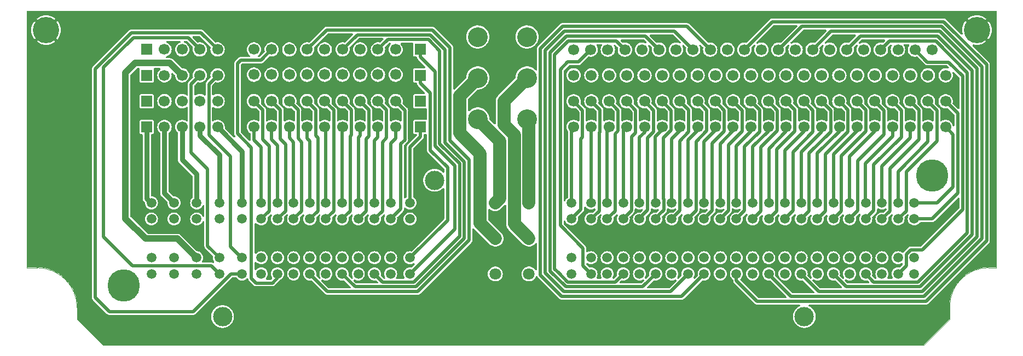
<source format=gtl>
G04 #@! TF.GenerationSoftware,KiCad,Pcbnew,7.0.1*
G04 #@! TF.CreationDate,2023-07-17T17:48:43+03:00*
G04 #@! TF.ProjectId,284617-1,32383436-3137-42d3-912e-6b696361645f,R0.4*
G04 #@! TF.SameCoordinates,PX47868c0PY8bfd670*
G04 #@! TF.FileFunction,Copper,L1,Top*
G04 #@! TF.FilePolarity,Positive*
%FSLAX46Y46*%
G04 Gerber Fmt 4.6, Leading zero omitted, Abs format (unit mm)*
G04 Created by KiCad (PCBNEW 7.0.1) date 2023-07-17 17:48:43*
%MOMM*%
%LPD*%
G01*
G04 APERTURE LIST*
G04 #@! TA.AperFunction,ComponentPad*
%ADD10C,1.700000*%
G04 #@! TD*
G04 #@! TA.AperFunction,ComponentPad*
%ADD11R,1.700000X1.700000*%
G04 #@! TD*
G04 #@! TA.AperFunction,ComponentPad*
%ADD12C,3.064000*%
G04 #@! TD*
G04 #@! TA.AperFunction,ComponentPad*
%ADD13C,4.064000*%
G04 #@! TD*
G04 #@! TA.AperFunction,ComponentPad*
%ADD14C,5.000000*%
G04 #@! TD*
G04 #@! TA.AperFunction,ComponentPad*
%ADD15C,3.000000*%
G04 #@! TD*
G04 #@! TA.AperFunction,ComponentPad*
%ADD16C,1.500000*%
G04 #@! TD*
G04 #@! TA.AperFunction,ComponentPad*
%ADD17C,1.800000*%
G04 #@! TD*
G04 #@! TA.AperFunction,Conductor*
%ADD18C,0.490000*%
G04 #@! TD*
G04 #@! TA.AperFunction,Conductor*
%ADD19C,0.800000*%
G04 #@! TD*
G04 #@! TA.AperFunction,Conductor*
%ADD20C,0.300000*%
G04 #@! TD*
G04 #@! TA.AperFunction,Conductor*
%ADD21C,1.000000*%
G04 #@! TD*
G04 #@! TA.AperFunction,Conductor*
%ADD22C,2.000000*%
G04 #@! TD*
G04 #@! TA.AperFunction,Profile*
%ADD23C,0.100000*%
G04 #@! TD*
G04 APERTURE END LIST*
D10*
G04 #@! TO.P,P7,1*
G04 #@! TO.N,N-00000124*
X35160000Y45790000D03*
G04 #@! TO.P,P7,2*
G04 #@! TO.N,N-00000123*
X37900000Y45790000D03*
G04 #@! TO.P,P7,3*
G04 #@! TO.N,N-00000122*
X40640000Y45790000D03*
G04 #@! TO.P,P7,4*
G04 #@! TO.N,N-00000121*
X43380000Y45790000D03*
G04 #@! TO.P,P7,5*
G04 #@! TO.N,N-00000120*
X46120000Y45790000D03*
G04 #@! TO.P,P7,6*
G04 #@! TO.N,N-00000114*
X48860000Y45790000D03*
G04 #@! TO.P,P7,7*
G04 #@! TO.N,N-00000109*
X51600000Y45790000D03*
G04 #@! TO.P,P7,8*
G04 #@! TO.N,N-00000104*
X54340000Y45790000D03*
G04 #@! TO.P,P7,9*
G04 #@! TO.N,N-00000155*
X57080000Y45790000D03*
G04 #@! TD*
G04 #@! TO.P,P9,1*
G04 #@! TO.N,N-00000113*
X35160000Y41890000D03*
G04 #@! TO.P,P9,2*
G04 #@! TO.N,N-00000108*
X37900000Y41890000D03*
G04 #@! TO.P,P9,3*
G04 #@! TO.N,N-00000103*
X40640000Y41890000D03*
G04 #@! TO.P,P9,4*
G04 #@! TO.N,N-00000154*
X43380000Y41890000D03*
G04 #@! TO.P,P9,5*
G04 #@! TO.N,N-00000149*
X46120000Y41890000D03*
G04 #@! TO.P,P9,6*
G04 #@! TO.N,N-00000145*
X48860000Y41890000D03*
G04 #@! TO.P,P9,7*
G04 #@! TO.N,N-00000140*
X51600000Y41890000D03*
G04 #@! TO.P,P9,8*
G04 #@! TO.N,N-00000135*
X54340000Y41890000D03*
G04 #@! TO.P,P9,9*
G04 #@! TO.N,N-00000131*
X57080000Y41890000D03*
G04 #@! TD*
G04 #@! TO.P,P11,1*
G04 #@! TO.N,N-00000144*
X35160000Y37790000D03*
G04 #@! TO.P,P11,2*
G04 #@! TO.N,N-00000139*
X37900000Y37790000D03*
G04 #@! TO.P,P11,3*
G04 #@! TO.N,N-00000134*
X40640000Y37790000D03*
G04 #@! TO.P,P11,4*
G04 #@! TO.N,N-00000130*
X43380000Y37790000D03*
G04 #@! TO.P,P11,5*
G04 #@! TO.N,N-00000117*
X46120000Y37790000D03*
G04 #@! TO.P,P11,6*
G04 #@! TO.N,N-00000111*
X48860000Y37790000D03*
G04 #@! TO.P,P11,7*
G04 #@! TO.N,N-00000106*
X51600000Y37790000D03*
G04 #@! TO.P,P11,8*
G04 #@! TO.N,N-00000101*
X54340000Y37790000D03*
G04 #@! TO.P,P11,9*
G04 #@! TO.N,N-00000152*
X57080000Y37790000D03*
G04 #@! TD*
G04 #@! TO.P,P13,1*
G04 #@! TO.N,N-00000110*
X35160000Y33790000D03*
G04 #@! TO.P,P13,2*
G04 #@! TO.N,N-00000105*
X37900000Y33790000D03*
G04 #@! TO.P,P13,3*
G04 #@! TO.N,N-00000115*
X40640000Y33790000D03*
G04 #@! TO.P,P13,4*
G04 #@! TO.N,N-00000151*
X43380000Y33790000D03*
G04 #@! TO.P,P13,5*
G04 #@! TO.N,N-00000147*
X46120000Y33790000D03*
G04 #@! TO.P,P13,6*
G04 #@! TO.N,N-00000142*
X48860000Y33790000D03*
G04 #@! TO.P,P13,7*
G04 #@! TO.N,N-00000137*
X51600000Y33790000D03*
G04 #@! TO.P,P13,8*
G04 #@! TO.N,N-00000143*
X54340000Y33790000D03*
G04 #@! TO.P,P13,9*
G04 #@! TO.N,N-0000098*
X57080000Y33790000D03*
G04 #@! TD*
D11*
G04 #@! TO.P,P6,1*
G04 #@! TO.N,N-0000097*
X18580000Y45790000D03*
D10*
G04 #@! TO.P,P6,2*
G04 #@! TO.N,N-00000128*
X21320000Y45790000D03*
G04 #@! TO.P,P6,3*
G04 #@! TO.N,N-00000127*
X24060000Y45790000D03*
G04 #@! TO.P,P6,4*
G04 #@! TO.N,N-00000126*
X26800000Y45790000D03*
G04 #@! TO.P,P6,5*
G04 #@! TO.N,N-00000125*
X29540000Y45790000D03*
G04 #@! TD*
D11*
G04 #@! TO.P,P8,1*
G04 #@! TO.N,N-00000146*
X18580000Y41790000D03*
D10*
G04 #@! TO.P,P8,2*
G04 #@! TO.N,N-00000141*
X21320000Y41790000D03*
G04 #@! TO.P,P8,3*
G04 #@! TO.N,N-00000136*
X24060000Y41790000D03*
G04 #@! TO.P,P8,4*
G04 #@! TO.N,N-00000132*
X26800000Y41790000D03*
G04 #@! TO.P,P8,5*
G04 #@! TO.N,N-00000119*
X29540000Y41790000D03*
G04 #@! TD*
D11*
G04 #@! TO.P,P10,1*
G04 #@! TO.N,N-00000112*
X18580000Y37790000D03*
D10*
G04 #@! TO.P,P10,2*
G04 #@! TO.N,N-00000107*
X21320000Y37790000D03*
G04 #@! TO.P,P10,3*
G04 #@! TO.N,N-00000102*
X24060000Y37790000D03*
G04 #@! TO.P,P10,4*
G04 #@! TO.N,N-00000153*
X26800000Y37790000D03*
G04 #@! TO.P,P10,5*
G04 #@! TO.N,N-00000148*
X29540000Y37790000D03*
G04 #@! TD*
D11*
G04 #@! TO.P,P12,1*
G04 #@! TO.N,N-00000129*
X18580000Y33790000D03*
D10*
G04 #@! TO.P,P12,2*
G04 #@! TO.N,N-00000138*
X21320000Y33790000D03*
G04 #@! TO.P,P12,3*
G04 #@! TO.N,N-00000133*
X24060000Y33790000D03*
G04 #@! TO.P,P12,4*
G04 #@! TO.N,N-0000099*
X26800000Y33790000D03*
G04 #@! TO.P,P12,5*
G04 #@! TO.N,N-00000116*
X29540000Y33790000D03*
G04 #@! TD*
D12*
G04 #@! TO.P,P18,1*
G04 #@! TO.N,N-0000091*
X69780000Y47730000D03*
G04 #@! TD*
G04 #@! TO.P,P19,1*
G04 #@! TO.N,N-0000090*
X77400000Y47730000D03*
G04 #@! TD*
G04 #@! TO.P,P20,1*
G04 #@! TO.N,N-0000093*
X69780000Y41380000D03*
G04 #@! TD*
G04 #@! TO.P,P21,1*
G04 #@! TO.N,N-0000096*
X77400000Y41380000D03*
G04 #@! TD*
G04 #@! TO.P,P22,1*
G04 #@! TO.N,N-0000095*
X69780000Y35030000D03*
G04 #@! TD*
G04 #@! TO.P,P23,1*
G04 #@! TO.N,N-0000094*
X77400000Y35030000D03*
G04 #@! TD*
D11*
G04 #@! TO.P,P5,1*
G04 #@! TO.N,N-00000100*
X60890000Y33790000D03*
G04 #@! TD*
G04 #@! TO.P,P4,1*
G04 #@! TO.N,N-0000092*
X60890000Y37790000D03*
G04 #@! TD*
G04 #@! TO.P,P3,1*
G04 #@! TO.N,N-00000118*
X60890000Y41790000D03*
G04 #@! TD*
G04 #@! TO.P,P2,1*
G04 #@! TO.N,N-00000150*
X60890000Y45790000D03*
G04 #@! TD*
D10*
G04 #@! TO.P,P14,1*
G04 #@! TO.N,N-0000072*
X84620000Y45760000D03*
G04 #@! TO.P,P14,2*
G04 #@! TO.N,N-0000071*
X87260000Y45760000D03*
G04 #@! TO.P,P14,3*
G04 #@! TO.N,N-0000070*
X89900000Y45760000D03*
G04 #@! TO.P,P14,4*
G04 #@! TO.N,N-0000069*
X92540000Y45760000D03*
G04 #@! TO.P,P14,5*
G04 #@! TO.N,N-0000068*
X95180000Y45760000D03*
G04 #@! TO.P,P14,6*
G04 #@! TO.N,N-0000067*
X97820000Y45760000D03*
G04 #@! TO.P,P14,7*
G04 #@! TO.N,N-0000066*
X100460000Y45760000D03*
G04 #@! TO.P,P14,8*
G04 #@! TO.N,N-0000065*
X103100000Y45760000D03*
G04 #@! TO.P,P14,9*
G04 #@! TO.N,N-0000064*
X105740000Y45760000D03*
G04 #@! TO.P,P14,10*
G04 #@! TO.N,N-0000063*
X108380000Y45760000D03*
G04 #@! TO.P,P14,11*
G04 #@! TO.N,N-0000062*
X111020000Y45760000D03*
G04 #@! TO.P,P14,12*
G04 #@! TO.N,N-0000061*
X113660000Y45760000D03*
G04 #@! TO.P,P14,13*
G04 #@! TO.N,N-0000046*
X116300000Y45760000D03*
G04 #@! TO.P,P14,14*
G04 #@! TO.N,N-0000030*
X118940000Y45760000D03*
G04 #@! TO.P,P14,15*
G04 #@! TO.N,N-0000029*
X121580000Y45760000D03*
G04 #@! TO.P,P14,16*
G04 #@! TO.N,N-0000028*
X124220000Y45760000D03*
G04 #@! TO.P,P14,17*
G04 #@! TO.N,N-0000027*
X126860000Y45760000D03*
G04 #@! TO.P,P14,18*
G04 #@! TO.N,N-0000026*
X129500000Y45760000D03*
G04 #@! TO.P,P14,19*
G04 #@! TO.N,N-0000025*
X132140000Y45760000D03*
G04 #@! TO.P,P14,20*
G04 #@! TO.N,N-0000024*
X134780000Y45760000D03*
G04 #@! TO.P,P14,21*
G04 #@! TO.N,N-0000023*
X137420000Y45760000D03*
G04 #@! TO.P,P14,22*
G04 #@! TO.N,N-0000022*
X140060000Y45760000D03*
G04 #@! TD*
G04 #@! TO.P,P17,1*
G04 #@! TO.N,N-0000036*
X84620000Y33790000D03*
G04 #@! TO.P,P17,2*
G04 #@! TO.N,N-0000035*
X87360000Y33790000D03*
G04 #@! TO.P,P17,3*
G04 #@! TO.N,N-0000034*
X90100000Y33790000D03*
G04 #@! TO.P,P17,4*
G04 #@! TO.N,N-0000033*
X92840000Y33790000D03*
G04 #@! TO.P,P17,5*
G04 #@! TO.N,N-0000032*
X95580000Y33790000D03*
G04 #@! TO.P,P17,6*
G04 #@! TO.N,N-0000060*
X98320000Y33790000D03*
G04 #@! TO.P,P17,7*
G04 #@! TO.N,N-0000086*
X101060000Y33790000D03*
G04 #@! TO.P,P17,8*
G04 #@! TO.N,N-0000082*
X103800000Y33790000D03*
G04 #@! TO.P,P17,9*
G04 #@! TO.N,N-0000080*
X106540000Y33790000D03*
G04 #@! TO.P,P17,10*
G04 #@! TO.N,N-0000078*
X109280000Y33790000D03*
G04 #@! TO.P,P17,11*
G04 #@! TO.N,N-0000076*
X112020000Y33790000D03*
G04 #@! TO.P,P17,12*
G04 #@! TO.N,N-0000074*
X114760000Y33790000D03*
G04 #@! TO.P,P17,13*
G04 #@! TO.N,N-0000089*
X117500000Y33790000D03*
G04 #@! TO.P,P17,14*
G04 #@! TO.N,N-0000088*
X120240000Y33790000D03*
G04 #@! TO.P,P17,15*
G04 #@! TO.N,N-0000083*
X122980000Y33790000D03*
G04 #@! TO.P,P17,16*
G04 #@! TO.N,N-0000087*
X125720000Y33790000D03*
G04 #@! TO.P,P17,17*
G04 #@! TO.N,N-0000085*
X128460000Y33790000D03*
G04 #@! TO.P,P17,18*
G04 #@! TO.N,N-0000081*
X131200000Y33790000D03*
G04 #@! TO.P,P17,19*
G04 #@! TO.N,N-0000079*
X133940000Y33790000D03*
G04 #@! TO.P,P17,20*
G04 #@! TO.N,N-0000077*
X136680000Y33790000D03*
G04 #@! TO.P,P17,21*
G04 #@! TO.N,N-0000075*
X139420000Y33790000D03*
G04 #@! TO.P,P17,22*
G04 #@! TO.N,N-0000073*
X142160000Y33790000D03*
G04 #@! TD*
G04 #@! TO.P,P16,1*
G04 #@! TO.N,N-0000058*
X84620000Y37760000D03*
G04 #@! TO.P,P16,2*
G04 #@! TO.N,N-0000057*
X87360000Y37760000D03*
G04 #@! TO.P,P16,3*
G04 #@! TO.N,N-0000056*
X90100000Y37760000D03*
G04 #@! TO.P,P16,4*
G04 #@! TO.N,N-0000055*
X92840000Y37760000D03*
G04 #@! TO.P,P16,5*
G04 #@! TO.N,N-0000054*
X95580000Y37760000D03*
G04 #@! TO.P,P16,6*
G04 #@! TO.N,N-0000053*
X98320000Y37760000D03*
G04 #@! TO.P,P16,7*
G04 #@! TO.N,N-0000052*
X101060000Y37760000D03*
G04 #@! TO.P,P16,8*
G04 #@! TO.N,N-0000051*
X103800000Y37760000D03*
G04 #@! TO.P,P16,9*
G04 #@! TO.N,N-0000050*
X106540000Y37760000D03*
G04 #@! TO.P,P16,10*
G04 #@! TO.N,N-0000049*
X109280000Y37760000D03*
G04 #@! TO.P,P16,11*
G04 #@! TO.N,N-0000048*
X112020000Y37760000D03*
G04 #@! TO.P,P16,12*
G04 #@! TO.N,N-0000047*
X114760000Y37760000D03*
G04 #@! TO.P,P16,13*
G04 #@! TO.N,N-0000031*
X117500000Y37760000D03*
G04 #@! TO.P,P16,14*
G04 #@! TO.N,N-0000045*
X120240000Y37760000D03*
G04 #@! TO.P,P16,15*
G04 #@! TO.N,N-0000044*
X122980000Y37760000D03*
G04 #@! TO.P,P16,16*
G04 #@! TO.N,N-0000043*
X125720000Y37760000D03*
G04 #@! TO.P,P16,17*
G04 #@! TO.N,N-0000042*
X128460000Y37760000D03*
G04 #@! TO.P,P16,18*
G04 #@! TO.N,N-0000041*
X131200000Y37760000D03*
G04 #@! TO.P,P16,19*
G04 #@! TO.N,N-0000040*
X133940000Y37760000D03*
G04 #@! TO.P,P16,20*
G04 #@! TO.N,N-0000039*
X136680000Y37760000D03*
G04 #@! TO.P,P16,21*
G04 #@! TO.N,N-0000038*
X139420000Y37760000D03*
G04 #@! TO.P,P16,22*
G04 #@! TO.N,N-0000037*
X142160000Y37760000D03*
G04 #@! TD*
G04 #@! TO.P,P15,1*
G04 #@! TO.N,N-0000021*
X84620000Y41790000D03*
G04 #@! TO.P,P15,2*
G04 #@! TO.N,N-0000020*
X87360000Y41790000D03*
G04 #@! TO.P,P15,3*
G04 #@! TO.N,N-0000019*
X90100000Y41790000D03*
G04 #@! TO.P,P15,4*
G04 #@! TO.N,N-0000018*
X92840000Y41790000D03*
G04 #@! TO.P,P15,5*
G04 #@! TO.N,N-0000017*
X95580000Y41790000D03*
G04 #@! TO.P,P15,6*
G04 #@! TO.N,N-000001*
X98320000Y41790000D03*
G04 #@! TO.P,P15,7*
G04 #@! TO.N,N-0000015*
X101060000Y41790000D03*
G04 #@! TO.P,P15,8*
G04 #@! TO.N,N-0000014*
X103800000Y41790000D03*
G04 #@! TO.P,P15,9*
G04 #@! TO.N,N-0000013*
X106540000Y41790000D03*
G04 #@! TO.P,P15,10*
G04 #@! TO.N,N-0000012*
X109280000Y41790000D03*
G04 #@! TO.P,P15,11*
G04 #@! TO.N,N-0000011*
X112020000Y41790000D03*
G04 #@! TO.P,P15,12*
G04 #@! TO.N,N-0000010*
X114760000Y41790000D03*
G04 #@! TO.P,P15,13*
G04 #@! TO.N,N-000009*
X117500000Y41790000D03*
G04 #@! TO.P,P15,14*
G04 #@! TO.N,N-000008*
X120240000Y41790000D03*
G04 #@! TO.P,P15,15*
G04 #@! TO.N,N-000007*
X122980000Y41790000D03*
G04 #@! TO.P,P15,16*
G04 #@! TO.N,N-000006*
X125720000Y41790000D03*
G04 #@! TO.P,P15,17*
G04 #@! TO.N,N-000005*
X128460000Y41790000D03*
G04 #@! TO.P,P15,18*
G04 #@! TO.N,N-000004*
X131200000Y41790000D03*
G04 #@! TO.P,P15,19*
G04 #@! TO.N,N-000003*
X133940000Y41790000D03*
G04 #@! TO.P,P15,20*
G04 #@! TO.N,N-000002*
X136680000Y41790000D03*
G04 #@! TO.P,P15,21*
G04 #@! TO.N,N-0000016*
X139420000Y41790000D03*
G04 #@! TO.P,P15,22*
G04 #@! TO.N,N-0000059*
X142160000Y41790000D03*
G04 #@! TD*
D13*
G04 #@! TO.P,P25,1*
G04 #@! TO.N,/GND*
X3000000Y48790000D03*
G04 #@! TD*
G04 #@! TO.P,P24,1*
G04 #@! TO.N,/GND*
X147000000Y48790000D03*
G04 #@! TD*
D14*
G04 #@! TO.P,P1,*
G04 #@! TO.N,*
X15050000Y9290000D03*
D15*
X30300000Y4440000D03*
X63100000Y25540000D03*
X120300000Y4440000D03*
D14*
X140050000Y26290000D03*
D16*
G04 #@! TO.P,P1,1*
G04 #@! TO.N,N-0000097*
X19300000Y11040000D03*
G04 #@! TO.P,P1,2*
G04 #@! TO.N,N-00000128*
X22800000Y11040000D03*
G04 #@! TO.P,P1,3*
G04 #@! TO.N,N-00000127*
X26300000Y11040000D03*
G04 #@! TO.P,P1,4*
G04 #@! TO.N,N-00000126*
X29800000Y11040000D03*
G04 #@! TO.P,P1,5*
G04 #@! TO.N,N-00000125*
X33300000Y11040000D03*
G04 #@! TO.P,P1,6*
G04 #@! TO.N,N-00000124*
X36300000Y11040000D03*
G04 #@! TO.P,P1,7*
G04 #@! TO.N,N-00000123*
X38800000Y11040000D03*
G04 #@! TO.P,P1,8*
G04 #@! TO.N,N-00000122*
X41300000Y11040000D03*
G04 #@! TO.P,P1,9*
G04 #@! TO.N,N-00000121*
X43800000Y11040000D03*
G04 #@! TO.P,P1,10*
G04 #@! TO.N,N-00000120*
X46300000Y11040000D03*
G04 #@! TO.P,P1,11*
G04 #@! TO.N,N-00000114*
X48800000Y11040000D03*
G04 #@! TO.P,P1,12*
G04 #@! TO.N,N-00000109*
X51300000Y11040000D03*
G04 #@! TO.P,P1,13*
G04 #@! TO.N,N-00000104*
X53800000Y11040000D03*
G04 #@! TO.P,P1,14*
G04 #@! TO.N,N-00000155*
X56300000Y11040000D03*
G04 #@! TO.P,P1,15*
G04 #@! TO.N,N-00000150*
X59300000Y11040000D03*
G04 #@! TO.P,P1,16*
G04 #@! TO.N,N-00000146*
X19300000Y13540000D03*
G04 #@! TO.P,P1,17*
G04 #@! TO.N,N-00000141*
X22800000Y13540000D03*
G04 #@! TO.P,P1,18*
G04 #@! TO.N,N-00000136*
X26300000Y13540000D03*
G04 #@! TO.P,P1,19*
G04 #@! TO.N,N-00000132*
X29800000Y13540000D03*
G04 #@! TO.P,P1,20*
G04 #@! TO.N,N-00000119*
X33300000Y13540000D03*
G04 #@! TO.P,P1,21*
G04 #@! TO.N,N-00000113*
X36300000Y13540000D03*
G04 #@! TO.P,P1,22*
G04 #@! TO.N,N-00000108*
X38800000Y13540000D03*
G04 #@! TO.P,P1,23*
G04 #@! TO.N,N-00000103*
X41300000Y13540000D03*
G04 #@! TO.P,P1,24*
G04 #@! TO.N,N-00000154*
X43800000Y13540000D03*
G04 #@! TO.P,P1,25*
G04 #@! TO.N,N-00000149*
X46300000Y13540000D03*
G04 #@! TO.P,P1,26*
G04 #@! TO.N,N-00000145*
X48800000Y13540000D03*
G04 #@! TO.P,P1,27*
G04 #@! TO.N,N-00000140*
X51300000Y13540000D03*
G04 #@! TO.P,P1,28*
G04 #@! TO.N,N-00000135*
X53800000Y13540000D03*
G04 #@! TO.P,P1,29*
G04 #@! TO.N,N-00000131*
X56300000Y13540000D03*
G04 #@! TO.P,P1,30*
G04 #@! TO.N,N-00000118*
X59300000Y13540000D03*
G04 #@! TO.P,P1,31*
G04 #@! TO.N,N-00000112*
X19300000Y19540000D03*
G04 #@! TO.P,P1,32*
G04 #@! TO.N,N-00000107*
X22800000Y19540000D03*
G04 #@! TO.P,P1,33*
G04 #@! TO.N,N-00000102*
X26300000Y19540000D03*
G04 #@! TO.P,P1,34*
G04 #@! TO.N,N-00000153*
X29800000Y19540000D03*
G04 #@! TO.P,P1,35*
G04 #@! TO.N,N-00000148*
X33300000Y19540000D03*
G04 #@! TO.P,P1,36*
G04 #@! TO.N,N-00000144*
X36300000Y19540000D03*
G04 #@! TO.P,P1,37*
G04 #@! TO.N,N-00000139*
X38800000Y19540000D03*
G04 #@! TO.P,P1,38*
G04 #@! TO.N,N-00000134*
X41300000Y19540000D03*
G04 #@! TO.P,P1,39*
G04 #@! TO.N,N-00000130*
X43800000Y19540000D03*
G04 #@! TO.P,P1,40*
G04 #@! TO.N,N-00000117*
X46300000Y19540000D03*
G04 #@! TO.P,P1,41*
G04 #@! TO.N,N-00000111*
X48800000Y19540000D03*
G04 #@! TO.P,P1,42*
G04 #@! TO.N,N-00000106*
X51300000Y19540000D03*
G04 #@! TO.P,P1,43*
G04 #@! TO.N,N-00000101*
X53800000Y19540000D03*
G04 #@! TO.P,P1,44*
G04 #@! TO.N,N-00000152*
X56300000Y19540000D03*
G04 #@! TO.P,P1,45*
G04 #@! TO.N,N-0000092*
X59300000Y19540000D03*
G04 #@! TO.P,P1,46*
G04 #@! TO.N,N-00000129*
X19300000Y22040000D03*
G04 #@! TO.P,P1,47*
G04 #@! TO.N,N-00000138*
X22800000Y22040000D03*
G04 #@! TO.P,P1,48*
G04 #@! TO.N,N-00000133*
X26300000Y22040000D03*
G04 #@! TO.P,P1,49*
G04 #@! TO.N,N-0000099*
X29800000Y22040000D03*
G04 #@! TO.P,P1,50*
G04 #@! TO.N,N-00000116*
X33300000Y22040000D03*
G04 #@! TO.P,P1,51*
G04 #@! TO.N,N-00000110*
X36300000Y22040000D03*
G04 #@! TO.P,P1,52*
G04 #@! TO.N,N-00000105*
X38800000Y22040000D03*
G04 #@! TO.P,P1,53*
G04 #@! TO.N,N-00000115*
X41300000Y22040000D03*
G04 #@! TO.P,P1,54*
G04 #@! TO.N,N-00000151*
X43800000Y22040000D03*
G04 #@! TO.P,P1,55*
G04 #@! TO.N,N-00000147*
X46300000Y22040000D03*
G04 #@! TO.P,P1,56*
G04 #@! TO.N,N-00000142*
X48800000Y22040000D03*
G04 #@! TO.P,P1,57*
G04 #@! TO.N,N-00000137*
X51300000Y22040000D03*
G04 #@! TO.P,P1,58*
G04 #@! TO.N,N-00000143*
X53800000Y22040000D03*
G04 #@! TO.P,P1,59*
G04 #@! TO.N,N-0000098*
X56300000Y22040000D03*
G04 #@! TO.P,P1,60*
G04 #@! TO.N,N-00000100*
X59300000Y22040000D03*
D17*
G04 #@! TO.P,P1,61*
G04 #@! TO.N,N-0000091*
X72500000Y11040000D03*
G04 #@! TO.P,P1,62*
G04 #@! TO.N,N-0000090*
X77700000Y11040000D03*
G04 #@! TO.P,P1,63*
G04 #@! TO.N,N-0000093*
X72500000Y16540000D03*
G04 #@! TO.P,P1,64*
G04 #@! TO.N,N-0000096*
X77700000Y16540000D03*
G04 #@! TO.P,P1,65*
G04 #@! TO.N,N-0000095*
X72500000Y22040000D03*
G04 #@! TO.P,P1,66*
G04 #@! TO.N,N-0000094*
X77700000Y22040000D03*
D16*
G04 #@! TO.P,P1,67*
G04 #@! TO.N,N-0000072*
X84300000Y11040000D03*
G04 #@! TO.P,P1,68*
G04 #@! TO.N,N-0000071*
X87300000Y11040000D03*
G04 #@! TO.P,P1,69*
G04 #@! TO.N,N-0000070*
X89800000Y11040000D03*
G04 #@! TO.P,P1,70*
G04 #@! TO.N,N-0000069*
X92300000Y11040000D03*
G04 #@! TO.P,P1,71*
G04 #@! TO.N,N-0000068*
X94800000Y11040000D03*
G04 #@! TO.P,P1,72*
G04 #@! TO.N,N-0000067*
X97300000Y11040000D03*
G04 #@! TO.P,P1,73*
G04 #@! TO.N,N-0000066*
X99800000Y11040000D03*
G04 #@! TO.P,P1,74*
G04 #@! TO.N,N-0000065*
X102300000Y11040000D03*
G04 #@! TO.P,P1,75*
G04 #@! TO.N,N-0000064*
X104800000Y11040000D03*
G04 #@! TO.P,P1,76*
G04 #@! TO.N,N-0000063*
X107300000Y11040000D03*
G04 #@! TO.P,P1,77*
G04 #@! TO.N,N-0000062*
X109800000Y11040000D03*
G04 #@! TO.P,P1,78*
G04 #@! TO.N,N-0000061*
X112300000Y11040000D03*
G04 #@! TO.P,P1,79*
G04 #@! TO.N,N-0000046*
X114800000Y11040000D03*
G04 #@! TO.P,P1,80*
G04 #@! TO.N,N-0000030*
X117300000Y11040000D03*
G04 #@! TO.P,P1,81*
G04 #@! TO.N,N-0000029*
X119800000Y11040000D03*
G04 #@! TO.P,P1,82*
G04 #@! TO.N,N-0000028*
X122300000Y11040000D03*
G04 #@! TO.P,P1,83*
G04 #@! TO.N,N-0000027*
X124800000Y11040000D03*
G04 #@! TO.P,P1,84*
G04 #@! TO.N,N-0000026*
X127300000Y11040000D03*
G04 #@! TO.P,P1,85*
G04 #@! TO.N,N-0000025*
X129800000Y11040000D03*
G04 #@! TO.P,P1,86*
G04 #@! TO.N,N-0000024*
X132300000Y11040000D03*
G04 #@! TO.P,P1,87*
G04 #@! TO.N,N-0000023*
X134800000Y11040000D03*
G04 #@! TO.P,P1,88*
G04 #@! TO.N,N-0000022*
X137300000Y11040000D03*
G04 #@! TO.P,P1,89*
G04 #@! TO.N,N-0000021*
X84300000Y13540000D03*
G04 #@! TO.P,P1,90*
G04 #@! TO.N,N-0000020*
X87300000Y13540000D03*
G04 #@! TO.P,P1,91*
G04 #@! TO.N,N-0000019*
X89800000Y13540000D03*
G04 #@! TO.P,P1,92*
G04 #@! TO.N,N-0000018*
X92300000Y13540000D03*
G04 #@! TO.P,P1,93*
G04 #@! TO.N,N-0000017*
X94800000Y13540000D03*
G04 #@! TO.P,P1,94*
G04 #@! TO.N,N-000001*
X97300000Y13540000D03*
G04 #@! TO.P,P1,95*
G04 #@! TO.N,N-0000015*
X99800000Y13540000D03*
G04 #@! TO.P,P1,96*
G04 #@! TO.N,N-0000014*
X102300000Y13540000D03*
G04 #@! TO.P,P1,97*
G04 #@! TO.N,N-0000013*
X104800000Y13540000D03*
G04 #@! TO.P,P1,98*
G04 #@! TO.N,N-0000012*
X107300000Y13540000D03*
G04 #@! TO.P,P1,99*
G04 #@! TO.N,N-0000011*
X109800000Y13540000D03*
G04 #@! TO.P,P1,100*
G04 #@! TO.N,N-0000010*
X112300000Y13540000D03*
G04 #@! TO.P,P1,101*
G04 #@! TO.N,N-000009*
X114800000Y13540000D03*
G04 #@! TO.P,P1,102*
G04 #@! TO.N,N-000008*
X117300000Y13540000D03*
G04 #@! TO.P,P1,103*
G04 #@! TO.N,N-000007*
X119800000Y13540000D03*
G04 #@! TO.P,P1,104*
G04 #@! TO.N,N-000006*
X122300000Y13540000D03*
G04 #@! TO.P,P1,105*
G04 #@! TO.N,N-000005*
X124800000Y13540000D03*
G04 #@! TO.P,P1,106*
G04 #@! TO.N,N-000004*
X127300000Y13540000D03*
G04 #@! TO.P,P1,107*
G04 #@! TO.N,N-000003*
X129800000Y13540000D03*
G04 #@! TO.P,P1,108*
G04 #@! TO.N,N-000002*
X132300000Y13540000D03*
G04 #@! TO.P,P1,109*
G04 #@! TO.N,N-0000016*
X134800000Y13540000D03*
G04 #@! TO.P,P1,110*
G04 #@! TO.N,N-0000059*
X137300000Y13540000D03*
G04 #@! TO.P,P1,111*
G04 #@! TO.N,N-0000058*
X84300000Y19540000D03*
G04 #@! TO.P,P1,112*
G04 #@! TO.N,N-0000057*
X87300000Y19540000D03*
G04 #@! TO.P,P1,113*
G04 #@! TO.N,N-0000056*
X89800000Y19540000D03*
G04 #@! TO.P,P1,114*
G04 #@! TO.N,N-0000055*
X92300000Y19540000D03*
G04 #@! TO.P,P1,115*
G04 #@! TO.N,N-0000054*
X94800000Y19540000D03*
G04 #@! TO.P,P1,116*
G04 #@! TO.N,N-0000053*
X97300000Y19540000D03*
G04 #@! TO.P,P1,117*
G04 #@! TO.N,N-0000052*
X99800000Y19540000D03*
G04 #@! TO.P,P1,118*
G04 #@! TO.N,N-0000051*
X102300000Y19540000D03*
G04 #@! TO.P,P1,119*
G04 #@! TO.N,N-0000050*
X104800000Y19540000D03*
G04 #@! TO.P,P1,120*
G04 #@! TO.N,N-0000049*
X107300000Y19540000D03*
G04 #@! TO.P,P1,121*
G04 #@! TO.N,N-0000048*
X109800000Y19540000D03*
G04 #@! TO.P,P1,122*
G04 #@! TO.N,N-0000047*
X112300000Y19540000D03*
G04 #@! TO.P,P1,123*
G04 #@! TO.N,N-0000031*
X114800000Y19540000D03*
G04 #@! TO.P,P1,124*
G04 #@! TO.N,N-0000045*
X117300000Y19540000D03*
G04 #@! TO.P,P1,125*
G04 #@! TO.N,N-0000044*
X119800000Y19540000D03*
G04 #@! TO.P,P1,126*
G04 #@! TO.N,N-0000043*
X122300000Y19540000D03*
G04 #@! TO.P,P1,127*
G04 #@! TO.N,N-0000042*
X124800000Y19540000D03*
G04 #@! TO.P,P1,128*
G04 #@! TO.N,N-0000041*
X127300000Y19540000D03*
G04 #@! TO.P,P1,129*
G04 #@! TO.N,N-0000040*
X129800000Y19540000D03*
G04 #@! TO.P,P1,130*
G04 #@! TO.N,N-0000039*
X132300000Y19540000D03*
G04 #@! TO.P,P1,131*
G04 #@! TO.N,N-0000038*
X134800000Y19540000D03*
G04 #@! TO.P,P1,132*
G04 #@! TO.N,N-0000037*
X137300000Y19540000D03*
G04 #@! TO.P,P1,133*
G04 #@! TO.N,N-0000036*
X84300000Y22040000D03*
G04 #@! TO.P,P1,134*
G04 #@! TO.N,N-0000035*
X87300000Y22040000D03*
G04 #@! TO.P,P1,135*
G04 #@! TO.N,N-0000034*
X89800000Y22040000D03*
G04 #@! TO.P,P1,136*
G04 #@! TO.N,N-0000033*
X92300000Y22040000D03*
G04 #@! TO.P,P1,137*
G04 #@! TO.N,N-0000032*
X94800000Y22040000D03*
G04 #@! TO.P,P1,138*
G04 #@! TO.N,N-0000060*
X97300000Y22040000D03*
G04 #@! TO.P,P1,139*
G04 #@! TO.N,N-0000086*
X99800000Y22040000D03*
G04 #@! TO.P,P1,140*
G04 #@! TO.N,N-0000082*
X102300000Y22040000D03*
G04 #@! TO.P,P1,141*
G04 #@! TO.N,N-0000080*
X104800000Y22040000D03*
G04 #@! TO.P,P1,142*
G04 #@! TO.N,N-0000078*
X107300000Y22040000D03*
G04 #@! TO.P,P1,143*
G04 #@! TO.N,N-0000076*
X109800000Y22040000D03*
G04 #@! TO.P,P1,144*
G04 #@! TO.N,N-0000074*
X112300000Y22040000D03*
G04 #@! TO.P,P1,145*
G04 #@! TO.N,N-0000089*
X114800000Y22040000D03*
G04 #@! TO.P,P1,146*
G04 #@! TO.N,N-0000088*
X117300000Y22040000D03*
G04 #@! TO.P,P1,147*
G04 #@! TO.N,N-0000083*
X119800000Y22040000D03*
G04 #@! TO.P,P1,148*
G04 #@! TO.N,N-0000087*
X122300000Y22040000D03*
G04 #@! TO.P,P1,149*
G04 #@! TO.N,N-0000085*
X124800000Y22040000D03*
G04 #@! TO.P,P1,150*
G04 #@! TO.N,N-0000081*
X127300000Y22040000D03*
G04 #@! TO.P,P1,151*
G04 #@! TO.N,N-0000079*
X129800000Y22040000D03*
G04 #@! TO.P,P1,152*
G04 #@! TO.N,N-0000077*
X132300000Y22040000D03*
G04 #@! TO.P,P1,153*
G04 #@! TO.N,N-0000075*
X134800000Y22040000D03*
G04 #@! TO.P,P1,154*
G04 #@! TO.N,N-0000073*
X137300000Y22040000D03*
G04 #@! TD*
D18*
G04 #@! TO.N,N-00000100*
X59300000Y22040000D02*
X59300000Y30660000D01*
X60890000Y32250000D02*
X60890000Y33790000D01*
X59300000Y30660000D02*
X60890000Y32250000D01*
G04 #@! TO.N,N-00000101*
X55049001Y31469001D02*
X55689000Y32109000D01*
X55689000Y32109000D02*
X55689000Y36441000D01*
X55049001Y20789001D02*
X55049001Y31469001D01*
X53800000Y19540000D02*
X55049001Y20789001D01*
X55689000Y36441000D02*
X54340000Y37790000D01*
G04 #@! TO.N,N-00000104*
X63902022Y45577978D02*
X62160000Y47320000D01*
X55049001Y9790999D02*
X59899521Y9790999D01*
X63902022Y31165168D02*
X63902022Y45577978D01*
X66968010Y16859488D02*
X66968010Y28099180D01*
X62160000Y47320000D02*
X55870000Y47320000D01*
X66968010Y28099180D02*
X63902022Y31165168D01*
X53800000Y11040000D02*
X55049001Y9790999D01*
X59899521Y9790999D02*
X66968010Y16859488D01*
X55870000Y47320000D02*
X54340000Y45790000D01*
G04 #@! TO.N,N-00000105*
X37900000Y31820000D02*
X37900000Y33790000D01*
X38800000Y30920000D02*
X37900000Y31820000D01*
X38800000Y22040000D02*
X38800000Y30920000D01*
G04 #@! TO.N,N-00000106*
X52949000Y32359000D02*
X52949000Y36441000D01*
X52949000Y36441000D02*
X51600000Y37790000D01*
X52549001Y20789001D02*
X52549001Y31959001D01*
X52549001Y31959001D02*
X52949000Y32359000D01*
X51300000Y19540000D02*
X52549001Y20789001D01*
G04 #@! TO.N,N-00000110*
X36300000Y30650000D02*
X35160000Y31790000D01*
X36300000Y22040000D02*
X36300000Y30650000D01*
X35160000Y31790000D02*
X35160000Y33790000D01*
G04 #@! TO.N,N-00000111*
X50209000Y32519000D02*
X50209000Y36441000D01*
X50209000Y36441000D02*
X48860000Y37790000D01*
X50049001Y20789001D02*
X50049001Y32359001D01*
X50049001Y32359001D02*
X50209000Y32519000D01*
X48800000Y19540000D02*
X50049001Y20789001D01*
G04 #@! TO.N,N-00000114*
X60207701Y9046989D02*
X67712020Y16551308D01*
X48800000Y11040000D02*
X50793011Y9046989D01*
X50793011Y9046989D02*
X60207701Y9046989D01*
X67712020Y28407360D02*
X64751000Y31368380D01*
X62468174Y48064000D02*
X51134000Y48064000D01*
X64751000Y45781174D02*
X62468174Y48064000D01*
X64751000Y31368380D02*
X64751000Y45781174D01*
X67712020Y16551308D02*
X67712020Y28407360D01*
X51134000Y48064000D02*
X48860000Y45790000D01*
G04 #@! TO.N,N-00000115*
X40640000Y32070000D02*
X40640000Y33790000D01*
X41300000Y31410000D02*
X40640000Y32070000D01*
X41300000Y22040000D02*
X41300000Y31410000D01*
D19*
G04 #@! TO.N,N-00000116*
X29540000Y33790000D02*
X33300000Y30030000D01*
X33300000Y30030000D02*
X33300000Y22040000D01*
D18*
G04 #@! TO.N,N-00000117*
X47549001Y20789001D02*
X47549001Y33336812D01*
X47511000Y33374813D02*
X47511000Y36399000D01*
X47511000Y36399000D02*
X46120000Y37790000D01*
X46300000Y19540000D02*
X47549001Y20789001D01*
G04 #@! TO.N,N-00000118*
X62414022Y39015978D02*
X60890000Y40540000D01*
X62414022Y30203978D02*
X62414022Y39015978D01*
X65119001Y27498999D02*
X62414022Y30203978D01*
X65099001Y19339001D02*
X65099001Y24683702D01*
X65119001Y24703702D02*
X65119001Y27498999D01*
X59300000Y13540000D02*
X65099001Y19339001D01*
X60890000Y40540000D02*
X60890000Y41790000D01*
X65099001Y24683702D02*
X65119001Y24703702D01*
G04 #@! TO.N,N-00000119*
X33300000Y13540000D02*
X33250000Y13540000D01*
X28191000Y40441000D02*
X29540000Y41790000D01*
X28191000Y32549000D02*
X28191000Y40441000D01*
X33250000Y13540000D02*
X31500000Y15290000D01*
X31500000Y29240000D02*
X28191000Y32549000D01*
X31500000Y15290000D02*
X31500000Y29240000D01*
G04 #@! TO.N,N-00000121*
X65495000Y31676570D02*
X65495000Y46089348D01*
X46398000Y48808000D02*
X43380000Y45790000D01*
X60515881Y8302979D02*
X68456030Y16243128D01*
X46537021Y8302979D02*
X60515881Y8302979D01*
X65495000Y46089348D02*
X62776348Y48808000D01*
X62776348Y48808000D02*
X46398000Y48808000D01*
X68456030Y16243128D02*
X68456030Y28715540D01*
X68456030Y28715540D02*
X65495000Y31676570D01*
X43800000Y11040000D02*
X46537021Y8302979D01*
G04 #@! TO.N,N-00000123*
X38030000Y9630000D02*
X35490000Y9630000D01*
X33130000Y44130000D02*
X36240000Y44130000D01*
X35490000Y9630000D02*
X34780000Y10340000D01*
X32630000Y32750000D02*
X32630000Y43630000D01*
D20*
X38800000Y11040000D02*
X38800000Y10400000D01*
D18*
X32630000Y43630000D02*
X33130000Y44130000D01*
X38800000Y10400000D02*
X38030000Y9630000D01*
X34780000Y30600000D02*
X32630000Y32750000D01*
X36240000Y44130000D02*
X37900000Y45790000D01*
X34780000Y10340000D02*
X34780000Y30600000D01*
G04 #@! TO.N,N-00000125*
X12800000Y5190000D02*
X10600000Y7390000D01*
X16201826Y48364000D02*
X26966000Y48364000D01*
X31595082Y11040000D02*
X25745082Y5190000D01*
X26966000Y48364000D02*
X29540000Y45790000D01*
X33300000Y11040000D02*
X31595082Y11040000D01*
X10600000Y7390000D02*
X10600000Y42762174D01*
X25745082Y5190000D02*
X12800000Y5190000D01*
X10600000Y42762174D02*
X16201826Y48364000D01*
G04 #@! TO.N,N-00000126*
X24970000Y47620000D02*
X26800000Y45790000D01*
X11900000Y16790000D02*
X11900000Y43010000D01*
X29800000Y11040000D02*
X28551000Y12289000D01*
X28551000Y12289000D02*
X16401000Y12289000D01*
X16510000Y47620000D02*
X24970000Y47620000D01*
X11900000Y43010000D02*
X16510000Y47620000D01*
X16401000Y12289000D02*
X11900000Y16790000D01*
D19*
G04 #@! TO.N,N-00000129*
X18600000Y33770000D02*
X18600000Y22740000D01*
X18600000Y22740000D02*
X19300000Y22040000D01*
X18580000Y33790000D02*
X18600000Y33770000D01*
D18*
G04 #@! TO.N,N-00000130*
X44729000Y36441000D02*
X43380000Y37790000D01*
X45049001Y32100999D02*
X44729000Y32421000D01*
X43800000Y19540000D02*
X45049001Y20789001D01*
X45049001Y20789001D02*
X45049001Y32100999D01*
X44729000Y32421000D02*
X44729000Y36441000D01*
G04 #@! TO.N,N-00000132*
X25440000Y29850000D02*
X28000000Y27290000D01*
X28000000Y27290000D02*
X28000000Y15340000D01*
X26800000Y41790000D02*
X25440000Y40430000D01*
X25440000Y40430000D02*
X25440000Y29850000D01*
X28000000Y15340000D02*
X29800000Y13540000D01*
D19*
G04 #@! TO.N,N-00000133*
X26300000Y26490000D02*
X26300000Y22040000D01*
X24060000Y28730000D02*
X26300000Y26490000D01*
X24060000Y33790000D02*
X24060000Y28730000D01*
D18*
G04 #@! TO.N,N-00000134*
X41989000Y32031000D02*
X41989000Y36441000D01*
X42549001Y31470999D02*
X41989000Y32031000D01*
X41300000Y19540000D02*
X42549001Y20789001D01*
X42549001Y20789001D02*
X42549001Y31470999D01*
X41989000Y36441000D02*
X40640000Y37790000D01*
D21*
G04 #@! TO.N,N-00000136*
X15300000Y42190000D02*
X16800000Y43690000D01*
X23300000Y16490000D02*
X18400000Y16490000D01*
X22160000Y43690000D02*
X24060000Y41790000D01*
X16800000Y43690000D02*
X22160000Y43690000D01*
D18*
X26300000Y13540000D02*
X26250000Y13540000D01*
D21*
X26250000Y13540000D02*
X23300000Y16490000D01*
X15300000Y19590000D02*
X15300000Y42190000D01*
X18400000Y16490000D02*
X15300000Y19590000D01*
D18*
G04 #@! TO.N,N-00000137*
X51300000Y22040000D02*
X51300000Y32180000D01*
X51300000Y32180000D02*
X51600000Y32480000D01*
X51600000Y32480000D02*
X51600000Y33790000D01*
D19*
G04 #@! TO.N,N-00000138*
X21320000Y23520000D02*
X22800000Y22040000D01*
X21320000Y33790000D02*
X21320000Y23520000D01*
D18*
G04 #@! TO.N,N-00000139*
X40049001Y31120999D02*
X39249000Y31921000D01*
X40049001Y20789001D02*
X40049001Y31120999D01*
X39249000Y31921000D02*
X39249000Y36441000D01*
X39249000Y36441000D02*
X37900000Y37790000D01*
X38800000Y19540000D02*
X40049001Y20789001D01*
G04 #@! TO.N,N-00000142*
X48800000Y22040000D02*
X48800000Y33730000D01*
X48800000Y33730000D02*
X48860000Y33790000D01*
G04 #@! TO.N,N-00000143*
X54340000Y32200000D02*
X54340000Y33790000D01*
X53800000Y31660000D02*
X54340000Y32200000D01*
X53800000Y22040000D02*
X53800000Y31660000D01*
G04 #@! TO.N,N-00000144*
X37550999Y20790999D02*
X37550999Y30849001D01*
X36300000Y19540000D02*
X37550999Y20790999D01*
X36509000Y31891000D02*
X36509000Y36441000D01*
X36509000Y36441000D02*
X35160000Y37790000D01*
X37550999Y30849001D02*
X36509000Y31891000D01*
G04 #@! TO.N,N-00000147*
X46300000Y22040000D02*
X46300000Y33610000D01*
G04 #@! TO.N,N-00000150*
X66224000Y27791000D02*
X63158022Y30856978D01*
X60890000Y44610000D02*
X60890000Y45790000D01*
X59300000Y11040000D02*
X66224000Y17964000D01*
X63158022Y42341978D02*
X60890000Y44610000D01*
X66224000Y17964000D02*
X66224000Y27791000D01*
X63158022Y30856978D02*
X63158022Y42341978D01*
G04 #@! TO.N,N-00000151*
X43380000Y32020000D02*
X43380000Y33790000D01*
X43800000Y31600000D02*
X43380000Y32020000D01*
X43800000Y22040000D02*
X43800000Y31600000D01*
G04 #@! TO.N,N-00000152*
X57880000Y31180000D02*
X58500000Y31800000D01*
X58500000Y31800000D02*
X58500000Y36370000D01*
X57880000Y21120000D02*
X57880000Y31180000D01*
X56300000Y19540000D02*
X57880000Y21120000D01*
X58500000Y36370000D02*
X57080000Y37790000D01*
G04 #@! TO.N,N-0000023*
X136051000Y12291000D02*
X134800000Y11040000D01*
X138549000Y14789000D02*
X136782647Y14789000D01*
X144780000Y41649130D02*
X144780000Y21020000D01*
X136782647Y14789000D02*
X136051000Y14057353D01*
X144780000Y21020000D02*
X138549000Y14789000D01*
X137420000Y45760000D02*
X139350000Y43830000D01*
X136051000Y14057353D02*
X136051000Y12291000D01*
X142599130Y43830000D02*
X144780000Y41649130D01*
X139350000Y43830000D02*
X142599130Y43830000D01*
G04 #@! TO.N,N-0000025*
X137899521Y9790999D02*
X131049001Y9790999D01*
X140621000Y47109000D02*
X145524000Y42206000D01*
X133489000Y47109000D02*
X140621000Y47109000D01*
X145524000Y42206000D02*
X145524000Y17415478D01*
X132140000Y45760000D02*
X133489000Y47109000D01*
X131049001Y9790999D02*
X129800000Y11040000D01*
X145524000Y17415478D02*
X137899521Y9790999D01*
G04 #@! TO.N,N-0000027*
X140929174Y47853000D02*
X128953000Y47853000D01*
X128953000Y47853000D02*
X126860000Y45760000D01*
X138207700Y9046989D02*
X146268000Y17107289D01*
X146268000Y17107289D02*
X146268000Y42514174D01*
X146268000Y42514174D02*
X140929174Y47853000D01*
X124800000Y11040000D02*
X126793011Y9046989D01*
X126793011Y9046989D02*
X138207700Y9046989D01*
G04 #@! TO.N,N-0000029*
X124427000Y48597000D02*
X121590000Y45760000D01*
X147012000Y42822348D02*
X141237348Y48597000D01*
X122537021Y8302979D02*
X138515879Y8302979D01*
X121590000Y45760000D02*
X121580000Y45760000D01*
X138515879Y8302979D02*
X147012000Y16799100D01*
X119800000Y11040000D02*
X122537021Y8302979D01*
X141237348Y48597000D02*
X124427000Y48597000D01*
X147012000Y16799100D02*
X147012000Y42822348D01*
G04 #@! TO.N,N-0000031*
X114830000Y19560000D02*
X116049000Y20779000D01*
X118849000Y33139000D02*
X118849000Y36411000D01*
X116049000Y20779000D02*
X116049000Y30339000D01*
X116049000Y30339000D02*
X118849000Y33139000D01*
X118849000Y36411000D02*
X117500000Y37760000D01*
G04 #@! TO.N,N-0000032*
X94780000Y32170000D02*
X95580000Y32970000D01*
X94780000Y22140000D02*
X94780000Y32170000D01*
X95580000Y32970000D02*
X95580000Y33790000D01*
G04 #@! TO.N,N-0000033*
X92800000Y33790000D02*
X92840000Y33790000D01*
X92280000Y33270000D02*
X92800000Y33790000D01*
X92290000Y25190000D02*
X92280000Y25200000D01*
X92290000Y22110000D02*
X92290000Y25190000D01*
X92280000Y25200000D02*
X92280000Y33270000D01*
G04 #@! TO.N,N-0000034*
X89800000Y22040000D02*
X89800000Y33490000D01*
X89800000Y33490000D02*
X90100000Y33790000D01*
G04 #@! TO.N,N-0000035*
X87300000Y33730000D02*
X87360000Y33790000D01*
X87300000Y22040000D02*
X87300000Y33730000D01*
G04 #@! TO.N,N-0000036*
X84300000Y22040000D02*
X84300000Y33470000D01*
X84300000Y33470000D02*
X84620000Y33790000D01*
G04 #@! TO.N,N-0000037*
X140050000Y19540000D02*
X144036000Y23526000D01*
X144036000Y35884000D02*
X142160000Y37760000D01*
X144036000Y23526000D02*
X144036000Y35884000D01*
X137300000Y19540000D02*
X140050000Y19540000D01*
G04 #@! TO.N,N-0000038*
X140811000Y31601000D02*
X140811000Y36369000D01*
X134800000Y19540000D02*
X136049001Y20789001D01*
X136049001Y26839001D02*
X140811000Y31601000D01*
X136049001Y20789001D02*
X136049001Y26839001D01*
X140811000Y36369000D02*
X139420000Y37760000D01*
G04 #@! TO.N,N-0000039*
X133549001Y20799001D02*
X132300000Y19550000D01*
X136680000Y37760000D02*
X138029000Y36411000D01*
X133549001Y27339001D02*
X133549001Y20799001D01*
X138029000Y36411000D02*
X138029000Y31819000D01*
X138029000Y31819000D02*
X133549001Y27339001D01*
G04 #@! TO.N,N-0000040*
X133940000Y37760000D02*
X135331000Y36369000D01*
X135331000Y36369000D02*
X135331000Y32221000D01*
X131050000Y27940000D02*
X131050000Y20840000D01*
X131050000Y20840000D02*
X129780000Y19570000D01*
X135331000Y32221000D02*
X131050000Y27940000D01*
G04 #@! TO.N,N-0000041*
X128549001Y28539001D02*
X128549001Y20819001D01*
X128549001Y20819001D02*
X127300000Y19570000D01*
X131200000Y37760000D02*
X132591000Y36369000D01*
X132591000Y32581000D02*
X128549001Y28539001D01*
X132591000Y36369000D02*
X132591000Y32581000D01*
G04 #@! TO.N,N-0000042*
X126049000Y29339000D02*
X129809000Y33099000D01*
X129809000Y36411000D02*
X128460000Y37760000D01*
X129809000Y33099000D02*
X129809000Y36411000D01*
X126049000Y20779000D02*
X126049000Y29339000D01*
X124810000Y19540000D02*
X126049000Y20779000D01*
G04 #@! TO.N,N-0000043*
X122330000Y19530000D02*
X123560000Y20760000D01*
X123560000Y29550000D02*
X127069000Y33059000D01*
X127069000Y33059000D02*
X127069000Y36411000D01*
X123560000Y20760000D02*
X123560000Y21513647D01*
X123560000Y21513647D02*
X123551000Y21522647D01*
X123560000Y22566353D02*
X123560000Y29550000D01*
X123551000Y22557353D02*
X123560000Y22566353D01*
X127069000Y36411000D02*
X125720000Y37760000D01*
X123551000Y21522647D02*
X123551000Y22557353D01*
G04 #@! TO.N,N-0000044*
X121060000Y21513647D02*
X121051000Y21522647D01*
X124371000Y33061000D02*
X124371000Y36369000D01*
X119830000Y19540000D02*
X121060000Y20770000D01*
X124371000Y36369000D02*
X122980000Y37760000D01*
X121051000Y21522647D02*
X121051000Y22557353D01*
X121051000Y22557353D02*
X121060000Y22566353D01*
X121060000Y29750000D02*
X124371000Y33061000D01*
X121060000Y22566353D02*
X121060000Y29750000D01*
X121060000Y20770000D02*
X121060000Y21513647D01*
G04 #@! TO.N,N-0000045*
X118551000Y21522647D02*
X118551000Y29941000D01*
X121631000Y36369000D02*
X120240000Y37760000D01*
X118559001Y20809001D02*
X118559001Y21514646D01*
X118559001Y21514646D02*
X118551000Y21522647D01*
X121631000Y33021000D02*
X121631000Y36369000D01*
X118551000Y29941000D02*
X121631000Y33021000D01*
X117310000Y19560000D02*
X118559001Y20809001D01*
G04 #@! TO.N,N-0000046*
X147756000Y16490911D02*
X147756000Y43130522D01*
X116310000Y45760000D02*
X116300000Y45760000D01*
X118211031Y7558969D02*
X138824058Y7558969D01*
X114800000Y10970000D02*
X118211031Y7558969D01*
X147756000Y43130522D02*
X141545522Y49341000D01*
X138824058Y7558969D02*
X147756000Y16490911D01*
X119891000Y49341000D02*
X116310000Y45760000D01*
X141545522Y49341000D02*
X119891000Y49341000D01*
G04 #@! TO.N,N-0000047*
X116151000Y36369000D02*
X114760000Y37760000D01*
X116151000Y33241000D02*
X116151000Y36369000D01*
X112340000Y19530000D02*
X113549000Y20739000D01*
X113549000Y20739000D02*
X113549000Y30639000D01*
X113549000Y30639000D02*
X116151000Y33241000D01*
G04 #@! TO.N,N-0000048*
X111049000Y20819000D02*
X111049000Y30739000D01*
X113369000Y36411000D02*
X112020000Y37760000D01*
X113369000Y33059000D02*
X113369000Y36411000D01*
X109780000Y19550000D02*
X111049000Y20819000D01*
X111049000Y30739000D02*
X113369000Y33059000D01*
G04 #@! TO.N,N-0000049*
X108549000Y20829000D02*
X108549000Y31039000D01*
X110671000Y36369000D02*
X109280000Y37760000D01*
X108549000Y31039000D02*
X110671000Y33161000D01*
X110671000Y33161000D02*
X110671000Y36369000D01*
X107280000Y19560000D02*
X108549000Y20829000D01*
G04 #@! TO.N,N-0000050*
X106049000Y31239000D02*
X107931000Y33121000D01*
X106049000Y20869000D02*
X106049000Y31239000D01*
X107931000Y33121000D02*
X107931000Y36369000D01*
X107931000Y36369000D02*
X106540000Y37760000D01*
X104760000Y19580000D02*
X106049000Y20869000D01*
G04 #@! TO.N,N-0000051*
X103549000Y20849000D02*
X103549000Y31539000D01*
X105191000Y36369000D02*
X103800000Y37760000D01*
X102280000Y19580000D02*
X103549000Y20849000D01*
X105191000Y33181000D02*
X105191000Y36369000D01*
X103549000Y31539000D02*
X105191000Y33181000D01*
G04 #@! TO.N,N-0000052*
X102409000Y32999000D02*
X102409000Y36411000D01*
X101049000Y20809000D02*
X101049000Y31639000D01*
X99790000Y19550000D02*
X101049000Y20809000D01*
X102409000Y36411000D02*
X101060000Y37760000D01*
X101049000Y31639000D02*
X102409000Y32999000D01*
G04 #@! TO.N,N-0000053*
X98549000Y20929000D02*
X98549000Y22617353D01*
X98851000Y32441000D02*
X98878775Y32441000D01*
X99711000Y33273225D02*
X99711000Y36369000D01*
X97260000Y19640000D02*
X98549000Y20929000D01*
X98540000Y22626353D02*
X98540000Y32130000D01*
X98540000Y32130000D02*
X98851000Y32441000D01*
X98878775Y32441000D02*
X99711000Y33273225D01*
X99711000Y36369000D02*
X98320000Y37760000D01*
X98549000Y22617353D02*
X98540000Y22626353D01*
G04 #@! TO.N,N-0000054*
X96049000Y20909000D02*
X96049000Y32139000D01*
X96049000Y32139000D02*
X96971000Y33061000D01*
X96971000Y33061000D02*
X96971000Y36369000D01*
X94780000Y19640000D02*
X96049000Y20909000D01*
X96971000Y36369000D02*
X95580000Y37760000D01*
G04 #@! TO.N,N-0000055*
X94220000Y36380000D02*
X92840000Y37760000D01*
X92290000Y19610000D02*
X93549000Y20869000D01*
X93549000Y32239000D02*
X94220000Y32910000D01*
X93549000Y20869000D02*
X93549000Y32239000D01*
X94220000Y32910000D02*
X94220000Y36380000D01*
G04 #@! TO.N,N-0000056*
X91491000Y33181000D02*
X91050999Y32740999D01*
X91491000Y36369000D02*
X91491000Y33181000D01*
X90100000Y37760000D02*
X91491000Y36369000D01*
X91050999Y20790999D02*
X89800000Y19540000D01*
X91050999Y32740999D02*
X91050999Y20790999D01*
G04 #@! TO.N,N-0000057*
X88710000Y36410000D02*
X87360000Y37760000D01*
X88550999Y20790999D02*
X88550999Y32902477D01*
X87300000Y19540000D02*
X88550999Y20790999D01*
X88550999Y32902477D02*
X88710000Y33061478D01*
X88710000Y33061478D02*
X88710000Y36410000D01*
G04 #@! TO.N,N-0000058*
X84300000Y19590000D02*
X84300000Y19540000D01*
X86010000Y32210000D02*
X85750000Y31950000D01*
X86010000Y36370000D02*
X86010000Y32210000D01*
X85750000Y31950000D02*
X85750000Y21040000D01*
X85750000Y21040000D02*
X84300000Y19590000D01*
X84620000Y37760000D02*
X86010000Y36370000D01*
G04 #@! TO.N,N-0000060*
X97260000Y32297826D02*
X98320000Y33357826D01*
X98320000Y33357826D02*
X98320000Y33790000D01*
X97260000Y22140000D02*
X97260000Y32297826D01*
G04 #@! TO.N,N-0000062*
X139132237Y6814959D02*
X148500000Y16182722D01*
X141853696Y50085000D02*
X115345000Y50085000D01*
X109800000Y11040000D02*
X109800000Y9979340D01*
X148500000Y16182722D02*
X148500000Y43438696D01*
X148500000Y43438696D02*
X141853696Y50085000D01*
X115345000Y50085000D02*
X111020000Y45760000D01*
X109800000Y9979340D02*
X112964381Y6814959D01*
X112964381Y6814959D02*
X139132237Y6814959D01*
G04 #@! TO.N,N-0000064*
X102120000Y49380000D02*
X105740000Y45760000D01*
X82775943Y7558969D02*
X79460000Y10874912D01*
X82900000Y49380000D02*
X102120000Y49380000D01*
X104800000Y11040000D02*
X101318969Y7558969D01*
X79460000Y10874912D02*
X79460000Y45940000D01*
X79460000Y45940000D02*
X82900000Y49380000D01*
X101318969Y7558969D02*
X82775943Y7558969D01*
G04 #@! TO.N,N-0000065*
X99562979Y8302979D02*
X83084122Y8302979D01*
X103070000Y45760000D02*
X103100000Y45760000D01*
X80204000Y11183101D02*
X80204000Y45631826D01*
X83084122Y8302979D02*
X80204000Y11183101D01*
X80204000Y45631826D02*
X83169174Y48597000D01*
X102300000Y11040000D02*
X99562979Y8302979D01*
X100233000Y48597000D02*
X103070000Y45760000D01*
X83169174Y48597000D02*
X100233000Y48597000D01*
G04 #@! TO.N,N-0000067*
X95306989Y9046989D02*
X83392301Y9046989D01*
X97300000Y11040000D02*
X95306989Y9046989D01*
X83477348Y47853000D02*
X95697000Y47853000D01*
X80948000Y45323652D02*
X83477348Y47853000D01*
X80948000Y11491290D02*
X80948000Y45323652D01*
X95697000Y47853000D02*
X97790000Y45760000D01*
X97790000Y45760000D02*
X97820000Y45760000D01*
X83392301Y9046989D02*
X80948000Y11491290D01*
G04 #@! TO.N,N-0000069*
X82306989Y11184489D02*
X82306975Y11184489D01*
X81692000Y11799464D02*
X81692000Y45015478D01*
X82306975Y11184489D02*
X81692000Y11799464D01*
X83785522Y47109000D02*
X91191000Y47109000D01*
X81692000Y45015478D02*
X83785522Y47109000D01*
X91191000Y47109000D02*
X92640000Y45660000D01*
X91050999Y9790999D02*
X83700479Y9790999D01*
X92300000Y11040000D02*
X91050999Y9790999D01*
X83700479Y9790999D02*
X82306989Y11184489D01*
G04 #@! TO.N,N-0000071*
X86050999Y12289001D02*
X87300000Y11040000D01*
X83700000Y43840000D02*
X82562360Y42702360D01*
X86050999Y15049001D02*
X86050999Y12289001D01*
X82562360Y42702360D02*
X82562360Y18537640D01*
X85340000Y43840000D02*
X83700000Y43840000D01*
X82562360Y18537640D02*
X86050999Y15049001D01*
X87260000Y45760000D02*
X85340000Y43840000D01*
G04 #@! TO.N,N-0000073*
X140850000Y22040000D02*
X143292000Y24482000D01*
X143292000Y24482000D02*
X143292000Y32658000D01*
X137300000Y22040000D02*
X140850000Y22040000D01*
X143292000Y32658000D02*
X142160000Y33790000D01*
G04 #@! TO.N,N-0000074*
X114760000Y33150000D02*
X114760000Y33790000D01*
X112340000Y30730000D02*
X114760000Y33150000D01*
X112340000Y22030000D02*
X112340000Y30730000D01*
G04 #@! TO.N,N-0000075*
X139420000Y31510000D02*
X139420000Y33790000D01*
X134800000Y26890000D02*
X139420000Y31510000D01*
X134800000Y22040000D02*
X134800000Y26890000D01*
G04 #@! TO.N,N-0000076*
X109780000Y30870000D02*
X112020000Y33110000D01*
X112020000Y33110000D02*
X112020000Y33790000D01*
X109780000Y22050000D02*
X109780000Y30870000D01*
G04 #@! TO.N,N-0000077*
X136680000Y32070000D02*
X132300000Y27690000D01*
X136680000Y33790000D02*
X136680000Y32070000D01*
X132300000Y27690000D02*
X132300000Y22050000D01*
G04 #@! TO.N,N-0000078*
X107280000Y31170000D02*
X109280000Y33170000D01*
X107280000Y22060000D02*
X107280000Y31170000D01*
X109280000Y33170000D02*
X109280000Y33790000D01*
G04 #@! TO.N,N-0000079*
X129780000Y22070000D02*
X129780000Y28170000D01*
X133940000Y32330000D02*
X133940000Y33790000D01*
X129780000Y28170000D02*
X133940000Y32330000D01*
G04 #@! TO.N,N-0000080*
X104760000Y22080000D02*
X104760000Y31550000D01*
X104760000Y31550000D02*
X106540000Y33330000D01*
X106540000Y33330000D02*
X106540000Y33790000D01*
G04 #@! TO.N,N-0000081*
X131200000Y33090000D02*
X131200000Y33790000D01*
X127300000Y22070000D02*
X127300000Y29190000D01*
X127300000Y29190000D02*
X131200000Y33090000D01*
G04 #@! TO.N,N-0000082*
X103800000Y33290000D02*
X103800000Y33790000D01*
X102280000Y31770000D02*
X103800000Y33290000D01*
X102280000Y22080000D02*
X102280000Y31770000D01*
G04 #@! TO.N,N-0000083*
X119830000Y22040000D02*
X119830000Y29920000D01*
X119830000Y29920000D02*
X122980000Y33070000D01*
X122980000Y33070000D02*
X122980000Y33790000D01*
G04 #@! TO.N,N-0000085*
X124810000Y29600000D02*
X128460000Y33250000D01*
X128460000Y33250000D02*
X128460000Y33790000D01*
X124810000Y22040000D02*
X124810000Y29600000D01*
G04 #@! TO.N,N-0000086*
X101060000Y33250000D02*
X101060000Y33790000D01*
X99790000Y22050000D02*
X99790000Y31980000D01*
X99790000Y31980000D02*
X101060000Y33250000D01*
G04 #@! TO.N,N-0000087*
X122330000Y22030000D02*
X122330000Y29720000D01*
X122330000Y29720000D02*
X125720000Y33110000D01*
X125720000Y33110000D02*
X125720000Y33790000D01*
G04 #@! TO.N,N-0000088*
X117310000Y30200000D02*
X120240000Y33130000D01*
X117310000Y22060000D02*
X117310000Y30200000D01*
X120240000Y33130000D02*
X120240000Y33790000D01*
G04 #@! TO.N,N-0000089*
X114830000Y30420000D02*
X117500000Y33090000D01*
X114830000Y22060000D02*
X114830000Y30420000D01*
X117500000Y33090000D02*
X117500000Y33790000D01*
D22*
G04 #@! TO.N,N-0000093*
X70161000Y29696000D02*
X66994000Y32863000D01*
X70161000Y18879000D02*
X70161000Y29696000D01*
X66994000Y38594000D02*
X69780000Y41380000D01*
X72500000Y16540000D02*
X70161000Y18879000D01*
X66994000Y32863000D02*
X66994000Y38594000D01*
G04 #@! TO.N,N-0000094*
X77700000Y34730000D02*
X77400000Y35030000D01*
X77700000Y22040000D02*
X77700000Y34730000D01*
G04 #@! TO.N,N-0000095*
X73191979Y31618021D02*
X71311999Y33498001D01*
X73191979Y22731979D02*
X73191979Y31618021D01*
X71311999Y33498001D02*
X69780000Y35030000D01*
X72500000Y22040000D02*
X73191979Y22731979D01*
G04 #@! TO.N,N-0000096*
X75445990Y18794010D02*
X75445990Y32551662D01*
X75868001Y39848001D02*
X77400000Y41380000D01*
X73844000Y37824000D02*
X75868001Y39848001D01*
X77700000Y16540000D02*
X75445990Y18794010D01*
X73844000Y34153652D02*
X73844000Y37824000D01*
X75445990Y32551662D02*
X73844000Y34153652D01*
D18*
G04 #@! TO.N,N-0000098*
X56300000Y31280000D02*
X57080000Y32060000D01*
X57080000Y32060000D02*
X57080000Y33790000D01*
X56300000Y22040000D02*
X56300000Y31280000D01*
D19*
G04 #@! TO.N,N-0000099*
X26800000Y33790000D02*
X26800000Y32490000D01*
X26800000Y32490000D02*
X29800000Y29490000D01*
X29800000Y29490000D02*
X29800000Y22040000D01*
G04 #@! TD*
G04 #@! TA.AperFunction,Conductor*
G04 #@! TO.N,/GND*
G36*
X149857520Y51728158D02*
G01*
X149905859Y51695859D01*
X149938158Y51647520D01*
X149949500Y51590500D01*
X149949500Y12189500D01*
X149938158Y12132480D01*
X149905859Y12084141D01*
X149857520Y12051842D01*
X149800500Y12040500D01*
X148816408Y12040500D01*
X148800000Y12040500D01*
X148562275Y12040500D01*
X148253177Y12016173D01*
X148088289Y12003196D01*
X147618691Y11928820D01*
X147156378Y11817827D01*
X146774885Y11693872D01*
X146704203Y11670906D01*
X146601148Y11628219D01*
X146264942Y11488958D01*
X145841312Y11273109D01*
X145435937Y11024695D01*
X145051276Y10745222D01*
X144689750Y10436449D01*
X144353551Y10100250D01*
X144044778Y9738724D01*
X143765305Y9354063D01*
X143516891Y8948688D01*
X143301042Y8525058D01*
X143301041Y8525055D01*
X143133216Y8119889D01*
X143119093Y8085794D01*
X142972173Y7633622D01*
X142861180Y7171309D01*
X142786804Y6701711D01*
X142776145Y6566285D01*
X142755180Y6299887D01*
X142749500Y6227720D01*
X142749500Y4072636D01*
X142738158Y4015616D01*
X142705859Y3967277D01*
X138822723Y84141D01*
X138774384Y51842D01*
X138717364Y40500D01*
X11882636Y40500D01*
X11825616Y51842D01*
X11777277Y84141D01*
X7894141Y3967277D01*
X7861842Y4015616D01*
X7850500Y4072636D01*
X7850500Y4440001D01*
X28540579Y4440001D01*
X28545083Y4379911D01*
X28545500Y4368775D01*
X28545500Y4308519D01*
X28554481Y4248932D01*
X28555728Y4237859D01*
X28560230Y4177777D01*
X28560230Y4177773D01*
X28560231Y4177772D01*
X28567019Y4148030D01*
X28573638Y4119031D01*
X28575709Y4108086D01*
X28584692Y4048488D01*
X28602452Y3990913D01*
X28605336Y3980151D01*
X28618745Y3921403D01*
X28640763Y3865300D01*
X28644442Y3854786D01*
X28662202Y3797210D01*
X28688346Y3742921D01*
X28692801Y3732711D01*
X28714818Y3676613D01*
X28744946Y3624429D01*
X28750151Y3614582D01*
X28765432Y3582852D01*
X28776298Y3560290D01*
X28806585Y3515867D01*
X28810239Y3510507D01*
X28816165Y3501075D01*
X28846297Y3448885D01*
X28883875Y3401764D01*
X28890479Y3392816D01*
X28924430Y3343020D01*
X28924434Y3343016D01*
X28965414Y3298849D01*
X28972682Y3290404D01*
X29010255Y3243288D01*
X29054424Y3202306D01*
X29062293Y3194438D01*
X29103290Y3150254D01*
X29103294Y3150251D01*
X29150401Y3112684D01*
X29158848Y3105416D01*
X29203021Y3064429D01*
X29252806Y3030486D01*
X29261770Y3023870D01*
X29308884Y2986298D01*
X29361070Y2956168D01*
X29370503Y2950241D01*
X29420287Y2916300D01*
X29420290Y2916298D01*
X29474576Y2890155D01*
X29484416Y2884955D01*
X29536616Y2854817D01*
X29592724Y2832797D01*
X29602914Y2828351D01*
X29629369Y2815611D01*
X29657213Y2802201D01*
X29714797Y2784439D01*
X29725299Y2780765D01*
X29781402Y2758746D01*
X29840167Y2745334D01*
X29850891Y2742460D01*
X29908492Y2724692D01*
X29968085Y2715711D01*
X29979000Y2713646D01*
X30037772Y2700231D01*
X30062123Y2698407D01*
X30097863Y2695728D01*
X30108930Y2694482D01*
X30168518Y2685500D01*
X30234346Y2685500D01*
X30431479Y2685500D01*
X30431482Y2685500D01*
X30491071Y2694483D01*
X30502123Y2695728D01*
X30562228Y2700231D01*
X30620980Y2713642D01*
X30631930Y2715713D01*
X30691508Y2724692D01*
X30749100Y2742458D01*
X30759839Y2745336D01*
X30818598Y2758746D01*
X30874705Y2780768D01*
X30885200Y2784439D01*
X30942788Y2802202D01*
X30997082Y2828350D01*
X31007276Y2832798D01*
X31063384Y2854817D01*
X31115590Y2884959D01*
X31125423Y2890155D01*
X31125459Y2890173D01*
X31179710Y2916298D01*
X31229499Y2950245D01*
X31238913Y2956160D01*
X31291117Y2986299D01*
X31338245Y3023884D01*
X31347181Y3030480D01*
X31396980Y3064430D01*
X31441152Y3105416D01*
X31449596Y3112683D01*
X31496710Y3150254D01*
X31537706Y3194439D01*
X31545561Y3202294D01*
X31589746Y3243290D01*
X31627321Y3290409D01*
X31634588Y3298853D01*
X31675570Y3343020D01*
X31709520Y3392819D01*
X31716124Y3401764D01*
X31753701Y3448883D01*
X31783840Y3501087D01*
X31789759Y3510506D01*
X31789760Y3510507D01*
X31823702Y3560290D01*
X31849844Y3614577D01*
X31855041Y3624410D01*
X31885183Y3676616D01*
X31907202Y3732724D01*
X31911655Y3742928D01*
X31937798Y3797212D01*
X31955562Y3854805D01*
X31959235Y3865300D01*
X31981254Y3921402D01*
X31994664Y3980161D01*
X31997546Y3990913D01*
X32015308Y4048492D01*
X32024287Y4108072D01*
X32026359Y4119023D01*
X32026361Y4119031D01*
X32039769Y4177772D01*
X32044272Y4237877D01*
X32045519Y4248941D01*
X32054500Y4308521D01*
X32054500Y4368775D01*
X32054917Y4379911D01*
X32059420Y4440001D01*
X32054917Y4500089D01*
X32054500Y4511225D01*
X32054500Y4571479D01*
X32054499Y4571483D01*
X32045518Y4631071D01*
X32044272Y4642137D01*
X32040676Y4690120D01*
X32039769Y4702228D01*
X32026354Y4761000D01*
X32024289Y4771915D01*
X32015308Y4831508D01*
X31997540Y4889109D01*
X31994666Y4899833D01*
X31981254Y4958598D01*
X31959235Y5014701D01*
X31955561Y5025203D01*
X31937799Y5082787D01*
X31911654Y5137075D01*
X31907202Y5147280D01*
X31885183Y5203384D01*
X31855045Y5255584D01*
X31849843Y5265428D01*
X31823702Y5319710D01*
X31823700Y5319713D01*
X31789759Y5369497D01*
X31783832Y5378930D01*
X31753702Y5431116D01*
X31716130Y5478230D01*
X31709514Y5487194D01*
X31675571Y5536979D01*
X31634584Y5581152D01*
X31627316Y5589599D01*
X31589749Y5636706D01*
X31589746Y5636710D01*
X31545562Y5677707D01*
X31537694Y5685576D01*
X31496712Y5729745D01*
X31449596Y5767318D01*
X31441151Y5774586D01*
X31396984Y5815566D01*
X31396985Y5815566D01*
X31396980Y5815570D01*
X31347184Y5849521D01*
X31338236Y5856125D01*
X31291115Y5893703D01*
X31238925Y5923835D01*
X31229493Y5929761D01*
X31224133Y5933415D01*
X31179710Y5963702D01*
X31157148Y5974568D01*
X31125418Y5989849D01*
X31115571Y5995054D01*
X31063387Y6025182D01*
X31007289Y6047199D01*
X30997079Y6051654D01*
X30942790Y6077798D01*
X30885214Y6095558D01*
X30874700Y6099237D01*
X30818597Y6121255D01*
X30759849Y6134664D01*
X30749087Y6137548D01*
X30691512Y6155308D01*
X30631914Y6164291D01*
X30620969Y6166362D01*
X30591970Y6172981D01*
X30562228Y6179769D01*
X30562227Y6179770D01*
X30562223Y6179770D01*
X30502141Y6184272D01*
X30491068Y6185519D01*
X30431482Y6194500D01*
X30168518Y6194500D01*
X30168517Y6194500D01*
X30108929Y6185519D01*
X30097857Y6184272D01*
X30037776Y6179770D01*
X29979031Y6166362D01*
X29968086Y6164291D01*
X29908488Y6155308D01*
X29850900Y6137545D01*
X29840142Y6134662D01*
X29781398Y6121254D01*
X29725306Y6099240D01*
X29714795Y6095562D01*
X29657212Y6077799D01*
X29602929Y6051658D01*
X29592720Y6047204D01*
X29536619Y6025186D01*
X29484416Y5995047D01*
X29474572Y5989845D01*
X29420290Y5963703D01*
X29370506Y5929762D01*
X29361078Y5923838D01*
X29308881Y5893701D01*
X29261764Y5856127D01*
X29252804Y5849514D01*
X29203020Y5815571D01*
X29158850Y5774588D01*
X29150409Y5767324D01*
X29103292Y5729749D01*
X29062302Y5685573D01*
X29054427Y5677698D01*
X29010251Y5636708D01*
X28972676Y5589591D01*
X28965412Y5581150D01*
X28924429Y5536980D01*
X28890486Y5487196D01*
X28883873Y5478236D01*
X28846299Y5431119D01*
X28816162Y5378922D01*
X28810238Y5369494D01*
X28776297Y5319710D01*
X28750155Y5265428D01*
X28744953Y5255584D01*
X28714814Y5203381D01*
X28692796Y5147280D01*
X28688342Y5137071D01*
X28662201Y5082788D01*
X28644438Y5025205D01*
X28640760Y5014694D01*
X28618746Y4958602D01*
X28605338Y4899858D01*
X28602455Y4889100D01*
X28584692Y4831512D01*
X28575709Y4771914D01*
X28573638Y4760969D01*
X28560230Y4702224D01*
X28555728Y4642143D01*
X28554481Y4631071D01*
X28545500Y4571483D01*
X28545500Y4511225D01*
X28545083Y4500089D01*
X28540579Y4440001D01*
X7850500Y4440001D01*
X7850500Y6023882D01*
X7815546Y6490315D01*
X7815545Y6490324D01*
X7745829Y6952854D01*
X7735335Y6998831D01*
X7641745Y7408879D01*
X7636464Y7426000D01*
X10096649Y7426000D01*
X10100120Y7377480D01*
X10100500Y7366850D01*
X10100500Y7354279D01*
X10102289Y7341831D01*
X10103424Y7331265D01*
X10106895Y7282735D01*
X10107629Y7280768D01*
X10115506Y7249903D01*
X10115804Y7247830D01*
X10136017Y7203568D01*
X10140085Y7193749D01*
X10149020Y7169793D01*
X10157093Y7148151D01*
X10158349Y7146473D01*
X10174602Y7119081D01*
X10175473Y7117172D01*
X10207333Y7080405D01*
X10214008Y7072122D01*
X10221541Y7062059D01*
X10230433Y7053167D01*
X10237680Y7045383D01*
X10269535Y7008621D01*
X10271293Y7007491D01*
X10296096Y6987504D01*
X12397503Y4886098D01*
X12417488Y4861299D01*
X12418622Y4859534D01*
X12450965Y4831508D01*
X12455389Y4827675D01*
X12463168Y4820433D01*
X12472060Y4811541D01*
X12482119Y4804011D01*
X12490389Y4797346D01*
X12527173Y4765473D01*
X12527174Y4765473D01*
X12527175Y4765472D01*
X12529075Y4764604D01*
X12556475Y4748348D01*
X12558154Y4747091D01*
X12603738Y4730089D01*
X12613565Y4726019D01*
X12657828Y4705805D01*
X12659897Y4705508D01*
X12690766Y4697630D01*
X12692732Y4696896D01*
X12699861Y4696387D01*
X12741267Y4693425D01*
X12751829Y4692291D01*
X12764278Y4690500D01*
X12776850Y4690500D01*
X12787478Y4690121D01*
X12803958Y4688942D01*
X12835999Y4686650D01*
X12835999Y4686651D01*
X12836000Y4686650D01*
X12836856Y4686837D01*
X12838047Y4687095D01*
X12869719Y4690500D01*
X25675363Y4690500D01*
X25707035Y4687095D01*
X25709082Y4686650D01*
X25757603Y4690121D01*
X25768232Y4690500D01*
X25780800Y4690500D01*
X25780804Y4690500D01*
X25793252Y4692291D01*
X25803800Y4693425D01*
X25852350Y4696896D01*
X25854308Y4697627D01*
X25885188Y4705509D01*
X25887254Y4705805D01*
X25931516Y4726019D01*
X25941340Y4730088D01*
X25958478Y4736481D01*
X25986929Y4747092D01*
X25988607Y4748349D01*
X26015999Y4764602D01*
X26017909Y4765473D01*
X26054680Y4797338D01*
X26062944Y4803997D01*
X26073023Y4811541D01*
X26081918Y4820438D01*
X26089672Y4827658D01*
X26126460Y4859534D01*
X26127587Y4861289D01*
X26147573Y4886093D01*
X31758340Y10496859D01*
X31806680Y10529158D01*
X31863700Y10540500D01*
X32339993Y10540500D01*
X32403699Y10526194D01*
X32455172Y10486025D01*
X32460747Y10479232D01*
X32460748Y10479230D01*
X32586273Y10326278D01*
X32586277Y10326273D01*
X32712486Y10222696D01*
X32739230Y10200748D01*
X32913735Y10107473D01*
X33103084Y10050035D01*
X33300000Y10030640D01*
X33496916Y10050035D01*
X33686265Y10107473D01*
X33860770Y10200748D01*
X33984555Y10302336D01*
X34013723Y10326273D01*
X34013727Y10326278D01*
X34021708Y10336003D01*
X34077904Y10378309D01*
X34147248Y10390121D01*
X34214284Y10368805D01*
X34264069Y10319110D01*
X34285509Y10252114D01*
X34286895Y10232736D01*
X34287629Y10230768D01*
X34295506Y10199903D01*
X34295804Y10197830D01*
X34316017Y10153568D01*
X34320085Y10143749D01*
X34333615Y10107474D01*
X34337093Y10098151D01*
X34338349Y10096473D01*
X34354602Y10069081D01*
X34355473Y10067172D01*
X34387333Y10030405D01*
X34394005Y10022126D01*
X34399085Y10015340D01*
X34401541Y10012059D01*
X34410433Y10003167D01*
X34417680Y9995383D01*
X34449535Y9958621D01*
X34451293Y9957491D01*
X34476096Y9937504D01*
X35087503Y9326098D01*
X35107490Y9301296D01*
X35108622Y9299534D01*
X35145389Y9267675D01*
X35153173Y9260428D01*
X35162060Y9251541D01*
X35172118Y9244012D01*
X35180383Y9237353D01*
X35217173Y9205473D01*
X35218167Y9205019D01*
X35219073Y9204605D01*
X35246470Y9188351D01*
X35248153Y9187091D01*
X35293768Y9170079D01*
X35303568Y9166018D01*
X35332734Y9152698D01*
X35347828Y9145805D01*
X35349897Y9145508D01*
X35380766Y9137630D01*
X35382732Y9136896D01*
X35389861Y9136387D01*
X35431267Y9133425D01*
X35441829Y9132291D01*
X35454278Y9130500D01*
X35466850Y9130500D01*
X35477477Y9130121D01*
X35498386Y9128625D01*
X35525998Y9126650D01*
X35525998Y9126651D01*
X35526000Y9126650D01*
X35528045Y9127095D01*
X35559718Y9130500D01*
X37960281Y9130500D01*
X37991953Y9127095D01*
X37994000Y9126650D01*
X38042521Y9130121D01*
X38053150Y9130500D01*
X38065718Y9130500D01*
X38065722Y9130500D01*
X38078170Y9132291D01*
X38088718Y9133425D01*
X38137268Y9136896D01*
X38139226Y9137627D01*
X38170106Y9145509D01*
X38172172Y9145805D01*
X38216432Y9166018D01*
X38226258Y9170088D01*
X38243396Y9176481D01*
X38271847Y9187092D01*
X38273525Y9188349D01*
X38300917Y9204602D01*
X38302827Y9205473D01*
X38339598Y9237338D01*
X38347862Y9243997D01*
X38357941Y9251541D01*
X38366836Y9260438D01*
X38374590Y9267658D01*
X38411378Y9299534D01*
X38412505Y9301289D01*
X38432491Y9326093D01*
X39178459Y10072059D01*
X39197601Y10097632D01*
X39246643Y10139747D01*
X39360770Y10200748D01*
X39513725Y10326275D01*
X39639252Y10479230D01*
X39732527Y10653735D01*
X39789965Y10843084D01*
X39809360Y11040000D01*
X39809360Y11040001D01*
X40290639Y11040001D01*
X40310034Y10843086D01*
X40367473Y10653735D01*
X40460747Y10479231D01*
X40586274Y10326275D01*
X40712486Y10222696D01*
X40739230Y10200748D01*
X40913735Y10107473D01*
X41103084Y10050035D01*
X41300000Y10030640D01*
X41496916Y10050035D01*
X41686265Y10107473D01*
X41860770Y10200748D01*
X42013725Y10326275D01*
X42139252Y10479230D01*
X42232527Y10653735D01*
X42289965Y10843084D01*
X42309360Y11040000D01*
X42289965Y11236916D01*
X42232527Y11426265D01*
X42139252Y11600770D01*
X42098547Y11650369D01*
X42013725Y11753726D01*
X41860769Y11879253D01*
X41686265Y11972527D01*
X41496914Y12029966D01*
X41300000Y12049361D01*
X41103085Y12029966D01*
X40913734Y11972527D01*
X40739230Y11879253D01*
X40586274Y11753726D01*
X40460747Y11600770D01*
X40367473Y11426266D01*
X40310034Y11236915D01*
X40290639Y11040001D01*
X39809360Y11040001D01*
X39789965Y11236916D01*
X39732527Y11426265D01*
X39639252Y11600770D01*
X39598547Y11650369D01*
X39513725Y11753726D01*
X39360769Y11879253D01*
X39186265Y11972527D01*
X38996914Y12029966D01*
X38800000Y12049361D01*
X38603085Y12029966D01*
X38413734Y11972527D01*
X38239230Y11879253D01*
X38086274Y11753726D01*
X37960747Y11600770D01*
X37867473Y11426266D01*
X37810034Y11236915D01*
X37790639Y11040001D01*
X37810034Y10843086D01*
X37867473Y10653735D01*
X37960746Y10479232D01*
X37970672Y10467137D01*
X38001630Y10401681D01*
X37998077Y10329361D01*
X37960853Y10267255D01*
X37866742Y10173142D01*
X37818403Y10140842D01*
X37761382Y10129500D01*
X37167270Y10129500D01*
X37102245Y10144438D01*
X37050258Y10186255D01*
X37021732Y10246568D01*
X37022387Y10313283D01*
X37052089Y10373023D01*
X37139252Y10479230D01*
X37232527Y10653735D01*
X37289965Y10843084D01*
X37309360Y11040000D01*
X37289965Y11236916D01*
X37232527Y11426265D01*
X37139252Y11600770D01*
X37098547Y11650369D01*
X37013725Y11753726D01*
X36860769Y11879253D01*
X36686265Y11972527D01*
X36496914Y12029966D01*
X36300000Y12049361D01*
X36103085Y12029966D01*
X35913734Y11972527D01*
X35739230Y11879253D01*
X35586274Y11753726D01*
X35543679Y11701822D01*
X35485520Y11658688D01*
X35413896Y11648063D01*
X35345720Y11672457D01*
X35297094Y11726108D01*
X35279500Y11796346D01*
X35279500Y12783654D01*
X35297094Y12853892D01*
X35345720Y12907543D01*
X35413896Y12931937D01*
X35485520Y12921312D01*
X35543679Y12878178D01*
X35586274Y12826275D01*
X35701261Y12731908D01*
X35739230Y12700748D01*
X35913735Y12607473D01*
X36103084Y12550035D01*
X36300000Y12530640D01*
X36496916Y12550035D01*
X36686265Y12607473D01*
X36860770Y12700748D01*
X37013725Y12826275D01*
X37139252Y12979230D01*
X37232527Y13153735D01*
X37289965Y13343084D01*
X37309360Y13540000D01*
X37790639Y13540000D01*
X37810034Y13343086D01*
X37867473Y13153735D01*
X37960747Y12979231D01*
X38086274Y12826275D01*
X38201261Y12731908D01*
X38239230Y12700748D01*
X38413735Y12607473D01*
X38603084Y12550035D01*
X38800000Y12530640D01*
X38996916Y12550035D01*
X39186265Y12607473D01*
X39360770Y12700748D01*
X39513725Y12826275D01*
X39639252Y12979230D01*
X39732527Y13153735D01*
X39789965Y13343084D01*
X39809360Y13540000D01*
X40290639Y13540000D01*
X40310034Y13343086D01*
X40367473Y13153735D01*
X40460747Y12979231D01*
X40586274Y12826275D01*
X40701261Y12731908D01*
X40739230Y12700748D01*
X40913735Y12607473D01*
X41103084Y12550035D01*
X41300000Y12530640D01*
X41496916Y12550035D01*
X41686265Y12607473D01*
X41860770Y12700748D01*
X42013725Y12826275D01*
X42139252Y12979230D01*
X42232527Y13153735D01*
X42289965Y13343084D01*
X42309360Y13540000D01*
X42790639Y13540000D01*
X42810034Y13343086D01*
X42867473Y13153735D01*
X42960747Y12979231D01*
X43086274Y12826275D01*
X43201261Y12731908D01*
X43239230Y12700748D01*
X43413735Y12607473D01*
X43603084Y12550035D01*
X43800000Y12530640D01*
X43996916Y12550035D01*
X44186265Y12607473D01*
X44360770Y12700748D01*
X44513725Y12826275D01*
X44639252Y12979230D01*
X44732527Y13153735D01*
X44789965Y13343084D01*
X44809360Y13540000D01*
X45290639Y13540000D01*
X45310034Y13343086D01*
X45367473Y13153735D01*
X45460747Y12979231D01*
X45586274Y12826275D01*
X45701261Y12731908D01*
X45739230Y12700748D01*
X45913735Y12607473D01*
X46103084Y12550035D01*
X46300000Y12530640D01*
X46496916Y12550035D01*
X46686265Y12607473D01*
X46860770Y12700748D01*
X47013725Y12826275D01*
X47139252Y12979230D01*
X47232527Y13153735D01*
X47289965Y13343084D01*
X47309360Y13540000D01*
X47790639Y13540000D01*
X47810034Y13343086D01*
X47867473Y13153735D01*
X47960747Y12979231D01*
X48086274Y12826275D01*
X48201261Y12731908D01*
X48239230Y12700748D01*
X48413735Y12607473D01*
X48603084Y12550035D01*
X48800000Y12530640D01*
X48996916Y12550035D01*
X49186265Y12607473D01*
X49360770Y12700748D01*
X49513725Y12826275D01*
X49639252Y12979230D01*
X49732527Y13153735D01*
X49789965Y13343084D01*
X49809360Y13540000D01*
X50290639Y13540000D01*
X50310034Y13343086D01*
X50367473Y13153735D01*
X50460747Y12979231D01*
X50586274Y12826275D01*
X50701261Y12731908D01*
X50739230Y12700748D01*
X50913735Y12607473D01*
X51103084Y12550035D01*
X51300000Y12530640D01*
X51496916Y12550035D01*
X51686265Y12607473D01*
X51860770Y12700748D01*
X52013725Y12826275D01*
X52139252Y12979230D01*
X52232527Y13153735D01*
X52289965Y13343084D01*
X52309360Y13540000D01*
X52790639Y13540000D01*
X52810034Y13343086D01*
X52867473Y13153735D01*
X52960747Y12979231D01*
X53086274Y12826275D01*
X53201261Y12731908D01*
X53239230Y12700748D01*
X53413735Y12607473D01*
X53603084Y12550035D01*
X53800000Y12530640D01*
X53996916Y12550035D01*
X54186265Y12607473D01*
X54360770Y12700748D01*
X54513725Y12826275D01*
X54639252Y12979230D01*
X54732527Y13153735D01*
X54789965Y13343084D01*
X54809360Y13540000D01*
X55290639Y13540000D01*
X55310034Y13343086D01*
X55367473Y13153735D01*
X55460747Y12979231D01*
X55586274Y12826275D01*
X55701261Y12731908D01*
X55739230Y12700748D01*
X55913735Y12607473D01*
X56103084Y12550035D01*
X56300000Y12530640D01*
X56496916Y12550035D01*
X56686265Y12607473D01*
X56860770Y12700748D01*
X57013725Y12826275D01*
X57139252Y12979230D01*
X57232527Y13153735D01*
X57289965Y13343084D01*
X57309360Y13540000D01*
X57289965Y13736916D01*
X57232527Y13926265D01*
X57139252Y14100770D01*
X57056321Y14201822D01*
X57013725Y14253726D01*
X56860769Y14379253D01*
X56686265Y14472527D01*
X56496914Y14529966D01*
X56300000Y14549361D01*
X56103085Y14529966D01*
X55913734Y14472527D01*
X55739230Y14379253D01*
X55586274Y14253726D01*
X55460747Y14100770D01*
X55367473Y13926266D01*
X55310034Y13736915D01*
X55290639Y13540000D01*
X54809360Y13540000D01*
X54789965Y13736916D01*
X54732527Y13926265D01*
X54639252Y14100770D01*
X54556321Y14201822D01*
X54513725Y14253726D01*
X54360769Y14379253D01*
X54186265Y14472527D01*
X53996914Y14529966D01*
X53800000Y14549361D01*
X53603085Y14529966D01*
X53413734Y14472527D01*
X53239230Y14379253D01*
X53086274Y14253726D01*
X52960747Y14100770D01*
X52867473Y13926266D01*
X52810034Y13736915D01*
X52790639Y13540000D01*
X52309360Y13540000D01*
X52289965Y13736916D01*
X52232527Y13926265D01*
X52139252Y14100770D01*
X52056321Y14201822D01*
X52013725Y14253726D01*
X51860769Y14379253D01*
X51686265Y14472527D01*
X51496914Y14529966D01*
X51300000Y14549361D01*
X51103085Y14529966D01*
X50913734Y14472527D01*
X50739230Y14379253D01*
X50586274Y14253726D01*
X50460747Y14100770D01*
X50367473Y13926266D01*
X50310034Y13736915D01*
X50290639Y13540000D01*
X49809360Y13540000D01*
X49789965Y13736916D01*
X49732527Y13926265D01*
X49639252Y14100770D01*
X49556321Y14201822D01*
X49513725Y14253726D01*
X49360769Y14379253D01*
X49186265Y14472527D01*
X48996914Y14529966D01*
X48800000Y14549361D01*
X48603085Y14529966D01*
X48413734Y14472527D01*
X48239230Y14379253D01*
X48086274Y14253726D01*
X47960747Y14100770D01*
X47867473Y13926266D01*
X47810034Y13736915D01*
X47790639Y13540000D01*
X47309360Y13540000D01*
X47289965Y13736916D01*
X47232527Y13926265D01*
X47139252Y14100770D01*
X47056321Y14201822D01*
X47013725Y14253726D01*
X46860769Y14379253D01*
X46686265Y14472527D01*
X46496914Y14529966D01*
X46300000Y14549361D01*
X46103085Y14529966D01*
X45913734Y14472527D01*
X45739230Y14379253D01*
X45586274Y14253726D01*
X45460747Y14100770D01*
X45367473Y13926266D01*
X45310034Y13736915D01*
X45290639Y13540000D01*
X44809360Y13540000D01*
X44789965Y13736916D01*
X44732527Y13926265D01*
X44639252Y14100770D01*
X44556321Y14201822D01*
X44513725Y14253726D01*
X44360769Y14379253D01*
X44186265Y14472527D01*
X43996914Y14529966D01*
X43800000Y14549361D01*
X43603085Y14529966D01*
X43413734Y14472527D01*
X43239230Y14379253D01*
X43086274Y14253726D01*
X42960747Y14100770D01*
X42867473Y13926266D01*
X42810034Y13736915D01*
X42790639Y13540000D01*
X42309360Y13540000D01*
X42289965Y13736916D01*
X42232527Y13926265D01*
X42139252Y14100770D01*
X42056321Y14201822D01*
X42013725Y14253726D01*
X41860769Y14379253D01*
X41686265Y14472527D01*
X41496914Y14529966D01*
X41300000Y14549361D01*
X41103085Y14529966D01*
X40913734Y14472527D01*
X40739230Y14379253D01*
X40586274Y14253726D01*
X40460747Y14100770D01*
X40367473Y13926266D01*
X40310034Y13736915D01*
X40290639Y13540000D01*
X39809360Y13540000D01*
X39789965Y13736916D01*
X39732527Y13926265D01*
X39639252Y14100770D01*
X39556321Y14201822D01*
X39513725Y14253726D01*
X39360769Y14379253D01*
X39186265Y14472527D01*
X38996914Y14529966D01*
X38800000Y14549361D01*
X38603085Y14529966D01*
X38413734Y14472527D01*
X38239230Y14379253D01*
X38086274Y14253726D01*
X37960747Y14100770D01*
X37867473Y13926266D01*
X37810034Y13736915D01*
X37790639Y13540000D01*
X37309360Y13540000D01*
X37289965Y13736916D01*
X37232527Y13926265D01*
X37139252Y14100770D01*
X37056321Y14201822D01*
X37013725Y14253726D01*
X36860769Y14379253D01*
X36686265Y14472527D01*
X36496914Y14529966D01*
X36300000Y14549361D01*
X36103085Y14529966D01*
X35913734Y14472527D01*
X35739230Y14379253D01*
X35586274Y14253726D01*
X35543679Y14201822D01*
X35485520Y14158688D01*
X35413896Y14148063D01*
X35345720Y14172457D01*
X35297094Y14226108D01*
X35279500Y14296346D01*
X35279500Y18783654D01*
X35297094Y18853892D01*
X35345720Y18907543D01*
X35413896Y18931937D01*
X35485520Y18921312D01*
X35543679Y18878178D01*
X35586274Y18826275D01*
X35739046Y18700899D01*
X35739230Y18700748D01*
X35913735Y18607473D01*
X36103084Y18550035D01*
X36300000Y18530640D01*
X36496916Y18550035D01*
X36686265Y18607473D01*
X36860770Y18700748D01*
X37013725Y18826275D01*
X37139252Y18979230D01*
X37232527Y19153735D01*
X37289965Y19343084D01*
X37309360Y19540000D01*
X37289965Y19736916D01*
X37289964Y19736918D01*
X37289103Y19745665D01*
X37297095Y19810466D01*
X37332024Y19865627D01*
X37702417Y20236020D01*
X37762194Y20272516D01*
X37832045Y20277669D01*
X37896533Y20250337D01*
X37941408Y20196560D01*
X37956754Y20128221D01*
X37939180Y20060421D01*
X37867473Y19926267D01*
X37810034Y19736915D01*
X37790639Y19540000D01*
X37810034Y19343086D01*
X37867473Y19153735D01*
X37960747Y18979231D01*
X38086274Y18826275D01*
X38239046Y18700899D01*
X38239230Y18700748D01*
X38413735Y18607473D01*
X38603084Y18550035D01*
X38800000Y18530640D01*
X38996916Y18550035D01*
X39186265Y18607473D01*
X39360770Y18700748D01*
X39513725Y18826275D01*
X39639252Y18979230D01*
X39732527Y19153735D01*
X39789965Y19343084D01*
X39809360Y19540000D01*
X39789965Y19736916D01*
X39789964Y19736918D01*
X39789103Y19745664D01*
X39797095Y19810465D01*
X39832024Y19865626D01*
X40202416Y20236018D01*
X40262193Y20272514D01*
X40332044Y20277667D01*
X40396532Y20250335D01*
X40441407Y20196558D01*
X40456753Y20128219D01*
X40439179Y20060419D01*
X40367473Y19926266D01*
X40310034Y19736915D01*
X40290639Y19540000D01*
X40310034Y19343086D01*
X40367473Y19153735D01*
X40460747Y18979231D01*
X40586274Y18826275D01*
X40739046Y18700899D01*
X40739230Y18700748D01*
X40913735Y18607473D01*
X41103084Y18550035D01*
X41300000Y18530640D01*
X41496916Y18550035D01*
X41686265Y18607473D01*
X41860770Y18700748D01*
X42013725Y18826275D01*
X42139252Y18979230D01*
X42232527Y19153735D01*
X42289965Y19343084D01*
X42309360Y19540000D01*
X42289965Y19736916D01*
X42289964Y19736918D01*
X42289103Y19745664D01*
X42297095Y19810465D01*
X42332024Y19865626D01*
X42702416Y20236018D01*
X42762193Y20272514D01*
X42832044Y20277667D01*
X42896532Y20250335D01*
X42941407Y20196558D01*
X42956753Y20128219D01*
X42939179Y20060419D01*
X42867473Y19926266D01*
X42810034Y19736915D01*
X42790639Y19540000D01*
X42810034Y19343086D01*
X42867473Y19153735D01*
X42960747Y18979231D01*
X43086274Y18826275D01*
X43239046Y18700899D01*
X43239230Y18700748D01*
X43413735Y18607473D01*
X43603084Y18550035D01*
X43800000Y18530640D01*
X43996916Y18550035D01*
X44186265Y18607473D01*
X44360770Y18700748D01*
X44513725Y18826275D01*
X44639252Y18979230D01*
X44732527Y19153735D01*
X44789965Y19343084D01*
X44809360Y19540000D01*
X44789965Y19736916D01*
X44789964Y19736918D01*
X44789103Y19745664D01*
X44797095Y19810465D01*
X44832024Y19865626D01*
X45202416Y20236018D01*
X45262193Y20272514D01*
X45332044Y20277667D01*
X45396532Y20250335D01*
X45441407Y20196558D01*
X45456753Y20128219D01*
X45439179Y20060419D01*
X45367473Y19926266D01*
X45310034Y19736915D01*
X45290639Y19540000D01*
X45310034Y19343086D01*
X45367473Y19153735D01*
X45460747Y18979231D01*
X45586274Y18826275D01*
X45739046Y18700899D01*
X45739230Y18700748D01*
X45913735Y18607473D01*
X46103084Y18550035D01*
X46300000Y18530640D01*
X46496916Y18550035D01*
X46686265Y18607473D01*
X46860770Y18700748D01*
X47013725Y18826275D01*
X47139252Y18979230D01*
X47232527Y19153735D01*
X47289965Y19343084D01*
X47309360Y19540000D01*
X47289965Y19736916D01*
X47289964Y19736918D01*
X47289103Y19745664D01*
X47297095Y19810465D01*
X47332024Y19865626D01*
X47702416Y20236018D01*
X47762193Y20272514D01*
X47832044Y20277667D01*
X47896532Y20250335D01*
X47941407Y20196558D01*
X47956753Y20128219D01*
X47939179Y20060419D01*
X47867473Y19926266D01*
X47810034Y19736915D01*
X47790639Y19540000D01*
X47810034Y19343086D01*
X47867473Y19153735D01*
X47960747Y18979231D01*
X48086274Y18826275D01*
X48239046Y18700899D01*
X48239230Y18700748D01*
X48413735Y18607473D01*
X48603084Y18550035D01*
X48800000Y18530640D01*
X48996916Y18550035D01*
X49186265Y18607473D01*
X49360770Y18700748D01*
X49513725Y18826275D01*
X49639252Y18979230D01*
X49732527Y19153735D01*
X49789965Y19343084D01*
X49809360Y19540000D01*
X49789965Y19736916D01*
X49789964Y19736918D01*
X49789103Y19745664D01*
X49797095Y19810465D01*
X49832024Y19865626D01*
X50202416Y20236018D01*
X50262193Y20272514D01*
X50332044Y20277667D01*
X50396532Y20250335D01*
X50441407Y20196558D01*
X50456753Y20128219D01*
X50439179Y20060419D01*
X50367473Y19926266D01*
X50310034Y19736915D01*
X50290639Y19540000D01*
X50310034Y19343086D01*
X50367473Y19153735D01*
X50460747Y18979231D01*
X50586274Y18826275D01*
X50739046Y18700899D01*
X50739230Y18700748D01*
X50913735Y18607473D01*
X51103084Y18550035D01*
X51300000Y18530640D01*
X51496916Y18550035D01*
X51686265Y18607473D01*
X51860770Y18700748D01*
X52013725Y18826275D01*
X52139252Y18979230D01*
X52232527Y19153735D01*
X52289965Y19343084D01*
X52309360Y19540000D01*
X52289965Y19736916D01*
X52289964Y19736918D01*
X52289103Y19745664D01*
X52297095Y19810465D01*
X52332024Y19865626D01*
X52702416Y20236018D01*
X52762193Y20272514D01*
X52832044Y20277667D01*
X52896532Y20250335D01*
X52941407Y20196558D01*
X52956753Y20128219D01*
X52939179Y20060419D01*
X52867473Y19926266D01*
X52810034Y19736915D01*
X52790639Y19540000D01*
X52810034Y19343086D01*
X52867473Y19153735D01*
X52960747Y18979231D01*
X53086274Y18826275D01*
X53239046Y18700899D01*
X53239230Y18700748D01*
X53413735Y18607473D01*
X53603084Y18550035D01*
X53800000Y18530640D01*
X53996916Y18550035D01*
X54186265Y18607473D01*
X54360770Y18700748D01*
X54513725Y18826275D01*
X54639252Y18979230D01*
X54732527Y19153735D01*
X54789965Y19343084D01*
X54809360Y19540000D01*
X54789965Y19736916D01*
X54789964Y19736918D01*
X54789103Y19745664D01*
X54797095Y19810465D01*
X54832024Y19865626D01*
X55202416Y20236018D01*
X55262193Y20272514D01*
X55332044Y20277667D01*
X55396532Y20250335D01*
X55441407Y20196558D01*
X55456753Y20128219D01*
X55439179Y20060419D01*
X55367473Y19926266D01*
X55310034Y19736915D01*
X55290639Y19540000D01*
X55310034Y19343086D01*
X55367473Y19153735D01*
X55460747Y18979231D01*
X55586274Y18826275D01*
X55739046Y18700899D01*
X55739230Y18700748D01*
X55913735Y18607473D01*
X56103084Y18550035D01*
X56300000Y18530640D01*
X56496916Y18550035D01*
X56686265Y18607473D01*
X56860770Y18700748D01*
X57013725Y18826275D01*
X57139252Y18979230D01*
X57232527Y19153735D01*
X57289965Y19343084D01*
X57309360Y19540000D01*
X58290639Y19540000D01*
X58310034Y19343086D01*
X58367473Y19153735D01*
X58460747Y18979231D01*
X58586274Y18826275D01*
X58739046Y18700899D01*
X58739230Y18700748D01*
X58913735Y18607473D01*
X59103084Y18550035D01*
X59300000Y18530640D01*
X59496916Y18550035D01*
X59686265Y18607473D01*
X59860770Y18700748D01*
X60013725Y18826275D01*
X60139252Y18979230D01*
X60232527Y19153735D01*
X60289965Y19343084D01*
X60309360Y19540000D01*
X60289965Y19736916D01*
X60232527Y19926265D01*
X60139252Y20100770D01*
X60091720Y20158688D01*
X60013725Y20253726D01*
X59860769Y20379253D01*
X59686265Y20472527D01*
X59496914Y20529966D01*
X59300000Y20549361D01*
X59103085Y20529966D01*
X58913734Y20472527D01*
X58739230Y20379253D01*
X58586274Y20253726D01*
X58460747Y20100770D01*
X58367473Y19926266D01*
X58310034Y19736915D01*
X58290639Y19540000D01*
X57309360Y19540000D01*
X57289965Y19736916D01*
X57289964Y19736918D01*
X57289103Y19745664D01*
X57297095Y19810465D01*
X57332024Y19865626D01*
X58183907Y20717509D01*
X58208711Y20737495D01*
X58210466Y20738622D01*
X58242342Y20775410D01*
X58249567Y20783168D01*
X58251157Y20784758D01*
X58258459Y20792059D01*
X58266003Y20802138D01*
X58272662Y20810402D01*
X58304527Y20847173D01*
X58305397Y20849080D01*
X58321656Y20876481D01*
X58322908Y20878153D01*
X58336252Y20913932D01*
X58339908Y20923733D01*
X58343979Y20933562D01*
X58348021Y20942413D01*
X58364195Y20977828D01*
X58364494Y20979912D01*
X58372372Y21010775D01*
X58373103Y21012732D01*
X58374239Y21028617D01*
X58376573Y21061252D01*
X58377710Y21071835D01*
X58377741Y21072045D01*
X58379500Y21084278D01*
X58379500Y21096864D01*
X58379880Y21107494D01*
X58384878Y21177369D01*
X58386217Y21177274D01*
X58387636Y21220237D01*
X58424340Y21283251D01*
X58486552Y21321300D01*
X58559369Y21325269D01*
X58625348Y21294208D01*
X58726398Y21211279D01*
X58739230Y21200748D01*
X58913735Y21107473D01*
X59103084Y21050035D01*
X59300000Y21030640D01*
X59496916Y21050035D01*
X59686265Y21107473D01*
X59860770Y21200748D01*
X60013725Y21326275D01*
X60139252Y21479230D01*
X60232527Y21653735D01*
X60289965Y21843084D01*
X60309360Y22040000D01*
X60289965Y22236916D01*
X60232527Y22426265D01*
X60139252Y22600770D01*
X60109683Y22636800D01*
X60013727Y22753723D01*
X60013725Y22753725D01*
X59860770Y22879252D01*
X59860768Y22879253D01*
X59853975Y22884828D01*
X59813806Y22936301D01*
X59799500Y23000007D01*
X59799500Y30391382D01*
X59810842Y30448402D01*
X59843141Y30496741D01*
X60066018Y30719618D01*
X61193904Y31847507D01*
X61218703Y31867490D01*
X61220466Y31868622D01*
X61252328Y31905394D01*
X61259579Y31913180D01*
X61268456Y31922057D01*
X61268456Y31922058D01*
X61268459Y31922060D01*
X61275986Y31932118D01*
X61282651Y31940389D01*
X61314527Y31977173D01*
X61315394Y31979074D01*
X61331655Y32006480D01*
X61332909Y32008154D01*
X61349916Y32053754D01*
X61353983Y32063572D01*
X61374195Y32107828D01*
X61374491Y32109894D01*
X61382374Y32140776D01*
X61382560Y32141274D01*
X61383104Y32142732D01*
X61386575Y32191282D01*
X61387709Y32201830D01*
X61389500Y32214278D01*
X61389500Y32226851D01*
X61389880Y32237482D01*
X61391040Y32253694D01*
X61393350Y32286001D01*
X61392905Y32288047D01*
X61389500Y32319719D01*
X61389500Y32536501D01*
X61400842Y32593521D01*
X61433141Y32641860D01*
X61481480Y32674159D01*
X61538500Y32685501D01*
X61765522Y32685501D01*
X61822542Y32674159D01*
X61870881Y32641860D01*
X61903180Y32593521D01*
X61914522Y32536501D01*
X61914522Y30273697D01*
X61911117Y30242025D01*
X61910671Y30239978D01*
X61914142Y30191458D01*
X61914522Y30180828D01*
X61914522Y30168257D01*
X61916311Y30155809D01*
X61917446Y30145243D01*
X61920917Y30096713D01*
X61921651Y30094746D01*
X61929528Y30063881D01*
X61929826Y30061808D01*
X61950039Y30017546D01*
X61954108Y30007724D01*
X61971115Y29962129D01*
X61972371Y29960451D01*
X61988624Y29933059D01*
X61989495Y29931150D01*
X61998373Y29920905D01*
X62020468Y29895406D01*
X62021355Y29894383D01*
X62028030Y29886100D01*
X62035563Y29876037D01*
X62044454Y29867146D01*
X62051701Y29859362D01*
X62083556Y29822600D01*
X62084758Y29821828D01*
X62085311Y29821472D01*
X62110118Y29801482D01*
X64575860Y27335740D01*
X64608159Y27287401D01*
X64619501Y27230381D01*
X64619501Y26865041D01*
X64603764Y26798392D01*
X64559875Y26745822D01*
X64497108Y26718436D01*
X64428720Y26722019D01*
X64369157Y26755814D01*
X64366352Y26758417D01*
X64345562Y26777707D01*
X64337694Y26785576D01*
X64296712Y26829745D01*
X64262047Y26857389D01*
X64249589Y26867324D01*
X64241151Y26874586D01*
X64205317Y26907834D01*
X64196980Y26915570D01*
X64147184Y26949521D01*
X64138236Y26956125D01*
X64091115Y26993703D01*
X64038925Y27023835D01*
X64029493Y27029761D01*
X64024133Y27033415D01*
X63979710Y27063702D01*
X63949184Y27078403D01*
X63925418Y27089849D01*
X63915571Y27095054D01*
X63863387Y27125182D01*
X63807289Y27147199D01*
X63797079Y27151654D01*
X63742790Y27177798D01*
X63685214Y27195558D01*
X63674700Y27199237D01*
X63618597Y27221255D01*
X63559849Y27234664D01*
X63549087Y27237548D01*
X63491512Y27255308D01*
X63431914Y27264291D01*
X63420969Y27266362D01*
X63374237Y27277028D01*
X63362228Y27279769D01*
X63362227Y27279770D01*
X63362223Y27279770D01*
X63302141Y27284272D01*
X63291068Y27285519D01*
X63231482Y27294500D01*
X62968518Y27294500D01*
X62968517Y27294500D01*
X62908929Y27285519D01*
X62897857Y27284272D01*
X62837776Y27279770D01*
X62779031Y27266362D01*
X62768086Y27264291D01*
X62708488Y27255308D01*
X62650900Y27237545D01*
X62640142Y27234662D01*
X62581398Y27221254D01*
X62525306Y27199240D01*
X62514795Y27195562D01*
X62457212Y27177799D01*
X62402929Y27151658D01*
X62392720Y27147204D01*
X62336619Y27125186D01*
X62284416Y27095047D01*
X62274572Y27089845D01*
X62220290Y27063703D01*
X62170506Y27029762D01*
X62161078Y27023838D01*
X62108881Y26993701D01*
X62061764Y26956127D01*
X62052804Y26949514D01*
X62003020Y26915571D01*
X61958850Y26874588D01*
X61950409Y26867324D01*
X61903292Y26829749D01*
X61862302Y26785573D01*
X61854427Y26777698D01*
X61810251Y26736708D01*
X61772676Y26689591D01*
X61765412Y26681150D01*
X61724429Y26636980D01*
X61690486Y26587196D01*
X61683873Y26578236D01*
X61646299Y26531119D01*
X61616162Y26478922D01*
X61610238Y26469494D01*
X61576297Y26419710D01*
X61550155Y26365428D01*
X61544953Y26355584D01*
X61514814Y26303381D01*
X61492796Y26247280D01*
X61488342Y26237071D01*
X61462201Y26182788D01*
X61444438Y26125205D01*
X61440760Y26114694D01*
X61418746Y26058602D01*
X61405338Y25999858D01*
X61402455Y25989100D01*
X61384692Y25931512D01*
X61375709Y25871914D01*
X61373638Y25860969D01*
X61360230Y25802224D01*
X61355728Y25742143D01*
X61354481Y25731071D01*
X61345500Y25671483D01*
X61345500Y25611225D01*
X61345083Y25600089D01*
X61340579Y25540001D01*
X61345083Y25479911D01*
X61345500Y25468775D01*
X61345500Y25408519D01*
X61354481Y25348932D01*
X61355728Y25337859D01*
X61360230Y25277777D01*
X61373638Y25219031D01*
X61375709Y25208086D01*
X61384692Y25148488D01*
X61402452Y25090913D01*
X61405336Y25080151D01*
X61418745Y25021403D01*
X61440763Y24965300D01*
X61444442Y24954786D01*
X61462202Y24897210D01*
X61488346Y24842921D01*
X61492801Y24832711D01*
X61514818Y24776613D01*
X61544946Y24724429D01*
X61550151Y24714582D01*
X61560258Y24693597D01*
X61576298Y24660290D01*
X61606585Y24615867D01*
X61610239Y24610507D01*
X61616165Y24601075D01*
X61646297Y24548885D01*
X61683875Y24501764D01*
X61690479Y24492816D01*
X61724430Y24443020D01*
X61724434Y24443016D01*
X61765414Y24398849D01*
X61772682Y24390404D01*
X61810255Y24343288D01*
X61854424Y24302306D01*
X61862293Y24294438D01*
X61903290Y24250254D01*
X61903294Y24250251D01*
X61950401Y24212684D01*
X61958842Y24205422D01*
X61996216Y24170743D01*
X62003021Y24164429D01*
X62052806Y24130486D01*
X62061770Y24123870D01*
X62108884Y24086298D01*
X62161070Y24056168D01*
X62170503Y24050241D01*
X62220287Y24016300D01*
X62220290Y24016298D01*
X62274576Y23990155D01*
X62284416Y23984955D01*
X62336616Y23954817D01*
X62392724Y23932797D01*
X62402914Y23928351D01*
X62429369Y23915611D01*
X62457213Y23902201D01*
X62514797Y23884439D01*
X62525299Y23880765D01*
X62581402Y23858746D01*
X62640167Y23845334D01*
X62650891Y23842460D01*
X62708492Y23824692D01*
X62768085Y23815711D01*
X62779000Y23813646D01*
X62837772Y23800231D01*
X62862123Y23798407D01*
X62897863Y23795728D01*
X62908930Y23794482D01*
X62968518Y23785500D01*
X63034346Y23785500D01*
X63231479Y23785500D01*
X63231482Y23785500D01*
X63291071Y23794483D01*
X63302123Y23795728D01*
X63362228Y23800231D01*
X63420980Y23813642D01*
X63431930Y23815713D01*
X63491508Y23824692D01*
X63549100Y23842458D01*
X63559839Y23845336D01*
X63618598Y23858746D01*
X63674705Y23880768D01*
X63685200Y23884439D01*
X63742788Y23902202D01*
X63797082Y23928350D01*
X63807276Y23932798D01*
X63863384Y23954817D01*
X63915590Y23984959D01*
X63925423Y23990155D01*
X63925459Y23990173D01*
X63979710Y24016298D01*
X64029499Y24050245D01*
X64038913Y24056160D01*
X64091117Y24086299D01*
X64138245Y24123884D01*
X64147181Y24130480D01*
X64196980Y24164430D01*
X64241152Y24205416D01*
X64249596Y24212683D01*
X64296710Y24250254D01*
X64337706Y24294439D01*
X64345589Y24302320D01*
X64347361Y24303965D01*
X64349182Y24305652D01*
X64408745Y24339432D01*
X64477127Y24343005D01*
X64539886Y24315614D01*
X64583766Y24263046D01*
X64599501Y24196403D01*
X64599501Y19607618D01*
X64588159Y19550598D01*
X64555860Y19502259D01*
X59625625Y14572027D01*
X59570462Y14537096D01*
X59505661Y14529104D01*
X59299999Y14549361D01*
X59103085Y14529966D01*
X58913734Y14472527D01*
X58739230Y14379253D01*
X58586274Y14253726D01*
X58460747Y14100770D01*
X58367473Y13926266D01*
X58310034Y13736915D01*
X58290639Y13540000D01*
X58310034Y13343086D01*
X58367473Y13153735D01*
X58460747Y12979231D01*
X58586274Y12826275D01*
X58701261Y12731908D01*
X58739230Y12700748D01*
X58913735Y12607473D01*
X59103084Y12550035D01*
X59300000Y12530640D01*
X59496916Y12550035D01*
X59686265Y12607473D01*
X59820417Y12679180D01*
X59888213Y12696752D01*
X59956552Y12681406D01*
X60010330Y12636532D01*
X60037662Y12572044D01*
X60032509Y12502193D01*
X59996011Y12442413D01*
X59625625Y12072027D01*
X59570462Y12037096D01*
X59505661Y12029104D01*
X59299999Y12049361D01*
X59103085Y12029966D01*
X58913734Y11972527D01*
X58739230Y11879253D01*
X58586274Y11753726D01*
X58460747Y11600770D01*
X58367473Y11426266D01*
X58310034Y11236915D01*
X58290639Y11040000D01*
X58310034Y10843086D01*
X58367473Y10653735D01*
X58444441Y10509737D01*
X58461990Y10435842D01*
X58440837Y10362898D01*
X58386477Y10309856D01*
X58313035Y10290499D01*
X57286965Y10290499D01*
X57213523Y10309856D01*
X57159163Y10362898D01*
X57138010Y10435842D01*
X57155559Y10509737D01*
X57204919Y10602085D01*
X57232527Y10653735D01*
X57289965Y10843084D01*
X57309360Y11040000D01*
X57289965Y11236916D01*
X57232527Y11426265D01*
X57139252Y11600770D01*
X57098547Y11650369D01*
X57013725Y11753726D01*
X56860769Y11879253D01*
X56686265Y11972527D01*
X56496914Y12029966D01*
X56300000Y12049361D01*
X56103085Y12029966D01*
X55913734Y11972527D01*
X55739230Y11879253D01*
X55586274Y11753726D01*
X55460747Y11600770D01*
X55367473Y11426266D01*
X55310034Y11236915D01*
X55290639Y11040000D01*
X55310034Y10843086D01*
X55367473Y10653735D01*
X55439178Y10519584D01*
X55456752Y10451784D01*
X55441406Y10383445D01*
X55396531Y10329668D01*
X55332043Y10302336D01*
X55262192Y10307489D01*
X55202413Y10343987D01*
X54832026Y10714374D01*
X54797095Y10769537D01*
X54789103Y10834339D01*
X54789964Y10843081D01*
X54789965Y10843084D01*
X54809360Y11040000D01*
X54789965Y11236916D01*
X54732527Y11426265D01*
X54639252Y11600770D01*
X54598547Y11650369D01*
X54513725Y11753726D01*
X54360769Y11879253D01*
X54186265Y11972527D01*
X53996914Y12029966D01*
X53800000Y12049361D01*
X53603085Y12029966D01*
X53413734Y11972527D01*
X53239230Y11879253D01*
X53086274Y11753726D01*
X52960747Y11600770D01*
X52867473Y11426266D01*
X52810034Y11236915D01*
X52790639Y11040000D01*
X52810034Y10843086D01*
X52867473Y10653735D01*
X52960747Y10479231D01*
X53086274Y10326275D01*
X53212486Y10222696D01*
X53239230Y10200748D01*
X53413735Y10107473D01*
X53603084Y10050035D01*
X53701542Y10040338D01*
X53799999Y10030640D01*
X53799999Y10030641D01*
X53800000Y10030640D01*
X53996916Y10050035D01*
X53996919Y10050036D01*
X54005661Y10050897D01*
X54070463Y10042905D01*
X54125626Y10007974D01*
X54332752Y9800848D01*
X54369100Y9741533D01*
X54374559Y9672180D01*
X54347937Y9607909D01*
X54295038Y9562729D01*
X54227393Y9546489D01*
X51061629Y9546489D01*
X51004609Y9557831D01*
X50956270Y9590130D01*
X50603986Y9942414D01*
X50567488Y10002194D01*
X50562335Y10072045D01*
X50589667Y10136532D01*
X50643444Y10181407D01*
X50711783Y10196753D01*
X50779581Y10179180D01*
X50913735Y10107473D01*
X51103084Y10050035D01*
X51300000Y10030640D01*
X51496916Y10050035D01*
X51686265Y10107473D01*
X51860770Y10200748D01*
X52013725Y10326275D01*
X52139252Y10479230D01*
X52232527Y10653735D01*
X52289965Y10843084D01*
X52309360Y11040000D01*
X52289965Y11236916D01*
X52232527Y11426265D01*
X52139252Y11600770D01*
X52098547Y11650369D01*
X52013725Y11753726D01*
X51860769Y11879253D01*
X51686265Y11972527D01*
X51496914Y12029966D01*
X51300000Y12049361D01*
X51103085Y12029966D01*
X50913734Y11972527D01*
X50739230Y11879253D01*
X50586274Y11753726D01*
X50460747Y11600770D01*
X50367473Y11426266D01*
X50310034Y11236915D01*
X50290639Y11040000D01*
X50310034Y10843086D01*
X50367473Y10653735D01*
X50439178Y10519584D01*
X50456752Y10451784D01*
X50441406Y10383445D01*
X50396531Y10329668D01*
X50332043Y10302336D01*
X50262192Y10307489D01*
X50202413Y10343987D01*
X49832026Y10714374D01*
X49797095Y10769537D01*
X49789103Y10834339D01*
X49789964Y10843081D01*
X49789965Y10843084D01*
X49809360Y11040000D01*
X49789965Y11236916D01*
X49732527Y11426265D01*
X49639252Y11600770D01*
X49598547Y11650369D01*
X49513725Y11753726D01*
X49360769Y11879253D01*
X49186265Y11972527D01*
X48996914Y12029966D01*
X48800000Y12049361D01*
X48603085Y12029966D01*
X48413734Y11972527D01*
X48239230Y11879253D01*
X48086274Y11753726D01*
X47960747Y11600770D01*
X47867473Y11426266D01*
X47810034Y11236915D01*
X47790639Y11040000D01*
X47810034Y10843086D01*
X47867473Y10653735D01*
X47960747Y10479231D01*
X48086274Y10326275D01*
X48212486Y10222696D01*
X48239230Y10200748D01*
X48413735Y10107473D01*
X48603084Y10050035D01*
X48701542Y10040338D01*
X48799999Y10030640D01*
X48799999Y10030641D01*
X48800000Y10030640D01*
X48996916Y10050035D01*
X48996919Y10050036D01*
X49005661Y10050897D01*
X49070463Y10042905D01*
X49125626Y10007974D01*
X50076762Y9056838D01*
X50113110Y8997523D01*
X50118569Y8928170D01*
X50091947Y8863899D01*
X50039048Y8818719D01*
X49971403Y8802479D01*
X46805639Y8802479D01*
X46748619Y8813821D01*
X46700280Y8846120D01*
X45603986Y9942414D01*
X45567488Y10002194D01*
X45562335Y10072045D01*
X45589667Y10136532D01*
X45643444Y10181407D01*
X45711783Y10196753D01*
X45779581Y10179180D01*
X45913735Y10107473D01*
X46103084Y10050035D01*
X46300000Y10030640D01*
X46496916Y10050035D01*
X46686265Y10107473D01*
X46860770Y10200748D01*
X47013725Y10326275D01*
X47139252Y10479230D01*
X47232527Y10653735D01*
X47289965Y10843084D01*
X47309360Y11040000D01*
X47289965Y11236916D01*
X47232527Y11426265D01*
X47139252Y11600770D01*
X47098547Y11650369D01*
X47013725Y11753726D01*
X46860769Y11879253D01*
X46686265Y11972527D01*
X46496914Y12029966D01*
X46300000Y12049361D01*
X46103085Y12029966D01*
X45913734Y11972527D01*
X45739230Y11879253D01*
X45586274Y11753726D01*
X45460747Y11600770D01*
X45367473Y11426266D01*
X45310034Y11236915D01*
X45290639Y11040001D01*
X45310034Y10843086D01*
X45367473Y10653735D01*
X45439178Y10519584D01*
X45456752Y10451784D01*
X45441406Y10383445D01*
X45396531Y10329668D01*
X45332043Y10302336D01*
X45262192Y10307489D01*
X45202413Y10343987D01*
X44832026Y10714374D01*
X44797095Y10769537D01*
X44789103Y10834339D01*
X44789964Y10843081D01*
X44789965Y10843084D01*
X44809360Y11040000D01*
X44789965Y11236916D01*
X44732527Y11426265D01*
X44639252Y11600770D01*
X44598547Y11650369D01*
X44513725Y11753726D01*
X44360769Y11879253D01*
X44186265Y11972527D01*
X43996914Y12029966D01*
X43800000Y12049361D01*
X43603085Y12029966D01*
X43413734Y11972527D01*
X43239230Y11879253D01*
X43086274Y11753726D01*
X42960747Y11600770D01*
X42867473Y11426266D01*
X42810034Y11236915D01*
X42790639Y11040001D01*
X42810034Y10843086D01*
X42867473Y10653735D01*
X42960747Y10479231D01*
X43086274Y10326275D01*
X43212486Y10222696D01*
X43239230Y10200748D01*
X43413735Y10107473D01*
X43603084Y10050035D01*
X43701542Y10040338D01*
X43799999Y10030640D01*
X43799999Y10030641D01*
X43800000Y10030640D01*
X43996916Y10050035D01*
X43996919Y10050036D01*
X44005661Y10050897D01*
X44070463Y10042905D01*
X44125626Y10007974D01*
X46134524Y7999076D01*
X46154510Y7974275D01*
X46155641Y7972515D01*
X46192404Y7940659D01*
X46200184Y7933416D01*
X46209080Y7924520D01*
X46213154Y7921470D01*
X46219146Y7916984D01*
X46227423Y7910314D01*
X46227429Y7910309D01*
X46264194Y7878452D01*
X46265954Y7877649D01*
X46266099Y7877582D01*
X46293494Y7861328D01*
X46295172Y7860072D01*
X46295173Y7860072D01*
X46295174Y7860071D01*
X46306483Y7855853D01*
X46340760Y7843068D01*
X46350586Y7838998D01*
X46394849Y7818784D01*
X46396918Y7818487D01*
X46427787Y7810609D01*
X46429753Y7809875D01*
X46436882Y7809366D01*
X46478288Y7806404D01*
X46488850Y7805270D01*
X46501299Y7803479D01*
X46513871Y7803479D01*
X46524499Y7803100D01*
X46540979Y7801921D01*
X46573020Y7799629D01*
X46573020Y7799630D01*
X46573021Y7799629D01*
X46573877Y7799816D01*
X46575068Y7800074D01*
X46606740Y7803479D01*
X60446162Y7803479D01*
X60477834Y7800074D01*
X60479881Y7799629D01*
X60528402Y7803100D01*
X60539031Y7803479D01*
X60551599Y7803479D01*
X60551603Y7803479D01*
X60564051Y7805270D01*
X60574599Y7806404D01*
X60623149Y7809875D01*
X60625107Y7810606D01*
X60655987Y7818488D01*
X60658053Y7818784D01*
X60702315Y7838998D01*
X60712139Y7843067D01*
X60729277Y7849460D01*
X60757728Y7860071D01*
X60759406Y7861328D01*
X60786798Y7877581D01*
X60788708Y7878452D01*
X60825479Y7910317D01*
X60833754Y7916984D01*
X60843822Y7924520D01*
X60852717Y7933417D01*
X60860471Y7940637D01*
X60897259Y7972513D01*
X60898386Y7974268D01*
X60918372Y7999072D01*
X63959300Y11040000D01*
X71340553Y11040000D01*
X71360295Y10826953D01*
X71418848Y10621160D01*
X71489519Y10479234D01*
X71514219Y10429630D01*
X71552975Y10378309D01*
X71610345Y10302338D01*
X71643159Y10258886D01*
X71710137Y10197828D01*
X71801278Y10114742D01*
X71983191Y10002106D01*
X72166296Y9931171D01*
X72182703Y9924815D01*
X72393020Y9885500D01*
X72606980Y9885500D01*
X72817297Y9924815D01*
X72925724Y9966820D01*
X73016808Y10002106D01*
X73016949Y10002193D01*
X73198722Y10114742D01*
X73356841Y10258886D01*
X73485781Y10429630D01*
X73581151Y10621160D01*
X73639704Y10826952D01*
X73659446Y11040000D01*
X73641198Y11236920D01*
X73639704Y11253048D01*
X73581151Y11458841D01*
X73525670Y11570262D01*
X73485781Y11650370D01*
X73356841Y11821114D01*
X73198722Y11965258D01*
X73198721Y11965259D01*
X73016808Y12077895D01*
X72817299Y12155185D01*
X72606980Y12194500D01*
X72393020Y12194500D01*
X72182700Y12155185D01*
X71983191Y12077895D01*
X71801278Y11965259D01*
X71643158Y11821114D01*
X71514218Y11650369D01*
X71418848Y11458841D01*
X71360295Y11253048D01*
X71340553Y11040000D01*
X63959300Y11040000D01*
X68759937Y15840637D01*
X68784741Y15860623D01*
X68786496Y15861750D01*
X68818372Y15898538D01*
X68825597Y15906296D01*
X68825615Y15906314D01*
X68834489Y15915187D01*
X68842033Y15925266D01*
X68848692Y15933530D01*
X68880557Y15970301D01*
X68881427Y15972208D01*
X68897686Y15999609D01*
X68898938Y16001281D01*
X68915938Y16046861D01*
X68920009Y16056690D01*
X68920828Y16058484D01*
X68940225Y16100956D01*
X68940524Y16103040D01*
X68948402Y16133903D01*
X68949133Y16135860D01*
X68951590Y16170216D01*
X68952603Y16184380D01*
X68953740Y16194963D01*
X68955530Y16207409D01*
X68955530Y16219992D01*
X68955910Y16230622D01*
X68959379Y16279129D01*
X68958936Y16281167D01*
X68955530Y16312841D01*
X68955530Y17947319D01*
X68971468Y18014367D01*
X69015871Y18067071D01*
X69079242Y18094157D01*
X69148022Y18089830D01*
X69207498Y18055016D01*
X69282695Y17983121D01*
X69285086Y17980783D01*
X71652778Y15613091D01*
X71658136Y15608618D01*
X71782694Y15504630D01*
X71979095Y15393188D01*
X72192236Y15318607D01*
X72415271Y15283281D01*
X72641027Y15288349D01*
X72862253Y15333644D01*
X73071833Y15417714D01*
X73263036Y15537854D01*
X73429714Y15690204D01*
X73566510Y15869867D01*
X73669027Y16071069D01*
X73733971Y16287343D01*
X73759254Y16511737D01*
X73757776Y16533652D01*
X73750079Y16647828D01*
X73744064Y16737040D01*
X73688888Y16956010D01*
X73595501Y17161609D01*
X73517886Y17273639D01*
X73466904Y17347227D01*
X71459141Y19354990D01*
X71426842Y19403329D01*
X71415500Y19460349D01*
X71415500Y20988268D01*
X71429967Y21052314D01*
X71470558Y21103922D01*
X71529391Y21133073D01*
X71595042Y21134104D01*
X71654762Y21106817D01*
X71829868Y20973491D01*
X72031069Y20870973D01*
X72247344Y20806029D01*
X72471738Y20780747D01*
X72471738Y20780748D01*
X72471739Y20780747D01*
X72531230Y20784758D01*
X72697040Y20795937D01*
X72916010Y20851112D01*
X73121609Y20944499D01*
X73307228Y21073097D01*
X73937131Y21703002D01*
X73996446Y21739349D01*
X74065799Y21744808D01*
X74130070Y21718186D01*
X74175250Y21665287D01*
X74191490Y21597642D01*
X74191490Y18872824D01*
X74190553Y18856140D01*
X74186736Y18822274D01*
X74191153Y18756773D01*
X74191490Y18746750D01*
X74191490Y18737662D01*
X74195130Y18697209D01*
X74195392Y18693881D01*
X74201926Y18596972D01*
X74202526Y18594593D01*
X74206441Y18571549D01*
X74206660Y18569107D01*
X74232511Y18475438D01*
X74233364Y18472207D01*
X74257102Y18377999D01*
X74258118Y18375763D01*
X74266082Y18353797D01*
X74266735Y18351429D01*
X74308885Y18263905D01*
X74310276Y18260931D01*
X74311885Y18257391D01*
X74350490Y18172399D01*
X74351884Y18170387D01*
X74363651Y18150182D01*
X74364712Y18147977D01*
X74421809Y18069390D01*
X74423736Y18066675D01*
X74435095Y18050279D01*
X74479087Y17986782D01*
X74480815Y17985054D01*
X74495999Y17967276D01*
X74497442Y17965289D01*
X74567685Y17898131D01*
X74570076Y17895793D01*
X76852778Y15613091D01*
X76858136Y15608618D01*
X76982694Y15504630D01*
X77179095Y15393188D01*
X77392236Y15318607D01*
X77615271Y15283281D01*
X77841027Y15288349D01*
X78062253Y15333644D01*
X78271833Y15417714D01*
X78463036Y15537854D01*
X78629714Y15690204D01*
X78692952Y15773260D01*
X78750490Y15818932D01*
X78822857Y15831563D01*
X78892464Y15808079D01*
X78942391Y15754191D01*
X78960500Y15682996D01*
X78960500Y11731138D01*
X78942334Y11659840D01*
X78892266Y11605927D01*
X78822504Y11582545D01*
X78750059Y11595396D01*
X78692595Y11641346D01*
X78685781Y11650369D01*
X78685781Y11650370D01*
X78607730Y11753726D01*
X78556841Y11821115D01*
X78398721Y11965259D01*
X78216808Y12077895D01*
X78017299Y12155185D01*
X77806980Y12194500D01*
X77593020Y12194500D01*
X77382700Y12155185D01*
X77183191Y12077895D01*
X77001278Y11965259D01*
X76843158Y11821114D01*
X76714218Y11650369D01*
X76618848Y11458841D01*
X76560295Y11253048D01*
X76540553Y11040001D01*
X76560295Y10826953D01*
X76618848Y10621160D01*
X76689519Y10479234D01*
X76714219Y10429630D01*
X76752975Y10378309D01*
X76810345Y10302338D01*
X76843159Y10258886D01*
X76910137Y10197828D01*
X77001278Y10114742D01*
X77183191Y10002106D01*
X77366296Y9931171D01*
X77382703Y9924815D01*
X77593020Y9885500D01*
X77806980Y9885500D01*
X78017297Y9924815D01*
X78125724Y9966820D01*
X78216808Y10002106D01*
X78216949Y10002193D01*
X78398722Y10114742D01*
X78556841Y10258886D01*
X78685781Y10429630D01*
X78770071Y10598910D01*
X78812266Y10650335D01*
X78872634Y10678273D01*
X78939144Y10677157D01*
X78998540Y10647208D01*
X79020995Y10617887D01*
X79021444Y10618275D01*
X79067333Y10565317D01*
X79074008Y10557034D01*
X79081541Y10546971D01*
X79090433Y10538079D01*
X79097680Y10530295D01*
X79129534Y10493534D01*
X79131288Y10492407D01*
X79156097Y10472416D01*
X82373446Y7255067D01*
X82393433Y7230265D01*
X82394565Y7228503D01*
X82431332Y7196644D01*
X82439116Y7189397D01*
X82448002Y7180511D01*
X82458056Y7172985D01*
X82466344Y7166306D01*
X82503116Y7134442D01*
X82504846Y7133652D01*
X82505017Y7133574D01*
X82532418Y7117317D01*
X82534097Y7116060D01*
X82579698Y7099052D01*
X82589507Y7094989D01*
X82633771Y7074774D01*
X82635840Y7074477D01*
X82666709Y7066599D01*
X82668675Y7065865D01*
X82675804Y7065356D01*
X82717210Y7062394D01*
X82727772Y7061260D01*
X82740221Y7059469D01*
X82752794Y7059469D01*
X82763421Y7059090D01*
X82784330Y7057594D01*
X82811942Y7055619D01*
X82811942Y7055620D01*
X82811944Y7055619D01*
X82813989Y7056064D01*
X82845662Y7059469D01*
X101249250Y7059469D01*
X101280922Y7056064D01*
X101282969Y7055619D01*
X101331490Y7059090D01*
X101342119Y7059469D01*
X101354687Y7059469D01*
X101354691Y7059469D01*
X101367139Y7061260D01*
X101377687Y7062394D01*
X101426237Y7065865D01*
X101428195Y7066596D01*
X101459075Y7074478D01*
X101461141Y7074774D01*
X101505401Y7094987D01*
X101515227Y7099057D01*
X101532365Y7105450D01*
X101560816Y7116061D01*
X101562494Y7117318D01*
X101589886Y7133571D01*
X101591796Y7134442D01*
X101628567Y7166307D01*
X101636831Y7172966D01*
X101646910Y7180510D01*
X101655805Y7189407D01*
X101663559Y7196627D01*
X101700347Y7228503D01*
X101701474Y7230258D01*
X101721460Y7255062D01*
X104474374Y10007976D01*
X104529535Y10042905D01*
X104594336Y10050897D01*
X104603082Y10050036D01*
X104603084Y10050035D01*
X104800000Y10030640D01*
X104996916Y10050035D01*
X105186265Y10107473D01*
X105360770Y10200748D01*
X105513725Y10326275D01*
X105639252Y10479230D01*
X105732527Y10653735D01*
X105789965Y10843084D01*
X105809360Y11040000D01*
X106290639Y11040000D01*
X106310034Y10843086D01*
X106367473Y10653735D01*
X106460747Y10479231D01*
X106586274Y10326275D01*
X106712486Y10222696D01*
X106739230Y10200748D01*
X106913735Y10107473D01*
X107103084Y10050035D01*
X107300000Y10030640D01*
X107496916Y10050035D01*
X107686265Y10107473D01*
X107860770Y10200748D01*
X108013725Y10326275D01*
X108139252Y10479230D01*
X108232527Y10653735D01*
X108289965Y10843084D01*
X108309360Y11040000D01*
X108289965Y11236916D01*
X108232527Y11426265D01*
X108139252Y11600770D01*
X108098547Y11650369D01*
X108013725Y11753726D01*
X107860769Y11879253D01*
X107686265Y11972527D01*
X107496914Y12029966D01*
X107300000Y12049361D01*
X107103085Y12029966D01*
X106913734Y11972527D01*
X106739230Y11879253D01*
X106586274Y11753726D01*
X106460747Y11600770D01*
X106367473Y11426266D01*
X106310034Y11236915D01*
X106290639Y11040000D01*
X105809360Y11040000D01*
X105789965Y11236916D01*
X105732527Y11426265D01*
X105639252Y11600770D01*
X105598547Y11650369D01*
X105513725Y11753726D01*
X105360769Y11879253D01*
X105186265Y11972527D01*
X104996914Y12029966D01*
X104800000Y12049361D01*
X104603085Y12029966D01*
X104413734Y11972527D01*
X104239230Y11879253D01*
X104086274Y11753726D01*
X103960747Y11600770D01*
X103867473Y11426266D01*
X103810034Y11236915D01*
X103790639Y11040001D01*
X103810896Y10834339D01*
X103802904Y10769538D01*
X103767973Y10714375D01*
X103397587Y10343989D01*
X103337807Y10307491D01*
X103267956Y10302338D01*
X103203468Y10329670D01*
X103158594Y10383448D01*
X103143248Y10451787D01*
X103160820Y10519583D01*
X103232527Y10653735D01*
X103289965Y10843084D01*
X103309360Y11040000D01*
X103289965Y11236916D01*
X103232527Y11426265D01*
X103139252Y11600770D01*
X103098547Y11650369D01*
X103013725Y11753726D01*
X102860769Y11879253D01*
X102686265Y11972527D01*
X102496914Y12029966D01*
X102300000Y12049361D01*
X102103085Y12029966D01*
X101913734Y11972527D01*
X101739230Y11879253D01*
X101586274Y11753726D01*
X101460747Y11600770D01*
X101367473Y11426266D01*
X101310034Y11236915D01*
X101290639Y11040001D01*
X101310896Y10834339D01*
X101302904Y10769538D01*
X101267973Y10714375D01*
X100897587Y10343989D01*
X100837807Y10307491D01*
X100767956Y10302338D01*
X100703468Y10329670D01*
X100658594Y10383448D01*
X100643248Y10451787D01*
X100660820Y10519583D01*
X100732527Y10653735D01*
X100789965Y10843084D01*
X100809360Y11040000D01*
X100789965Y11236916D01*
X100732527Y11426265D01*
X100639252Y11600770D01*
X100598547Y11650369D01*
X100513725Y11753726D01*
X100360769Y11879253D01*
X100186265Y11972527D01*
X99996914Y12029966D01*
X99800000Y12049361D01*
X99603085Y12029966D01*
X99413734Y11972527D01*
X99239230Y11879253D01*
X99086274Y11753726D01*
X98960747Y11600770D01*
X98867473Y11426266D01*
X98810034Y11236915D01*
X98790639Y11040000D01*
X98810034Y10843086D01*
X98867473Y10653735D01*
X98960747Y10479231D01*
X99086274Y10326275D01*
X99212486Y10222696D01*
X99239230Y10200748D01*
X99413735Y10107473D01*
X99603084Y10050035D01*
X99800000Y10030640D01*
X99996916Y10050035D01*
X100186265Y10107473D01*
X100320417Y10179180D01*
X100388213Y10196752D01*
X100456552Y10181406D01*
X100510330Y10136532D01*
X100537662Y10072044D01*
X100532509Y10002193D01*
X100496011Y9942413D01*
X99399720Y8846120D01*
X99351381Y8813821D01*
X99294361Y8802479D01*
X96128597Y8802479D01*
X96060952Y8818719D01*
X96008054Y8863899D01*
X95981431Y8928170D01*
X95986890Y8997522D01*
X96023238Y9056838D01*
X96256400Y9290000D01*
X96974374Y10007976D01*
X97029535Y10042905D01*
X97094336Y10050897D01*
X97103082Y10050036D01*
X97103084Y10050035D01*
X97300000Y10030640D01*
X97496916Y10050035D01*
X97686265Y10107473D01*
X97860770Y10200748D01*
X98013725Y10326275D01*
X98139252Y10479230D01*
X98232527Y10653735D01*
X98289965Y10843084D01*
X98309360Y11040000D01*
X98289965Y11236916D01*
X98232527Y11426265D01*
X98139252Y11600770D01*
X98098547Y11650369D01*
X98013725Y11753726D01*
X97860769Y11879253D01*
X97686265Y11972527D01*
X97496914Y12029966D01*
X97300000Y12049361D01*
X97103085Y12029966D01*
X96913734Y11972527D01*
X96739230Y11879253D01*
X96586274Y11753726D01*
X96460747Y11600770D01*
X96367473Y11426266D01*
X96310034Y11236915D01*
X96290639Y11040001D01*
X96310896Y10834339D01*
X96302904Y10769538D01*
X96267973Y10714375D01*
X95897587Y10343989D01*
X95837807Y10307491D01*
X95767956Y10302338D01*
X95703468Y10329670D01*
X95658594Y10383448D01*
X95643248Y10451787D01*
X95660820Y10519583D01*
X95732527Y10653735D01*
X95789965Y10843084D01*
X95809360Y11040000D01*
X95789965Y11236916D01*
X95732527Y11426265D01*
X95639252Y11600770D01*
X95598547Y11650369D01*
X95513725Y11753726D01*
X95360769Y11879253D01*
X95186265Y11972527D01*
X94996914Y12029966D01*
X94800000Y12049361D01*
X94603085Y12029966D01*
X94413734Y11972527D01*
X94239230Y11879253D01*
X94086274Y11753726D01*
X93960747Y11600770D01*
X93867473Y11426266D01*
X93810034Y11236915D01*
X93790639Y11040000D01*
X93810034Y10843086D01*
X93867473Y10653735D01*
X93960747Y10479231D01*
X94086274Y10326275D01*
X94212486Y10222696D01*
X94239230Y10200748D01*
X94413735Y10107473D01*
X94603084Y10050035D01*
X94800000Y10030640D01*
X94996916Y10050035D01*
X95186265Y10107473D01*
X95320416Y10179179D01*
X95388215Y10196752D01*
X95456554Y10181406D01*
X95510331Y10136531D01*
X95537663Y10072044D01*
X95532510Y10002193D01*
X95496012Y9942413D01*
X95143730Y9590130D01*
X95095391Y9557831D01*
X95038371Y9546489D01*
X91872607Y9546489D01*
X91804963Y9562729D01*
X91752064Y9607909D01*
X91725442Y9672180D01*
X91730899Y9741532D01*
X91767248Y9800847D01*
X91974372Y10007973D01*
X92029535Y10042905D01*
X92094336Y10050897D01*
X92103082Y10050036D01*
X92103084Y10050035D01*
X92300000Y10030640D01*
X92496916Y10050035D01*
X92686265Y10107473D01*
X92860770Y10200748D01*
X93013725Y10326275D01*
X93139252Y10479230D01*
X93232527Y10653735D01*
X93289965Y10843084D01*
X93309360Y11040000D01*
X93289965Y11236916D01*
X93232527Y11426265D01*
X93139252Y11600770D01*
X93098547Y11650369D01*
X93013725Y11753726D01*
X92860769Y11879253D01*
X92686265Y11972527D01*
X92496914Y12029966D01*
X92300000Y12049361D01*
X92103085Y12029966D01*
X91913734Y11972527D01*
X91739230Y11879253D01*
X91586274Y11753726D01*
X91460747Y11600770D01*
X91367473Y11426266D01*
X91310034Y11236915D01*
X91290639Y11040000D01*
X91310896Y10834338D01*
X91302904Y10769537D01*
X91267973Y10714374D01*
X90897586Y10343988D01*
X90837806Y10307490D01*
X90767955Y10302337D01*
X90703467Y10329670D01*
X90658593Y10383447D01*
X90643247Y10451786D01*
X90660819Y10519580D01*
X90732527Y10653735D01*
X90789965Y10843084D01*
X90809360Y11040000D01*
X90789965Y11236916D01*
X90732527Y11426265D01*
X90639252Y11600770D01*
X90598547Y11650369D01*
X90513725Y11753726D01*
X90360769Y11879253D01*
X90186265Y11972527D01*
X89996914Y12029966D01*
X89800000Y12049361D01*
X89603085Y12029966D01*
X89413734Y11972527D01*
X89239230Y11879253D01*
X89086274Y11753726D01*
X88960747Y11600770D01*
X88867473Y11426266D01*
X88810034Y11236915D01*
X88790639Y11040000D01*
X88810034Y10843086D01*
X88867473Y10653735D01*
X88944441Y10509737D01*
X88961990Y10435842D01*
X88940837Y10362898D01*
X88886477Y10309856D01*
X88813035Y10290499D01*
X88286965Y10290499D01*
X88213523Y10309856D01*
X88159163Y10362898D01*
X88138010Y10435842D01*
X88155559Y10509737D01*
X88204919Y10602085D01*
X88232527Y10653735D01*
X88289965Y10843084D01*
X88309360Y11040000D01*
X88289965Y11236916D01*
X88232527Y11426265D01*
X88139252Y11600770D01*
X88098547Y11650369D01*
X88013725Y11753726D01*
X87860769Y11879253D01*
X87686265Y11972527D01*
X87496914Y12029966D01*
X87299999Y12049361D01*
X87094337Y12029104D01*
X87029536Y12037096D01*
X86974373Y12072027D01*
X86603986Y12442414D01*
X86567488Y12502194D01*
X86562335Y12572045D01*
X86589667Y12636532D01*
X86643444Y12681407D01*
X86711783Y12696753D01*
X86779581Y12679180D01*
X86913735Y12607473D01*
X87103084Y12550035D01*
X87300000Y12530640D01*
X87496916Y12550035D01*
X87686265Y12607473D01*
X87860770Y12700748D01*
X88013725Y12826275D01*
X88139252Y12979230D01*
X88232527Y13153735D01*
X88289965Y13343084D01*
X88309360Y13540000D01*
X88790639Y13540000D01*
X88810034Y13343086D01*
X88867473Y13153735D01*
X88960747Y12979231D01*
X89086274Y12826275D01*
X89201261Y12731908D01*
X89239230Y12700748D01*
X89413735Y12607473D01*
X89603084Y12550035D01*
X89800000Y12530640D01*
X89996916Y12550035D01*
X90186265Y12607473D01*
X90360770Y12700748D01*
X90513725Y12826275D01*
X90639252Y12979230D01*
X90732527Y13153735D01*
X90789965Y13343084D01*
X90809360Y13540000D01*
X91290639Y13540000D01*
X91310034Y13343086D01*
X91367473Y13153735D01*
X91460747Y12979231D01*
X91586274Y12826275D01*
X91701261Y12731908D01*
X91739230Y12700748D01*
X91913735Y12607473D01*
X92103084Y12550035D01*
X92300000Y12530640D01*
X92496916Y12550035D01*
X92686265Y12607473D01*
X92860770Y12700748D01*
X93013725Y12826275D01*
X93139252Y12979230D01*
X93232527Y13153735D01*
X93289965Y13343084D01*
X93309360Y13540000D01*
X93790639Y13540000D01*
X93810034Y13343086D01*
X93867473Y13153735D01*
X93960747Y12979231D01*
X94086274Y12826275D01*
X94201261Y12731908D01*
X94239230Y12700748D01*
X94413735Y12607473D01*
X94603084Y12550035D01*
X94800000Y12530640D01*
X94996916Y12550035D01*
X95186265Y12607473D01*
X95360770Y12700748D01*
X95513725Y12826275D01*
X95639252Y12979230D01*
X95732527Y13153735D01*
X95789965Y13343084D01*
X95809360Y13540000D01*
X96290639Y13540000D01*
X96310034Y13343086D01*
X96367473Y13153735D01*
X96460747Y12979231D01*
X96586274Y12826275D01*
X96701261Y12731908D01*
X96739230Y12700748D01*
X96913735Y12607473D01*
X97103084Y12550035D01*
X97300000Y12530640D01*
X97496916Y12550035D01*
X97686265Y12607473D01*
X97860770Y12700748D01*
X98013725Y12826275D01*
X98139252Y12979230D01*
X98232527Y13153735D01*
X98289965Y13343084D01*
X98309360Y13540000D01*
X98790639Y13540000D01*
X98810034Y13343086D01*
X98867473Y13153735D01*
X98960747Y12979231D01*
X99086274Y12826275D01*
X99201261Y12731908D01*
X99239230Y12700748D01*
X99413735Y12607473D01*
X99603084Y12550035D01*
X99800000Y12530640D01*
X99996916Y12550035D01*
X100186265Y12607473D01*
X100360770Y12700748D01*
X100513725Y12826275D01*
X100639252Y12979230D01*
X100732527Y13153735D01*
X100789965Y13343084D01*
X100809360Y13540000D01*
X101290639Y13540000D01*
X101310034Y13343086D01*
X101367473Y13153735D01*
X101460747Y12979231D01*
X101586274Y12826275D01*
X101701261Y12731908D01*
X101739230Y12700748D01*
X101913735Y12607473D01*
X102103084Y12550035D01*
X102300000Y12530640D01*
X102496916Y12550035D01*
X102686265Y12607473D01*
X102860770Y12700748D01*
X103013725Y12826275D01*
X103139252Y12979230D01*
X103232527Y13153735D01*
X103289965Y13343084D01*
X103309360Y13540000D01*
X103790639Y13540000D01*
X103810034Y13343086D01*
X103867473Y13153735D01*
X103960747Y12979231D01*
X104086274Y12826275D01*
X104201261Y12731908D01*
X104239230Y12700748D01*
X104413735Y12607473D01*
X104603084Y12550035D01*
X104800000Y12530640D01*
X104996916Y12550035D01*
X105186265Y12607473D01*
X105360770Y12700748D01*
X105513725Y12826275D01*
X105639252Y12979230D01*
X105732527Y13153735D01*
X105789965Y13343084D01*
X105809360Y13540000D01*
X106290639Y13540000D01*
X106310034Y13343086D01*
X106367473Y13153735D01*
X106460747Y12979231D01*
X106586274Y12826275D01*
X106701261Y12731908D01*
X106739230Y12700748D01*
X106913735Y12607473D01*
X107103084Y12550035D01*
X107300000Y12530640D01*
X107496916Y12550035D01*
X107686265Y12607473D01*
X107860770Y12700748D01*
X108013725Y12826275D01*
X108139252Y12979230D01*
X108232527Y13153735D01*
X108289965Y13343084D01*
X108309360Y13540000D01*
X108790639Y13540000D01*
X108810034Y13343086D01*
X108867473Y13153735D01*
X108960747Y12979231D01*
X109086274Y12826275D01*
X109201261Y12731908D01*
X109239230Y12700748D01*
X109413735Y12607473D01*
X109603084Y12550035D01*
X109800000Y12530640D01*
X109996916Y12550035D01*
X110186265Y12607473D01*
X110360770Y12700748D01*
X110513725Y12826275D01*
X110639252Y12979230D01*
X110732527Y13153735D01*
X110789965Y13343084D01*
X110809360Y13540000D01*
X111290639Y13540000D01*
X111310034Y13343086D01*
X111367473Y13153735D01*
X111460747Y12979231D01*
X111586274Y12826275D01*
X111701261Y12731908D01*
X111739230Y12700748D01*
X111913735Y12607473D01*
X112103084Y12550035D01*
X112300000Y12530640D01*
X112496916Y12550035D01*
X112686265Y12607473D01*
X112860770Y12700748D01*
X113013725Y12826275D01*
X113139252Y12979230D01*
X113232527Y13153735D01*
X113289965Y13343084D01*
X113309360Y13540000D01*
X113790639Y13540000D01*
X113810034Y13343086D01*
X113867473Y13153735D01*
X113960747Y12979231D01*
X114086274Y12826275D01*
X114201261Y12731908D01*
X114239230Y12700748D01*
X114413735Y12607473D01*
X114603084Y12550035D01*
X114800000Y12530640D01*
X114996916Y12550035D01*
X115186265Y12607473D01*
X115360770Y12700748D01*
X115513725Y12826275D01*
X115639252Y12979230D01*
X115732527Y13153735D01*
X115789965Y13343084D01*
X115809360Y13540000D01*
X116290639Y13540000D01*
X116310034Y13343086D01*
X116367473Y13153735D01*
X116460747Y12979231D01*
X116586274Y12826275D01*
X116701261Y12731908D01*
X116739230Y12700748D01*
X116913735Y12607473D01*
X117103084Y12550035D01*
X117300000Y12530640D01*
X117496916Y12550035D01*
X117686265Y12607473D01*
X117860770Y12700748D01*
X118013725Y12826275D01*
X118139252Y12979230D01*
X118232527Y13153735D01*
X118289965Y13343084D01*
X118309360Y13540000D01*
X118790639Y13540000D01*
X118810034Y13343086D01*
X118867473Y13153735D01*
X118960747Y12979231D01*
X119086274Y12826275D01*
X119201261Y12731908D01*
X119239230Y12700748D01*
X119413735Y12607473D01*
X119603084Y12550035D01*
X119800000Y12530640D01*
X119996916Y12550035D01*
X120186265Y12607473D01*
X120360770Y12700748D01*
X120513725Y12826275D01*
X120639252Y12979230D01*
X120732527Y13153735D01*
X120789965Y13343084D01*
X120809360Y13540000D01*
X121290639Y13540000D01*
X121310034Y13343086D01*
X121367473Y13153735D01*
X121460747Y12979231D01*
X121586274Y12826275D01*
X121701261Y12731908D01*
X121739230Y12700748D01*
X121913735Y12607473D01*
X122103084Y12550035D01*
X122300000Y12530640D01*
X122496916Y12550035D01*
X122686265Y12607473D01*
X122860770Y12700748D01*
X123013725Y12826275D01*
X123139252Y12979230D01*
X123232527Y13153735D01*
X123289965Y13343084D01*
X123309360Y13540000D01*
X123790639Y13540000D01*
X123810034Y13343086D01*
X123867473Y13153735D01*
X123960747Y12979231D01*
X124086274Y12826275D01*
X124201261Y12731908D01*
X124239230Y12700748D01*
X124413735Y12607473D01*
X124603084Y12550035D01*
X124800000Y12530640D01*
X124996916Y12550035D01*
X125186265Y12607473D01*
X125360770Y12700748D01*
X125513725Y12826275D01*
X125639252Y12979230D01*
X125732527Y13153735D01*
X125789965Y13343084D01*
X125809360Y13540000D01*
X126290639Y13540000D01*
X126310034Y13343086D01*
X126367473Y13153735D01*
X126460747Y12979231D01*
X126586274Y12826275D01*
X126701261Y12731908D01*
X126739230Y12700748D01*
X126913735Y12607473D01*
X127103084Y12550035D01*
X127300000Y12530640D01*
X127496916Y12550035D01*
X127686265Y12607473D01*
X127860770Y12700748D01*
X128013725Y12826275D01*
X128139252Y12979230D01*
X128232527Y13153735D01*
X128289965Y13343084D01*
X128309360Y13540000D01*
X128790639Y13540000D01*
X128810034Y13343086D01*
X128867473Y13153735D01*
X128960747Y12979231D01*
X129086274Y12826275D01*
X129201261Y12731908D01*
X129239230Y12700748D01*
X129413735Y12607473D01*
X129603084Y12550035D01*
X129800000Y12530640D01*
X129996916Y12550035D01*
X130186265Y12607473D01*
X130360770Y12700748D01*
X130513725Y12826275D01*
X130639252Y12979230D01*
X130732527Y13153735D01*
X130789965Y13343084D01*
X130809360Y13540000D01*
X131290639Y13540000D01*
X131310034Y13343086D01*
X131367473Y13153735D01*
X131460747Y12979231D01*
X131586274Y12826275D01*
X131701261Y12731908D01*
X131739230Y12700748D01*
X131913735Y12607473D01*
X132103084Y12550035D01*
X132300000Y12530640D01*
X132496916Y12550035D01*
X132686265Y12607473D01*
X132860770Y12700748D01*
X133013725Y12826275D01*
X133139252Y12979230D01*
X133232527Y13153735D01*
X133289965Y13343084D01*
X133309360Y13540000D01*
X133289965Y13736916D01*
X133232527Y13926265D01*
X133139252Y14100770D01*
X133056321Y14201822D01*
X133013725Y14253726D01*
X132860769Y14379253D01*
X132686265Y14472527D01*
X132496914Y14529966D01*
X132300000Y14549361D01*
X132103085Y14529966D01*
X131913734Y14472527D01*
X131739230Y14379253D01*
X131586274Y14253726D01*
X131460747Y14100770D01*
X131367473Y13926266D01*
X131310034Y13736915D01*
X131290639Y13540000D01*
X130809360Y13540000D01*
X130789965Y13736916D01*
X130732527Y13926265D01*
X130639252Y14100770D01*
X130556321Y14201822D01*
X130513725Y14253726D01*
X130360769Y14379253D01*
X130186265Y14472527D01*
X129996914Y14529966D01*
X129800000Y14549361D01*
X129603085Y14529966D01*
X129413734Y14472527D01*
X129239230Y14379253D01*
X129086274Y14253726D01*
X128960747Y14100770D01*
X128867473Y13926266D01*
X128810034Y13736915D01*
X128790639Y13540000D01*
X128309360Y13540000D01*
X128289965Y13736916D01*
X128232527Y13926265D01*
X128139252Y14100770D01*
X128056321Y14201822D01*
X128013725Y14253726D01*
X127860769Y14379253D01*
X127686265Y14472527D01*
X127496914Y14529966D01*
X127300000Y14549361D01*
X127103085Y14529966D01*
X126913734Y14472527D01*
X126739230Y14379253D01*
X126586274Y14253726D01*
X126460747Y14100770D01*
X126367473Y13926266D01*
X126310034Y13736915D01*
X126290639Y13540000D01*
X125809360Y13540000D01*
X125789965Y13736916D01*
X125732527Y13926265D01*
X125639252Y14100770D01*
X125556321Y14201822D01*
X125513725Y14253726D01*
X125360769Y14379253D01*
X125186265Y14472527D01*
X124996914Y14529966D01*
X124800000Y14549361D01*
X124603085Y14529966D01*
X124413734Y14472527D01*
X124239230Y14379253D01*
X124086274Y14253726D01*
X123960747Y14100770D01*
X123867473Y13926266D01*
X123810034Y13736915D01*
X123790639Y13540000D01*
X123309360Y13540000D01*
X123289965Y13736916D01*
X123232527Y13926265D01*
X123139252Y14100770D01*
X123056321Y14201822D01*
X123013725Y14253726D01*
X122860769Y14379253D01*
X122686265Y14472527D01*
X122496914Y14529966D01*
X122300000Y14549361D01*
X122103085Y14529966D01*
X121913734Y14472527D01*
X121739230Y14379253D01*
X121586274Y14253726D01*
X121460747Y14100770D01*
X121367473Y13926266D01*
X121310034Y13736915D01*
X121290639Y13540000D01*
X120809360Y13540000D01*
X120789965Y13736916D01*
X120732527Y13926265D01*
X120639252Y14100770D01*
X120556321Y14201822D01*
X120513725Y14253726D01*
X120360769Y14379253D01*
X120186265Y14472527D01*
X119996914Y14529966D01*
X119800000Y14549361D01*
X119603085Y14529966D01*
X119413734Y14472527D01*
X119239230Y14379253D01*
X119086274Y14253726D01*
X118960747Y14100770D01*
X118867473Y13926266D01*
X118810034Y13736915D01*
X118790639Y13540000D01*
X118309360Y13540000D01*
X118289965Y13736916D01*
X118232527Y13926265D01*
X118139252Y14100770D01*
X118056321Y14201822D01*
X118013725Y14253726D01*
X117860769Y14379253D01*
X117686265Y14472527D01*
X117496914Y14529966D01*
X117300000Y14549361D01*
X117103085Y14529966D01*
X116913734Y14472527D01*
X116739230Y14379253D01*
X116586274Y14253726D01*
X116460747Y14100770D01*
X116367473Y13926266D01*
X116310034Y13736915D01*
X116290639Y13540000D01*
X115809360Y13540000D01*
X115789965Y13736916D01*
X115732527Y13926265D01*
X115639252Y14100770D01*
X115556321Y14201822D01*
X115513725Y14253726D01*
X115360769Y14379253D01*
X115186265Y14472527D01*
X114996914Y14529966D01*
X114800000Y14549361D01*
X114603085Y14529966D01*
X114413734Y14472527D01*
X114239230Y14379253D01*
X114086274Y14253726D01*
X113960747Y14100770D01*
X113867473Y13926266D01*
X113810034Y13736915D01*
X113790639Y13540000D01*
X113309360Y13540000D01*
X113289965Y13736916D01*
X113232527Y13926265D01*
X113139252Y14100770D01*
X113056321Y14201822D01*
X113013725Y14253726D01*
X112860769Y14379253D01*
X112686265Y14472527D01*
X112496914Y14529966D01*
X112300000Y14549361D01*
X112103085Y14529966D01*
X111913734Y14472527D01*
X111739230Y14379253D01*
X111586274Y14253726D01*
X111460747Y14100770D01*
X111367473Y13926266D01*
X111310034Y13736915D01*
X111290639Y13540000D01*
X110809360Y13540000D01*
X110789965Y13736916D01*
X110732527Y13926265D01*
X110639252Y14100770D01*
X110556321Y14201822D01*
X110513725Y14253726D01*
X110360769Y14379253D01*
X110186265Y14472527D01*
X109996914Y14529966D01*
X109800000Y14549361D01*
X109603085Y14529966D01*
X109413734Y14472527D01*
X109239230Y14379253D01*
X109086274Y14253726D01*
X108960747Y14100770D01*
X108867473Y13926266D01*
X108810034Y13736915D01*
X108790639Y13540000D01*
X108309360Y13540000D01*
X108289965Y13736916D01*
X108232527Y13926265D01*
X108139252Y14100770D01*
X108056321Y14201822D01*
X108013725Y14253726D01*
X107860769Y14379253D01*
X107686265Y14472527D01*
X107496914Y14529966D01*
X107300000Y14549361D01*
X107103085Y14529966D01*
X106913734Y14472527D01*
X106739230Y14379253D01*
X106586274Y14253726D01*
X106460747Y14100770D01*
X106367473Y13926266D01*
X106310034Y13736915D01*
X106290639Y13540000D01*
X105809360Y13540000D01*
X105789965Y13736916D01*
X105732527Y13926265D01*
X105639252Y14100770D01*
X105556321Y14201822D01*
X105513725Y14253726D01*
X105360769Y14379253D01*
X105186265Y14472527D01*
X104996914Y14529966D01*
X104800000Y14549361D01*
X104603085Y14529966D01*
X104413734Y14472527D01*
X104239230Y14379253D01*
X104086274Y14253726D01*
X103960747Y14100770D01*
X103867473Y13926266D01*
X103810034Y13736915D01*
X103790639Y13540000D01*
X103309360Y13540000D01*
X103289965Y13736916D01*
X103232527Y13926265D01*
X103139252Y14100770D01*
X103056321Y14201822D01*
X103013725Y14253726D01*
X102860769Y14379253D01*
X102686265Y14472527D01*
X102496914Y14529966D01*
X102300000Y14549361D01*
X102103085Y14529966D01*
X101913734Y14472527D01*
X101739230Y14379253D01*
X101586274Y14253726D01*
X101460747Y14100770D01*
X101367473Y13926266D01*
X101310034Y13736915D01*
X101290639Y13540000D01*
X100809360Y13540000D01*
X100789965Y13736916D01*
X100732527Y13926265D01*
X100639252Y14100770D01*
X100556321Y14201822D01*
X100513725Y14253726D01*
X100360769Y14379253D01*
X100186265Y14472527D01*
X99996914Y14529966D01*
X99800000Y14549361D01*
X99603085Y14529966D01*
X99413734Y14472527D01*
X99239230Y14379253D01*
X99086274Y14253726D01*
X98960747Y14100770D01*
X98867473Y13926266D01*
X98810034Y13736915D01*
X98790639Y13540000D01*
X98309360Y13540000D01*
X98289965Y13736916D01*
X98232527Y13926265D01*
X98139252Y14100770D01*
X98056321Y14201822D01*
X98013725Y14253726D01*
X97860769Y14379253D01*
X97686265Y14472527D01*
X97496914Y14529966D01*
X97300000Y14549361D01*
X97103085Y14529966D01*
X96913734Y14472527D01*
X96739230Y14379253D01*
X96586274Y14253726D01*
X96460747Y14100770D01*
X96367473Y13926266D01*
X96310034Y13736915D01*
X96290639Y13540000D01*
X95809360Y13540000D01*
X95789965Y13736916D01*
X95732527Y13926265D01*
X95639252Y14100770D01*
X95556321Y14201822D01*
X95513725Y14253726D01*
X95360769Y14379253D01*
X95186265Y14472527D01*
X94996914Y14529966D01*
X94800000Y14549361D01*
X94603085Y14529966D01*
X94413734Y14472527D01*
X94239230Y14379253D01*
X94086274Y14253726D01*
X93960747Y14100770D01*
X93867473Y13926266D01*
X93810034Y13736915D01*
X93790639Y13540000D01*
X93309360Y13540000D01*
X93289965Y13736916D01*
X93232527Y13926265D01*
X93139252Y14100770D01*
X93056321Y14201822D01*
X93013725Y14253726D01*
X92860769Y14379253D01*
X92686265Y14472527D01*
X92496914Y14529966D01*
X92300000Y14549361D01*
X92103085Y14529966D01*
X91913734Y14472527D01*
X91739230Y14379253D01*
X91586274Y14253726D01*
X91460747Y14100770D01*
X91367473Y13926266D01*
X91310034Y13736915D01*
X91290639Y13540000D01*
X90809360Y13540000D01*
X90789965Y13736916D01*
X90732527Y13926265D01*
X90639252Y14100770D01*
X90556321Y14201822D01*
X90513725Y14253726D01*
X90360769Y14379253D01*
X90186265Y14472527D01*
X89996914Y14529966D01*
X89800000Y14549361D01*
X89603085Y14529966D01*
X89413734Y14472527D01*
X89239230Y14379253D01*
X89086274Y14253726D01*
X88960747Y14100770D01*
X88867473Y13926266D01*
X88810034Y13736915D01*
X88790639Y13540000D01*
X88309360Y13540000D01*
X88289965Y13736916D01*
X88232527Y13926265D01*
X88139252Y14100770D01*
X88056321Y14201822D01*
X88013725Y14253726D01*
X87860769Y14379253D01*
X87686265Y14472527D01*
X87496914Y14529966D01*
X87300000Y14549361D01*
X87103085Y14529966D01*
X86913734Y14472527D01*
X86769737Y14395559D01*
X86695842Y14378010D01*
X86622898Y14399163D01*
X86569856Y14453523D01*
X86550499Y14526965D01*
X86550499Y14979282D01*
X86553904Y15010954D01*
X86554349Y15013002D01*
X86550879Y15061519D01*
X86550499Y15072150D01*
X86550499Y15084719D01*
X86550499Y15084723D01*
X86548708Y15097172D01*
X86547574Y15107734D01*
X86544103Y15156268D01*
X86543370Y15158234D01*
X86535491Y15189104D01*
X86535194Y15191173D01*
X86514979Y15235437D01*
X86510914Y15245251D01*
X86502858Y15266850D01*
X86493908Y15290847D01*
X86492651Y15292526D01*
X86476394Y15319927D01*
X86475526Y15321828D01*
X86443662Y15358600D01*
X86436983Y15366888D01*
X86429457Y15376942D01*
X86420571Y15385828D01*
X86413324Y15393612D01*
X86413249Y15393698D01*
X86381465Y15430379D01*
X86379700Y15431513D01*
X86354901Y15451498D01*
X83105501Y18700899D01*
X83073202Y18749238D01*
X83061860Y18806258D01*
X83061860Y19156730D01*
X83078322Y19224809D01*
X83124071Y19277844D01*
X83188997Y19304117D01*
X83258755Y19297823D01*
X83317929Y19260351D01*
X83353444Y19199982D01*
X83367473Y19153735D01*
X83460747Y18979231D01*
X83586274Y18826275D01*
X83739046Y18700899D01*
X83739230Y18700748D01*
X83913735Y18607473D01*
X84103084Y18550035D01*
X84300000Y18530640D01*
X84496916Y18550035D01*
X84686265Y18607473D01*
X84860770Y18700748D01*
X85013725Y18826275D01*
X85139252Y18979230D01*
X85232527Y19153735D01*
X85289965Y19343084D01*
X85309360Y19540000D01*
X85289965Y19736916D01*
X85284084Y19756301D01*
X85277987Y19809296D01*
X85290949Y19861045D01*
X85321306Y19904909D01*
X86053904Y20637507D01*
X86078703Y20657490D01*
X86080466Y20658622D01*
X86112340Y20695409D01*
X86119580Y20703182D01*
X86121156Y20704758D01*
X86128459Y20712060D01*
X86135989Y20722122D01*
X86142669Y20730409D01*
X86147146Y20735575D01*
X86174527Y20767173D01*
X86175396Y20769078D01*
X86191650Y20796472D01*
X86192909Y20798153D01*
X86209916Y20843753D01*
X86213978Y20853562D01*
X86234195Y20897828D01*
X86234491Y20899894D01*
X86242374Y20930776D01*
X86242393Y20930827D01*
X86243104Y20932732D01*
X86246575Y20981282D01*
X86247709Y20991830D01*
X86249500Y21004278D01*
X86249500Y21016850D01*
X86249880Y21027480D01*
X86250677Y21038617D01*
X86253350Y21076000D01*
X86252905Y21078047D01*
X86249500Y21109719D01*
X86249500Y21320209D01*
X86267094Y21390447D01*
X86315720Y21444098D01*
X86383896Y21468492D01*
X86455520Y21457867D01*
X86513679Y21414733D01*
X86586274Y21326275D01*
X86726398Y21211279D01*
X86739230Y21200748D01*
X86913735Y21107473D01*
X87103084Y21050035D01*
X87300000Y21030640D01*
X87496916Y21050035D01*
X87686265Y21107473D01*
X87820421Y21179182D01*
X87888217Y21196754D01*
X87956557Y21181408D01*
X88010334Y21136534D01*
X88037666Y21072046D01*
X88032513Y21002195D01*
X87996015Y20942415D01*
X87625627Y20572027D01*
X87570464Y20537096D01*
X87505663Y20529104D01*
X87300000Y20549361D01*
X87103085Y20529966D01*
X86913734Y20472527D01*
X86739230Y20379253D01*
X86586274Y20253726D01*
X86460747Y20100770D01*
X86367473Y19926266D01*
X86310034Y19736915D01*
X86290639Y19540000D01*
X86310034Y19343086D01*
X86367473Y19153735D01*
X86460747Y18979231D01*
X86586274Y18826275D01*
X86739046Y18700899D01*
X86739230Y18700748D01*
X86913735Y18607473D01*
X87103084Y18550035D01*
X87300000Y18530640D01*
X87496916Y18550035D01*
X87686265Y18607473D01*
X87860770Y18700748D01*
X88013725Y18826275D01*
X88139252Y18979230D01*
X88232527Y19153735D01*
X88289965Y19343084D01*
X88309360Y19540000D01*
X88289965Y19736916D01*
X88289964Y19736918D01*
X88289103Y19745665D01*
X88297095Y19810466D01*
X88332024Y19865627D01*
X88702417Y20236020D01*
X88762194Y20272516D01*
X88832045Y20277669D01*
X88896533Y20250337D01*
X88941408Y20196560D01*
X88956754Y20128221D01*
X88939180Y20060421D01*
X88867473Y19926267D01*
X88810034Y19736915D01*
X88790639Y19540000D01*
X88810034Y19343086D01*
X88867473Y19153735D01*
X88960747Y18979231D01*
X89086274Y18826275D01*
X89239046Y18700899D01*
X89239230Y18700748D01*
X89413735Y18607473D01*
X89603084Y18550035D01*
X89800000Y18530640D01*
X89996916Y18550035D01*
X90186265Y18607473D01*
X90360770Y18700748D01*
X90513725Y18826275D01*
X90639252Y18979230D01*
X90732527Y19153735D01*
X90789965Y19343084D01*
X90809360Y19540000D01*
X90789965Y19736916D01*
X90789964Y19736918D01*
X90789103Y19745665D01*
X90797095Y19810466D01*
X90832024Y19865627D01*
X91202417Y20236020D01*
X91262194Y20272516D01*
X91332045Y20277669D01*
X91396533Y20250337D01*
X91441408Y20196560D01*
X91456754Y20128221D01*
X91439180Y20060421D01*
X91367473Y19926267D01*
X91310034Y19736915D01*
X91290639Y19540000D01*
X91310034Y19343086D01*
X91367473Y19153735D01*
X91460747Y18979231D01*
X91586274Y18826275D01*
X91739046Y18700899D01*
X91739230Y18700748D01*
X91913735Y18607473D01*
X92103084Y18550035D01*
X92300000Y18530640D01*
X92496916Y18550035D01*
X92686265Y18607473D01*
X92860770Y18700748D01*
X93013725Y18826275D01*
X93139252Y18979230D01*
X93232527Y19153735D01*
X93289965Y19343084D01*
X93309360Y19540000D01*
X93289965Y19736916D01*
X93277101Y19779322D01*
X93271005Y19832314D01*
X93283967Y19884063D01*
X93314324Y19927927D01*
X93852904Y20466507D01*
X93877703Y20486490D01*
X93879466Y20487622D01*
X93911328Y20524394D01*
X93918579Y20532180D01*
X93927454Y20541055D01*
X93927454Y20541056D01*
X93927459Y20541060D01*
X93934994Y20551127D01*
X93941655Y20559393D01*
X93973527Y20596173D01*
X93974397Y20598079D01*
X93990658Y20625484D01*
X93991908Y20627153D01*
X94008918Y20672760D01*
X94012974Y20682553D01*
X94033195Y20726828D01*
X94033491Y20728894D01*
X94041374Y20759776D01*
X94041557Y20760267D01*
X94042104Y20761732D01*
X94045575Y20810282D01*
X94046709Y20820830D01*
X94048500Y20833278D01*
X94048500Y20845850D01*
X94048880Y20856480D01*
X94049917Y20870973D01*
X94052350Y20905000D01*
X94051905Y20907047D01*
X94048500Y20938719D01*
X94048500Y21054104D01*
X94067857Y21127546D01*
X94120899Y21181906D01*
X94193844Y21203059D01*
X94267738Y21185510D01*
X94289844Y21173694D01*
X94413735Y21107473D01*
X94603084Y21050035D01*
X94800000Y21030640D01*
X94996916Y21050035D01*
X95126344Y21089297D01*
X95191454Y21094099D01*
X95252372Y21070601D01*
X95297393Y21023314D01*
X95317875Y20961317D01*
X95309882Y20896516D01*
X95274951Y20841353D01*
X95016386Y20582788D01*
X94961224Y20547857D01*
X94896424Y20539864D01*
X94799996Y20549361D01*
X94603085Y20529966D01*
X94413734Y20472527D01*
X94239230Y20379253D01*
X94086274Y20253726D01*
X93960747Y20100770D01*
X93867473Y19926266D01*
X93810034Y19736915D01*
X93790639Y19540000D01*
X93810034Y19343086D01*
X93867473Y19153735D01*
X93960747Y18979231D01*
X94086274Y18826275D01*
X94239046Y18700899D01*
X94239230Y18700748D01*
X94413735Y18607473D01*
X94603084Y18550035D01*
X94800000Y18530640D01*
X94996916Y18550035D01*
X95186265Y18607473D01*
X95360770Y18700748D01*
X95513725Y18826275D01*
X95639252Y18979230D01*
X95732527Y19153735D01*
X95789965Y19343084D01*
X95809360Y19540000D01*
X95789965Y19736916D01*
X95767791Y19810013D01*
X95761695Y19863004D01*
X95774657Y19914753D01*
X95805014Y19958616D01*
X96352907Y20506509D01*
X96377711Y20526495D01*
X96379466Y20527622D01*
X96411342Y20564410D01*
X96418567Y20572168D01*
X96421116Y20574717D01*
X96427459Y20581059D01*
X96435003Y20591138D01*
X96441662Y20599402D01*
X96473527Y20636173D01*
X96474398Y20638083D01*
X96490651Y20665475D01*
X96491908Y20667153D01*
X96506706Y20706828D01*
X96508912Y20712742D01*
X96512982Y20722568D01*
X96518330Y20734278D01*
X96533195Y20766828D01*
X96533491Y20768894D01*
X96541374Y20799776D01*
X96542104Y20801732D01*
X96545575Y20850282D01*
X96546709Y20860830D01*
X96548500Y20873278D01*
X96548500Y20885850D01*
X96548880Y20896480D01*
X96552350Y20945000D01*
X96551905Y20947047D01*
X96548500Y20978719D01*
X96548500Y21054104D01*
X96567857Y21127546D01*
X96620899Y21181906D01*
X96693844Y21203059D01*
X96767738Y21185510D01*
X96789844Y21173694D01*
X96913735Y21107473D01*
X97103084Y21050035D01*
X97300000Y21030640D01*
X97496916Y21050035D01*
X97597634Y21080588D01*
X97662745Y21085390D01*
X97723663Y21061892D01*
X97768684Y21014605D01*
X97789166Y20952608D01*
X97781173Y20887807D01*
X97746242Y20832644D01*
X97498179Y20584581D01*
X97443017Y20549650D01*
X97378217Y20541657D01*
X97299996Y20549361D01*
X97103085Y20529966D01*
X96913734Y20472527D01*
X96739230Y20379253D01*
X96586274Y20253726D01*
X96460747Y20100770D01*
X96367473Y19926266D01*
X96310034Y19736915D01*
X96290639Y19540000D01*
X96310034Y19343086D01*
X96367473Y19153735D01*
X96460747Y18979231D01*
X96586274Y18826275D01*
X96739046Y18700899D01*
X96739230Y18700748D01*
X96913735Y18607473D01*
X97103084Y18550035D01*
X97300000Y18530640D01*
X97496916Y18550035D01*
X97686265Y18607473D01*
X97860770Y18700748D01*
X98013725Y18826275D01*
X98139252Y18979230D01*
X98232527Y19153735D01*
X98289965Y19343084D01*
X98309360Y19540000D01*
X98289965Y19736916D01*
X98263136Y19825358D01*
X98257040Y19878349D01*
X98270002Y19930098D01*
X98300359Y19973961D01*
X98852907Y20526509D01*
X98877711Y20546495D01*
X98879466Y20547622D01*
X98911342Y20584410D01*
X98918567Y20592168D01*
X98919143Y20592744D01*
X98927459Y20601059D01*
X98935003Y20611138D01*
X98941662Y20619402D01*
X98973527Y20656173D01*
X98974398Y20658083D01*
X98990651Y20685475D01*
X98991908Y20687153D01*
X99005934Y20724758D01*
X99008912Y20732742D01*
X99012982Y20742568D01*
X99018788Y20755281D01*
X99033195Y20786828D01*
X99033491Y20788894D01*
X99041374Y20819776D01*
X99042104Y20821732D01*
X99045575Y20870282D01*
X99046709Y20880830D01*
X99048500Y20893278D01*
X99048500Y20905850D01*
X99048880Y20916480D01*
X99049914Y20930931D01*
X99052350Y20965000D01*
X99051905Y20967047D01*
X99048500Y20998719D01*
X99048500Y21054104D01*
X99067857Y21127546D01*
X99120899Y21181906D01*
X99193844Y21203059D01*
X99267738Y21185510D01*
X99289844Y21173694D01*
X99413735Y21107473D01*
X99603084Y21050035D01*
X99800000Y21030640D01*
X99996916Y21050035D01*
X100186265Y21107473D01*
X100277454Y21156215D01*
X100345251Y21173788D01*
X100413590Y21158442D01*
X100467368Y21113568D01*
X100494700Y21049080D01*
X100489547Y20979228D01*
X100453049Y20919449D01*
X100107420Y20573821D01*
X100052258Y20538890D01*
X99987457Y20530897D01*
X99799995Y20549361D01*
X99603085Y20529966D01*
X99413734Y20472527D01*
X99239230Y20379253D01*
X99086274Y20253726D01*
X98960747Y20100770D01*
X98867473Y19926266D01*
X98810034Y19736915D01*
X98790639Y19540000D01*
X98810034Y19343086D01*
X98867473Y19153735D01*
X98960747Y18979231D01*
X99086274Y18826275D01*
X99239046Y18700899D01*
X99239230Y18700748D01*
X99413735Y18607473D01*
X99603084Y18550035D01*
X99800000Y18530640D01*
X99996916Y18550035D01*
X100186265Y18607473D01*
X100360770Y18700748D01*
X100513725Y18826275D01*
X100639252Y18979230D01*
X100732527Y19153735D01*
X100789965Y19343084D01*
X100809360Y19540000D01*
X100801779Y19616969D01*
X100788527Y19751520D01*
X100788964Y19751564D01*
X100784970Y19786279D01*
X100797932Y19838028D01*
X100828289Y19881892D01*
X101225383Y20278985D01*
X101285159Y20315481D01*
X101355010Y20320634D01*
X101419498Y20293302D01*
X101464373Y20239525D01*
X101479719Y20171187D01*
X101462145Y20103386D01*
X101367473Y19926267D01*
X101310034Y19736915D01*
X101290639Y19540000D01*
X101310034Y19343086D01*
X101367473Y19153735D01*
X101460747Y18979231D01*
X101586274Y18826275D01*
X101739046Y18700899D01*
X101739230Y18700748D01*
X101913735Y18607473D01*
X102103084Y18550035D01*
X102300000Y18530640D01*
X102496916Y18550035D01*
X102686265Y18607473D01*
X102860770Y18700748D01*
X103013725Y18826275D01*
X103139252Y18979230D01*
X103232527Y19153735D01*
X103289965Y19343084D01*
X103309360Y19540000D01*
X103289965Y19736916D01*
X103281756Y19763977D01*
X103275660Y19816969D01*
X103288622Y19868718D01*
X103318979Y19912581D01*
X103852907Y20446509D01*
X103877703Y20466490D01*
X103879466Y20467622D01*
X103911327Y20504394D01*
X103918567Y20512168D01*
X103920852Y20514453D01*
X103927459Y20521059D01*
X103935003Y20531138D01*
X103941662Y20539402D01*
X103973527Y20576173D01*
X103974398Y20578083D01*
X103990651Y20605475D01*
X103991908Y20607153D01*
X104007414Y20648727D01*
X104008912Y20652742D01*
X104012982Y20662568D01*
X104016274Y20669777D01*
X104033195Y20706828D01*
X104033491Y20708894D01*
X104041374Y20739776D01*
X104042104Y20741732D01*
X104045575Y20790282D01*
X104046709Y20800830D01*
X104048500Y20813278D01*
X104048500Y20825850D01*
X104048880Y20836480D01*
X104050205Y20855000D01*
X104052350Y20885000D01*
X104051905Y20887047D01*
X104048500Y20918719D01*
X104048500Y21054104D01*
X104067857Y21127546D01*
X104120899Y21181906D01*
X104193844Y21203059D01*
X104267738Y21185510D01*
X104289844Y21173694D01*
X104413735Y21107473D01*
X104603084Y21050035D01*
X104800000Y21030640D01*
X104996916Y21050035D01*
X105183760Y21106714D01*
X105248872Y21111516D01*
X105309789Y21088018D01*
X105354810Y21040730D01*
X105375292Y20978734D01*
X105367299Y20913932D01*
X105332368Y20858770D01*
X105052799Y20579201D01*
X104997637Y20544270D01*
X104932836Y20536277D01*
X104799995Y20549361D01*
X104603085Y20529966D01*
X104413734Y20472527D01*
X104239230Y20379253D01*
X104086274Y20253727D01*
X103960747Y20100770D01*
X103867473Y19926266D01*
X103810034Y19736915D01*
X103790639Y19540000D01*
X103810034Y19343086D01*
X103867473Y19153735D01*
X103960747Y18979231D01*
X104086274Y18826275D01*
X104239046Y18700899D01*
X104239230Y18700748D01*
X104413735Y18607473D01*
X104603084Y18550035D01*
X104800000Y18530640D01*
X104996916Y18550035D01*
X105186265Y18607473D01*
X105360770Y18700748D01*
X105513725Y18826275D01*
X105639252Y18979230D01*
X105732527Y19153735D01*
X105789965Y19343084D01*
X105809360Y19540000D01*
X105789965Y19736916D01*
X105777101Y19779322D01*
X105771005Y19832314D01*
X105783967Y19884063D01*
X105814324Y19927926D01*
X106352907Y20466509D01*
X106377715Y20486497D01*
X106379466Y20487622D01*
X106411342Y20524410D01*
X106418567Y20532168D01*
X106421126Y20534727D01*
X106427459Y20541059D01*
X106435003Y20551138D01*
X106441664Y20559403D01*
X106473527Y20596173D01*
X106474398Y20598083D01*
X106490651Y20625475D01*
X106491908Y20627153D01*
X106506205Y20665484D01*
X106508912Y20672742D01*
X106512982Y20682568D01*
X106519951Y20697828D01*
X106533195Y20726828D01*
X106533491Y20728894D01*
X106541374Y20759776D01*
X106541557Y20760267D01*
X106542104Y20761732D01*
X106545575Y20810282D01*
X106546709Y20820830D01*
X106548500Y20833278D01*
X106548500Y20845850D01*
X106548880Y20856480D01*
X106549917Y20870973D01*
X106552350Y20905000D01*
X106551905Y20907047D01*
X106548500Y20938719D01*
X106548500Y21054104D01*
X106567857Y21127546D01*
X106620899Y21181906D01*
X106693844Y21203059D01*
X106767738Y21185510D01*
X106789844Y21173694D01*
X106913735Y21107473D01*
X107103084Y21050035D01*
X107300000Y21030640D01*
X107496916Y21050035D01*
X107686265Y21107473D01*
X107734486Y21133248D01*
X107802283Y21150821D01*
X107870622Y21135475D01*
X107924400Y21090601D01*
X107951732Y21026113D01*
X107946579Y20956261D01*
X107910081Y20896482D01*
X107589212Y20575614D01*
X107534049Y20540683D01*
X107469248Y20532691D01*
X107433887Y20536173D01*
X107299995Y20549361D01*
X107103085Y20529966D01*
X106913734Y20472527D01*
X106739230Y20379253D01*
X106586274Y20253726D01*
X106460747Y20100770D01*
X106367473Y19926266D01*
X106310034Y19736915D01*
X106290639Y19540000D01*
X106310034Y19343086D01*
X106367473Y19153735D01*
X106460747Y18979231D01*
X106586274Y18826275D01*
X106739046Y18700899D01*
X106739230Y18700748D01*
X106913735Y18607473D01*
X107103084Y18550035D01*
X107300000Y18530640D01*
X107496916Y18550035D01*
X107686265Y18607473D01*
X107860770Y18700748D01*
X108013725Y18826275D01*
X108139252Y18979230D01*
X108232527Y19153735D01*
X108289965Y19343084D01*
X108309360Y19540000D01*
X108289965Y19736916D01*
X108286411Y19748631D01*
X108280315Y19801624D01*
X108293277Y19853373D01*
X108323634Y19897236D01*
X108800429Y20374031D01*
X108864872Y20411943D01*
X108906360Y20412962D01*
X108904019Y20441255D01*
X108931852Y20506929D01*
X108935005Y20511142D01*
X108941662Y20519402D01*
X108973527Y20556173D01*
X108974398Y20558083D01*
X108990651Y20585475D01*
X108991908Y20587153D01*
X109004117Y20619886D01*
X109008912Y20632742D01*
X109012982Y20642568D01*
X109019494Y20656827D01*
X109033195Y20686828D01*
X109033491Y20688894D01*
X109041374Y20719776D01*
X109041557Y20720267D01*
X109042104Y20721732D01*
X109045575Y20770282D01*
X109046709Y20780830D01*
X109048500Y20793278D01*
X109048500Y20805850D01*
X109048880Y20816480D01*
X109052350Y20865000D01*
X109051905Y20867047D01*
X109048500Y20898719D01*
X109048500Y21054104D01*
X109067857Y21127546D01*
X109120899Y21181906D01*
X109193844Y21203059D01*
X109267738Y21185510D01*
X109289844Y21173694D01*
X109413735Y21107473D01*
X109603084Y21050035D01*
X109800000Y21030640D01*
X109996916Y21050035D01*
X110186265Y21107473D01*
X110255969Y21144731D01*
X110323766Y21162304D01*
X110392105Y21146958D01*
X110445883Y21102084D01*
X110473215Y21037596D01*
X110468062Y20967744D01*
X110431564Y20907965D01*
X110098315Y20574717D01*
X110043152Y20539786D01*
X109978351Y20531794D01*
X109800000Y20549361D01*
X109603085Y20529966D01*
X109413734Y20472527D01*
X109239230Y20379253D01*
X109145660Y20302462D01*
X109081290Y20271724D01*
X109050098Y20272908D01*
X109052379Y20241997D01*
X109020965Y20174146D01*
X108960747Y20100770D01*
X108867473Y19926266D01*
X108810034Y19736915D01*
X108790639Y19540000D01*
X108810034Y19343086D01*
X108867473Y19153735D01*
X108960747Y18979231D01*
X109086274Y18826275D01*
X109239046Y18700899D01*
X109239230Y18700748D01*
X109413735Y18607473D01*
X109603084Y18550035D01*
X109800000Y18530640D01*
X109996916Y18550035D01*
X110186265Y18607473D01*
X110360770Y18700748D01*
X110513725Y18826275D01*
X110639252Y18979230D01*
X110732527Y19153735D01*
X110789965Y19343084D01*
X110809360Y19540000D01*
X110789965Y19736916D01*
X110789964Y19736917D01*
X110788740Y19740956D01*
X110782643Y19793954D01*
X110795605Y19845702D01*
X110825962Y19889564D01*
X111254664Y20318266D01*
X111319107Y20356178D01*
X111393854Y20358013D01*
X111460082Y20323308D01*
X111501113Y20260801D01*
X111506614Y20186234D01*
X111475201Y20118383D01*
X111460749Y20100773D01*
X111367473Y19926266D01*
X111310034Y19736915D01*
X111290639Y19540000D01*
X111310034Y19343086D01*
X111367473Y19153735D01*
X111460747Y18979231D01*
X111586274Y18826275D01*
X111739046Y18700899D01*
X111739230Y18700748D01*
X111913735Y18607473D01*
X112103084Y18550035D01*
X112300000Y18530640D01*
X112496916Y18550035D01*
X112686265Y18607473D01*
X112860770Y18700748D01*
X113013725Y18826275D01*
X113139252Y18979230D01*
X113232527Y19153735D01*
X113289965Y19343084D01*
X113309360Y19540000D01*
X113293586Y19700149D01*
X113301578Y19764948D01*
X113336507Y19820109D01*
X113645001Y20128603D01*
X113704778Y20165099D01*
X113774629Y20170252D01*
X113839116Y20142921D01*
X113883991Y20089145D01*
X113899338Y20020806D01*
X113881766Y19953006D01*
X113867472Y19926264D01*
X113810034Y19736915D01*
X113790639Y19540000D01*
X113810034Y19343086D01*
X113867473Y19153735D01*
X113960747Y18979231D01*
X114086274Y18826275D01*
X114239046Y18700899D01*
X114239230Y18700748D01*
X114413735Y18607473D01*
X114603084Y18550035D01*
X114800000Y18530640D01*
X114996916Y18550035D01*
X115186265Y18607473D01*
X115360770Y18700748D01*
X115513725Y18826275D01*
X115639252Y18979230D01*
X115732527Y19153735D01*
X115789965Y19343084D01*
X115809360Y19540000D01*
X115789999Y19736561D01*
X115797992Y19801362D01*
X115832921Y19856523D01*
X116190933Y20214535D01*
X116250710Y20251031D01*
X116320561Y20256184D01*
X116385049Y20228852D01*
X116429924Y20175075D01*
X116445270Y20106737D01*
X116427697Y20038936D01*
X116367471Y19926262D01*
X116310034Y19736915D01*
X116290639Y19540000D01*
X116310034Y19343086D01*
X116367473Y19153735D01*
X116460747Y18979231D01*
X116586274Y18826275D01*
X116739046Y18700899D01*
X116739230Y18700748D01*
X116913735Y18607473D01*
X117103084Y18550035D01*
X117300000Y18530640D01*
X117496916Y18550035D01*
X117686265Y18607473D01*
X117860770Y18700748D01*
X118013725Y18826275D01*
X118139252Y18979230D01*
X118232527Y19153735D01*
X118289965Y19343084D01*
X118309360Y19540000D01*
X118301779Y19616969D01*
X118288527Y19751521D01*
X118290392Y19751705D01*
X118287299Y19778617D01*
X118300262Y19830360D01*
X118330617Y19874219D01*
X118713899Y20257501D01*
X118773676Y20293997D01*
X118843527Y20299150D01*
X118908015Y20271818D01*
X118952890Y20218041D01*
X118968236Y20149702D01*
X118950662Y20081902D01*
X118867473Y19926266D01*
X118810034Y19736915D01*
X118790639Y19540000D01*
X118810034Y19343086D01*
X118867473Y19153735D01*
X118960747Y18979231D01*
X119086274Y18826275D01*
X119239046Y18700899D01*
X119239230Y18700748D01*
X119413735Y18607473D01*
X119603084Y18550035D01*
X119800000Y18530640D01*
X119996916Y18550035D01*
X120186265Y18607473D01*
X120360770Y18700748D01*
X120513725Y18826275D01*
X120639252Y18979230D01*
X120732527Y19153735D01*
X120789965Y19343084D01*
X120809360Y19540000D01*
X120791793Y19718356D01*
X120799785Y19783155D01*
X120834714Y19838316D01*
X121167969Y20171572D01*
X121227745Y20208067D01*
X121297596Y20213220D01*
X121362084Y20185888D01*
X121406959Y20132112D01*
X121422305Y20063773D01*
X121404732Y19995973D01*
X121367472Y19926265D01*
X121310034Y19736915D01*
X121290639Y19540000D01*
X121310034Y19343086D01*
X121367473Y19153735D01*
X121460747Y18979231D01*
X121586274Y18826275D01*
X121739046Y18700899D01*
X121739230Y18700748D01*
X121913735Y18607473D01*
X122103084Y18550035D01*
X122300000Y18530640D01*
X122496916Y18550035D01*
X122686265Y18607473D01*
X122860770Y18700748D01*
X123013725Y18826275D01*
X123139252Y18979230D01*
X123232527Y19153735D01*
X123289965Y19343084D01*
X123309360Y19540000D01*
X123299022Y19644965D01*
X123292690Y19709252D01*
X123300682Y19774053D01*
X123335611Y19829214D01*
X123656486Y20150089D01*
X123716263Y20186585D01*
X123786114Y20191738D01*
X123850602Y20164406D01*
X123895477Y20110630D01*
X123910823Y20042291D01*
X123893250Y19974491D01*
X123867472Y19926265D01*
X123810034Y19736915D01*
X123790639Y19540000D01*
X123810034Y19343086D01*
X123867473Y19153735D01*
X123960747Y18979231D01*
X124086274Y18826275D01*
X124239046Y18700899D01*
X124239230Y18700748D01*
X124413735Y18607473D01*
X124603084Y18550035D01*
X124800000Y18530640D01*
X124996916Y18550035D01*
X125186265Y18607473D01*
X125360770Y18700748D01*
X125513725Y18826275D01*
X125639252Y18979230D01*
X125732527Y19153735D01*
X125789965Y19343084D01*
X125809360Y19540000D01*
X125789999Y19736561D01*
X125797992Y19801362D01*
X125832921Y19856523D01*
X126190932Y20214535D01*
X126250711Y20251032D01*
X126320562Y20256185D01*
X126385050Y20228853D01*
X126429925Y20175076D01*
X126445271Y20106737D01*
X126427697Y20038937D01*
X126367473Y19926266D01*
X126310034Y19736915D01*
X126290639Y19540000D01*
X126310034Y19343086D01*
X126367473Y19153735D01*
X126460747Y18979231D01*
X126586274Y18826275D01*
X126739046Y18700899D01*
X126739230Y18700748D01*
X126913735Y18607473D01*
X127103084Y18550035D01*
X127300000Y18530640D01*
X127496916Y18550035D01*
X127686265Y18607473D01*
X127860770Y18700748D01*
X128013725Y18826275D01*
X128139252Y18979230D01*
X128232527Y19153735D01*
X128289965Y19343084D01*
X128309360Y19540000D01*
X128289965Y19736916D01*
X128289964Y19736917D01*
X128288740Y19740956D01*
X128282643Y19793954D01*
X128295605Y19845702D01*
X128325962Y19889564D01*
X128754664Y20318266D01*
X128819107Y20356178D01*
X128893854Y20358013D01*
X128960082Y20323308D01*
X129001113Y20260801D01*
X129006614Y20186234D01*
X128975201Y20118383D01*
X128960749Y20100773D01*
X128867473Y19926266D01*
X128810034Y19736915D01*
X128790639Y19540000D01*
X128810034Y19343086D01*
X128867473Y19153735D01*
X128960747Y18979231D01*
X129086274Y18826275D01*
X129239046Y18700899D01*
X129239230Y18700748D01*
X129413735Y18607473D01*
X129603084Y18550035D01*
X129800000Y18530640D01*
X129996916Y18550035D01*
X130186265Y18607473D01*
X130360770Y18700748D01*
X130513725Y18826275D01*
X130639252Y18979230D01*
X130732527Y19153735D01*
X130789965Y19343084D01*
X130809360Y19540000D01*
X130789965Y19736916D01*
X130785465Y19751748D01*
X130784085Y19756300D01*
X130777988Y19809298D01*
X130790950Y19861046D01*
X130821307Y19904909D01*
X131346194Y20429796D01*
X131390235Y20455706D01*
X131407279Y20489567D01*
X131412339Y20495407D01*
X131419567Y20503168D01*
X131421783Y20505384D01*
X131428459Y20512059D01*
X131436003Y20522138D01*
X131442662Y20530402D01*
X131474527Y20567173D01*
X131475398Y20569083D01*
X131491651Y20596475D01*
X131492908Y20598153D01*
X131505744Y20632568D01*
X131509912Y20643742D01*
X131513982Y20653568D01*
X131518092Y20662568D01*
X131534195Y20697828D01*
X131534491Y20699894D01*
X131542374Y20730776D01*
X131542402Y20730850D01*
X131543104Y20732732D01*
X131546575Y20781282D01*
X131547709Y20791830D01*
X131549500Y20804278D01*
X131549500Y20816850D01*
X131549880Y20827480D01*
X131553350Y20876000D01*
X131552905Y20878047D01*
X131549500Y20909719D01*
X131549500Y21053569D01*
X131568857Y21127011D01*
X131621899Y21181371D01*
X131694843Y21202524D01*
X131768738Y21184975D01*
X131839864Y21146958D01*
X131913735Y21107473D01*
X132103084Y21050035D01*
X132300000Y21030640D01*
X132496916Y21050035D01*
X132686265Y21107473D01*
X132798937Y21167698D01*
X132866731Y21185270D01*
X132935070Y21169924D01*
X132988847Y21125050D01*
X133016180Y21060562D01*
X133011027Y20990711D01*
X132974529Y20930931D01*
X132616522Y20572924D01*
X132561360Y20537993D01*
X132496559Y20530001D01*
X132429842Y20536572D01*
X132299995Y20549361D01*
X132103085Y20529966D01*
X131913734Y20472527D01*
X131739230Y20379253D01*
X131614413Y20276819D01*
X131581221Y20261212D01*
X131566730Y20229911D01*
X131460747Y20100770D01*
X131367473Y19926266D01*
X131310034Y19736915D01*
X131290639Y19540000D01*
X131310034Y19343086D01*
X131367473Y19153735D01*
X131460747Y18979231D01*
X131586274Y18826275D01*
X131739046Y18700899D01*
X131739230Y18700748D01*
X131913735Y18607473D01*
X132103084Y18550035D01*
X132300000Y18530640D01*
X132496916Y18550035D01*
X132686265Y18607473D01*
X132860770Y18700748D01*
X133013725Y18826275D01*
X133139252Y18979230D01*
X133232527Y19153735D01*
X133289965Y19343084D01*
X133309360Y19540000D01*
X133301779Y19616969D01*
X133288527Y19751521D01*
X133290392Y19751705D01*
X133287299Y19778617D01*
X133300262Y19830360D01*
X133330617Y19874219D01*
X133713899Y20257501D01*
X133773676Y20293997D01*
X133843527Y20299150D01*
X133908015Y20271818D01*
X133952890Y20218041D01*
X133968236Y20149702D01*
X133950662Y20081902D01*
X133867473Y19926266D01*
X133810034Y19736915D01*
X133790639Y19540000D01*
X133810034Y19343086D01*
X133867473Y19153735D01*
X133960747Y18979231D01*
X134086274Y18826275D01*
X134239046Y18700899D01*
X134239230Y18700748D01*
X134413735Y18607473D01*
X134603084Y18550035D01*
X134800000Y18530640D01*
X134996916Y18550035D01*
X135186265Y18607473D01*
X135360770Y18700748D01*
X135513725Y18826275D01*
X135639252Y18979230D01*
X135732527Y19153735D01*
X135789965Y19343084D01*
X135809360Y19540000D01*
X135789965Y19736916D01*
X135789964Y19736918D01*
X135789103Y19745664D01*
X135797095Y19810465D01*
X135832024Y19865626D01*
X136202416Y20236018D01*
X136262193Y20272514D01*
X136332044Y20277667D01*
X136396532Y20250335D01*
X136441407Y20196558D01*
X136456753Y20128219D01*
X136439179Y20060419D01*
X136367473Y19926266D01*
X136310034Y19736915D01*
X136290639Y19540000D01*
X136310034Y19343086D01*
X136367473Y19153735D01*
X136460747Y18979231D01*
X136586274Y18826275D01*
X136739046Y18700899D01*
X136739230Y18700748D01*
X136913735Y18607473D01*
X137103084Y18550035D01*
X137300000Y18530640D01*
X137496916Y18550035D01*
X137686265Y18607473D01*
X137860770Y18700748D01*
X138013725Y18826275D01*
X138139252Y18979230D01*
X138139253Y18979232D01*
X138144828Y18986025D01*
X138196301Y19026194D01*
X138260007Y19040500D01*
X139980281Y19040500D01*
X140011953Y19037095D01*
X140014000Y19036650D01*
X140062521Y19040121D01*
X140073150Y19040500D01*
X140085718Y19040500D01*
X140085722Y19040500D01*
X140098170Y19042291D01*
X140108718Y19043425D01*
X140157268Y19046896D01*
X140159226Y19047627D01*
X140190106Y19055509D01*
X140192172Y19055805D01*
X140236432Y19076018D01*
X140246258Y19080088D01*
X140263396Y19086481D01*
X140291847Y19097092D01*
X140293525Y19098349D01*
X140320917Y19114602D01*
X140322827Y19115473D01*
X140359598Y19147338D01*
X140367862Y19153997D01*
X140377941Y19161541D01*
X140386836Y19170438D01*
X140394590Y19177658D01*
X140431378Y19209534D01*
X140432505Y19211289D01*
X140452491Y19236093D01*
X144026140Y22809741D01*
X144085456Y22846089D01*
X144154809Y22851548D01*
X144219080Y22824926D01*
X144264260Y22772027D01*
X144280500Y22704382D01*
X144280500Y21288617D01*
X144269158Y21231597D01*
X144236859Y21183258D01*
X138385741Y15332141D01*
X138337402Y15299842D01*
X138280382Y15288500D01*
X136852366Y15288500D01*
X136820694Y15291905D01*
X136818646Y15292351D01*
X136771737Y15288996D01*
X136770125Y15288880D01*
X136759497Y15288500D01*
X136746925Y15288500D01*
X136734477Y15286711D01*
X136723912Y15285576D01*
X136675378Y15282105D01*
X136673407Y15281369D01*
X136642556Y15273495D01*
X136640476Y15273196D01*
X136596208Y15252981D01*
X136586391Y15248914D01*
X136540796Y15231907D01*
X136539110Y15230644D01*
X136511739Y15214404D01*
X136509819Y15213528D01*
X136473042Y15181661D01*
X136464772Y15174996D01*
X136454706Y15167460D01*
X136445804Y15158559D01*
X136438032Y15151324D01*
X136401269Y15119468D01*
X136400136Y15117704D01*
X136380152Y15092907D01*
X135747093Y14459848D01*
X135722296Y14439864D01*
X135720532Y14438731D01*
X135688676Y14401968D01*
X135681441Y14394196D01*
X135672540Y14385294D01*
X135665004Y14375228D01*
X135658340Y14366958D01*
X135635899Y14341058D01*
X135573280Y14298266D01*
X135497708Y14291841D01*
X135428766Y14323450D01*
X135360770Y14379252D01*
X135360769Y14379253D01*
X135360766Y14379255D01*
X135186265Y14472527D01*
X134996914Y14529966D01*
X134800000Y14549361D01*
X134603085Y14529966D01*
X134413734Y14472527D01*
X134239230Y14379253D01*
X134086274Y14253726D01*
X133960747Y14100770D01*
X133867473Y13926266D01*
X133810034Y13736915D01*
X133790639Y13540000D01*
X133810034Y13343086D01*
X133867473Y13153735D01*
X133960747Y12979231D01*
X134086274Y12826275D01*
X134201261Y12731908D01*
X134239230Y12700748D01*
X134413735Y12607473D01*
X134603084Y12550035D01*
X134800000Y12530640D01*
X134996916Y12550035D01*
X135186265Y12607473D01*
X135320420Y12679181D01*
X135388214Y12696753D01*
X135456553Y12681407D01*
X135510330Y12636533D01*
X135537663Y12572045D01*
X135532510Y12502194D01*
X135496012Y12442414D01*
X135125626Y12072027D01*
X135070463Y12037096D01*
X135005662Y12029104D01*
X134800000Y12049361D01*
X134603085Y12029966D01*
X134413734Y11972527D01*
X134239230Y11879253D01*
X134086274Y11753726D01*
X133960747Y11600770D01*
X133867473Y11426266D01*
X133810034Y11236915D01*
X133790639Y11040000D01*
X133810034Y10843086D01*
X133867473Y10653735D01*
X133944441Y10509737D01*
X133961990Y10435842D01*
X133940837Y10362898D01*
X133886477Y10309856D01*
X133813035Y10290499D01*
X133286965Y10290499D01*
X133213523Y10309856D01*
X133159163Y10362898D01*
X133138010Y10435842D01*
X133155559Y10509737D01*
X133204919Y10602085D01*
X133232527Y10653735D01*
X133289965Y10843084D01*
X133309360Y11040000D01*
X133289965Y11236916D01*
X133232527Y11426265D01*
X133139252Y11600770D01*
X133098547Y11650369D01*
X133013725Y11753726D01*
X132860769Y11879253D01*
X132686265Y11972527D01*
X132496914Y12029966D01*
X132300000Y12049361D01*
X132103085Y12029966D01*
X131913734Y11972527D01*
X131739230Y11879253D01*
X131586274Y11753726D01*
X131460747Y11600770D01*
X131367473Y11426266D01*
X131310034Y11236915D01*
X131290639Y11040000D01*
X131310034Y10843086D01*
X131367473Y10653735D01*
X131439178Y10519584D01*
X131456752Y10451784D01*
X131441406Y10383445D01*
X131396531Y10329668D01*
X131332043Y10302336D01*
X131262192Y10307489D01*
X131202413Y10343987D01*
X130832026Y10714374D01*
X130797095Y10769537D01*
X130789103Y10834339D01*
X130789964Y10843081D01*
X130789965Y10843084D01*
X130809360Y11040000D01*
X130789965Y11236916D01*
X130732527Y11426265D01*
X130639252Y11600770D01*
X130598547Y11650369D01*
X130513725Y11753726D01*
X130360769Y11879253D01*
X130186265Y11972527D01*
X129996914Y12029966D01*
X129800000Y12049361D01*
X129603085Y12029966D01*
X129413734Y11972527D01*
X129239230Y11879253D01*
X129086274Y11753726D01*
X128960747Y11600770D01*
X128867473Y11426266D01*
X128810034Y11236915D01*
X128790639Y11040000D01*
X128810034Y10843086D01*
X128867473Y10653735D01*
X128960747Y10479231D01*
X129086274Y10326275D01*
X129212486Y10222696D01*
X129239230Y10200748D01*
X129413735Y10107473D01*
X129603084Y10050035D01*
X129701542Y10040338D01*
X129799999Y10030640D01*
X129799999Y10030641D01*
X129800000Y10030640D01*
X129996916Y10050035D01*
X129996919Y10050036D01*
X130005661Y10050897D01*
X130070463Y10042905D01*
X130125626Y10007974D01*
X130332752Y9800848D01*
X130369100Y9741533D01*
X130374559Y9672180D01*
X130347937Y9607909D01*
X130295038Y9562729D01*
X130227393Y9546489D01*
X127061629Y9546489D01*
X127004609Y9557831D01*
X126956270Y9590130D01*
X126603986Y9942414D01*
X126567488Y10002194D01*
X126562335Y10072045D01*
X126589667Y10136532D01*
X126643444Y10181407D01*
X126711783Y10196753D01*
X126779581Y10179180D01*
X126913735Y10107473D01*
X127103084Y10050035D01*
X127300000Y10030640D01*
X127496916Y10050035D01*
X127686265Y10107473D01*
X127860770Y10200748D01*
X128013725Y10326275D01*
X128139252Y10479230D01*
X128232527Y10653735D01*
X128289965Y10843084D01*
X128309360Y11040000D01*
X128289965Y11236916D01*
X128232527Y11426265D01*
X128139252Y11600770D01*
X128098547Y11650369D01*
X128013725Y11753726D01*
X127860769Y11879253D01*
X127686265Y11972527D01*
X127496914Y12029966D01*
X127300000Y12049361D01*
X127103085Y12029966D01*
X126913734Y11972527D01*
X126739230Y11879253D01*
X126586274Y11753726D01*
X126460747Y11600770D01*
X126367473Y11426266D01*
X126310034Y11236915D01*
X126290639Y11040000D01*
X126310034Y10843086D01*
X126367473Y10653735D01*
X126439178Y10519584D01*
X126456752Y10451784D01*
X126441406Y10383445D01*
X126396531Y10329668D01*
X126332043Y10302336D01*
X126262192Y10307489D01*
X126202413Y10343987D01*
X125832026Y10714374D01*
X125797095Y10769537D01*
X125789103Y10834339D01*
X125789964Y10843081D01*
X125789965Y10843084D01*
X125809360Y11040000D01*
X125789965Y11236916D01*
X125732527Y11426265D01*
X125639252Y11600770D01*
X125598547Y11650369D01*
X125513725Y11753726D01*
X125360769Y11879253D01*
X125186265Y11972527D01*
X124996914Y12029966D01*
X124800000Y12049361D01*
X124603085Y12029966D01*
X124413734Y11972527D01*
X124239230Y11879253D01*
X124086274Y11753726D01*
X123960747Y11600770D01*
X123867473Y11426266D01*
X123810034Y11236915D01*
X123790639Y11040000D01*
X123810034Y10843086D01*
X123867473Y10653735D01*
X123960747Y10479231D01*
X124086274Y10326275D01*
X124212486Y10222696D01*
X124239230Y10200748D01*
X124413735Y10107473D01*
X124603084Y10050035D01*
X124701542Y10040338D01*
X124799999Y10030640D01*
X124799999Y10030641D01*
X124800000Y10030640D01*
X124996916Y10050035D01*
X124996919Y10050036D01*
X125005661Y10050897D01*
X125070463Y10042905D01*
X125125626Y10007974D01*
X126076762Y9056838D01*
X126113110Y8997523D01*
X126118569Y8928170D01*
X126091947Y8863899D01*
X126039048Y8818719D01*
X125971403Y8802479D01*
X122805639Y8802479D01*
X122748619Y8813821D01*
X122700280Y8846120D01*
X121603986Y9942414D01*
X121567488Y10002194D01*
X121562335Y10072045D01*
X121589667Y10136532D01*
X121643444Y10181407D01*
X121711783Y10196753D01*
X121779581Y10179180D01*
X121913735Y10107473D01*
X122103084Y10050035D01*
X122300000Y10030640D01*
X122496916Y10050035D01*
X122686265Y10107473D01*
X122860770Y10200748D01*
X123013725Y10326275D01*
X123139252Y10479230D01*
X123232527Y10653735D01*
X123289965Y10843084D01*
X123309360Y11040000D01*
X123289965Y11236916D01*
X123232527Y11426265D01*
X123139252Y11600770D01*
X123098547Y11650369D01*
X123013725Y11753726D01*
X122860769Y11879253D01*
X122686265Y11972527D01*
X122496914Y12029966D01*
X122300000Y12049361D01*
X122103085Y12029966D01*
X121913734Y11972527D01*
X121739230Y11879253D01*
X121586274Y11753726D01*
X121460747Y11600770D01*
X121367473Y11426266D01*
X121310034Y11236915D01*
X121290639Y11040000D01*
X121310034Y10843086D01*
X121367473Y10653735D01*
X121439178Y10519584D01*
X121456752Y10451784D01*
X121441406Y10383445D01*
X121396531Y10329668D01*
X121332043Y10302336D01*
X121262192Y10307489D01*
X121202413Y10343987D01*
X120832026Y10714374D01*
X120797095Y10769537D01*
X120789103Y10834339D01*
X120789964Y10843081D01*
X120789965Y10843084D01*
X120809360Y11040000D01*
X120789965Y11236916D01*
X120732527Y11426265D01*
X120639252Y11600770D01*
X120598547Y11650369D01*
X120513725Y11753726D01*
X120360769Y11879253D01*
X120186265Y11972527D01*
X119996914Y12029966D01*
X119800000Y12049361D01*
X119603085Y12029966D01*
X119413734Y11972527D01*
X119239230Y11879253D01*
X119086274Y11753726D01*
X118960747Y11600770D01*
X118867473Y11426266D01*
X118810034Y11236915D01*
X118790639Y11040000D01*
X118810034Y10843086D01*
X118867473Y10653735D01*
X118960747Y10479231D01*
X119086274Y10326275D01*
X119212486Y10222696D01*
X119239230Y10200748D01*
X119413735Y10107473D01*
X119603084Y10050035D01*
X119701542Y10040338D01*
X119799999Y10030640D01*
X119799999Y10030641D01*
X119800000Y10030640D01*
X119996916Y10050035D01*
X119996919Y10050036D01*
X120005661Y10050897D01*
X120070463Y10042905D01*
X120125626Y10007974D01*
X121820772Y8312828D01*
X121857120Y8253513D01*
X121862579Y8184160D01*
X121835957Y8119889D01*
X121783058Y8074709D01*
X121715413Y8058469D01*
X118479649Y8058469D01*
X118422629Y8069811D01*
X118374290Y8102110D01*
X115816655Y10659745D01*
X115786295Y10703611D01*
X115773333Y10755360D01*
X115779429Y10808353D01*
X115789965Y10843084D01*
X115809360Y11040000D01*
X116290639Y11040000D01*
X116310034Y10843086D01*
X116367473Y10653735D01*
X116460747Y10479231D01*
X116586274Y10326275D01*
X116712486Y10222696D01*
X116739230Y10200748D01*
X116913735Y10107473D01*
X117103084Y10050035D01*
X117300000Y10030640D01*
X117496916Y10050035D01*
X117686265Y10107473D01*
X117860770Y10200748D01*
X118013725Y10326275D01*
X118139252Y10479230D01*
X118232527Y10653735D01*
X118289965Y10843084D01*
X118309360Y11040000D01*
X118289965Y11236916D01*
X118232527Y11426265D01*
X118139252Y11600770D01*
X118098547Y11650369D01*
X118013725Y11753726D01*
X117860769Y11879253D01*
X117686265Y11972527D01*
X117496914Y12029966D01*
X117300000Y12049361D01*
X117103085Y12029966D01*
X116913734Y11972527D01*
X116739230Y11879253D01*
X116586274Y11753726D01*
X116460747Y11600770D01*
X116367473Y11426266D01*
X116310034Y11236915D01*
X116290639Y11040000D01*
X115809360Y11040000D01*
X115789965Y11236916D01*
X115732527Y11426265D01*
X115639252Y11600770D01*
X115598547Y11650369D01*
X115513725Y11753726D01*
X115360769Y11879253D01*
X115186265Y11972527D01*
X114996914Y12029966D01*
X114800000Y12049361D01*
X114603085Y12029966D01*
X114413734Y11972527D01*
X114239230Y11879253D01*
X114086274Y11753726D01*
X113960747Y11600770D01*
X113867473Y11426266D01*
X113810034Y11236915D01*
X113790639Y11040000D01*
X113810034Y10843086D01*
X113867473Y10653735D01*
X113960747Y10479231D01*
X114086274Y10326275D01*
X114212486Y10222696D01*
X114239230Y10200748D01*
X114413735Y10107473D01*
X114603084Y10050035D01*
X114701542Y10040338D01*
X114799999Y10030640D01*
X114799999Y10030641D01*
X114800000Y10030640D01*
X114867771Y10037316D01*
X114941939Y10044620D01*
X115006740Y10036628D01*
X115061903Y10001697D01*
X117494782Y7568818D01*
X117531130Y7509503D01*
X117536589Y7440150D01*
X117509967Y7375879D01*
X117457068Y7330699D01*
X117389423Y7314459D01*
X113232998Y7314459D01*
X113175978Y7325801D01*
X113127639Y7358100D01*
X110435395Y10050345D01*
X110401738Y10102080D01*
X110391933Y10163015D01*
X110407664Y10222696D01*
X110446230Y10270883D01*
X110513725Y10326275D01*
X110528262Y10343988D01*
X110639252Y10479230D01*
X110732527Y10653735D01*
X110789965Y10843084D01*
X110809360Y11040000D01*
X111290639Y11040000D01*
X111310034Y10843086D01*
X111367473Y10653735D01*
X111460747Y10479231D01*
X111586274Y10326275D01*
X111712486Y10222696D01*
X111739230Y10200748D01*
X111913735Y10107473D01*
X112103084Y10050035D01*
X112300000Y10030640D01*
X112496916Y10050035D01*
X112686265Y10107473D01*
X112860770Y10200748D01*
X113013725Y10326275D01*
X113139252Y10479230D01*
X113232527Y10653735D01*
X113289965Y10843084D01*
X113309360Y11040000D01*
X113289965Y11236916D01*
X113232527Y11426265D01*
X113139252Y11600770D01*
X113098547Y11650369D01*
X113013725Y11753726D01*
X112860769Y11879253D01*
X112686265Y11972527D01*
X112496914Y12029966D01*
X112300000Y12049361D01*
X112103085Y12029966D01*
X111913734Y11972527D01*
X111739230Y11879253D01*
X111586274Y11753726D01*
X111460747Y11600770D01*
X111367473Y11426266D01*
X111310034Y11236915D01*
X111290639Y11040000D01*
X110809360Y11040000D01*
X110789965Y11236916D01*
X110732527Y11426265D01*
X110639252Y11600770D01*
X110598547Y11650369D01*
X110513725Y11753726D01*
X110360769Y11879253D01*
X110186265Y11972527D01*
X109996914Y12029966D01*
X109800000Y12049361D01*
X109603085Y12029966D01*
X109413734Y11972527D01*
X109239230Y11879253D01*
X109086274Y11753726D01*
X108960747Y11600770D01*
X108867473Y11426266D01*
X108810034Y11236915D01*
X108790639Y11040000D01*
X108810034Y10843086D01*
X108867473Y10653735D01*
X108960747Y10479231D01*
X109086272Y10326278D01*
X109086273Y10326277D01*
X109086275Y10326275D01*
X109239230Y10200748D01*
X109239231Y10200748D01*
X109246025Y10195172D01*
X109286194Y10143699D01*
X109300500Y10079993D01*
X109300500Y10049059D01*
X109297095Y10017387D01*
X109296649Y10015340D01*
X109300120Y9966820D01*
X109300500Y9956190D01*
X109300500Y9943619D01*
X109302289Y9931171D01*
X109303424Y9920605D01*
X109306895Y9872075D01*
X109307629Y9870108D01*
X109315506Y9839243D01*
X109315804Y9837170D01*
X109336017Y9792908D01*
X109340085Y9783089D01*
X109355585Y9741532D01*
X109357093Y9737491D01*
X109358349Y9735813D01*
X109374602Y9708421D01*
X109375473Y9706512D01*
X109407333Y9669745D01*
X109414008Y9661462D01*
X109421541Y9651399D01*
X109430433Y9642507D01*
X109437680Y9634723D01*
X109469534Y9597962D01*
X109471288Y9596835D01*
X109496097Y9576844D01*
X112561884Y6511057D01*
X112581871Y6486255D01*
X112583003Y6484493D01*
X112619770Y6452634D01*
X112627554Y6445387D01*
X112636440Y6436501D01*
X112646494Y6428975D01*
X112654782Y6422296D01*
X112691554Y6390432D01*
X112693446Y6389568D01*
X112693455Y6389564D01*
X112720856Y6373307D01*
X112722535Y6372050D01*
X112768136Y6355042D01*
X112777945Y6350979D01*
X112822209Y6330764D01*
X112824278Y6330467D01*
X112855147Y6322589D01*
X112857113Y6321855D01*
X112864242Y6321346D01*
X112905648Y6318384D01*
X112916210Y6317250D01*
X112928659Y6315459D01*
X112941232Y6315459D01*
X112951859Y6315080D01*
X112972768Y6313584D01*
X113000380Y6311609D01*
X113000380Y6311610D01*
X113000382Y6311609D01*
X113002427Y6312054D01*
X113034100Y6315459D01*
X119488742Y6315459D01*
X119555059Y6299887D01*
X119607514Y6256426D01*
X119635144Y6194161D01*
X119632173Y6126105D01*
X119599223Y6066484D01*
X119543180Y6027760D01*
X119536619Y6025186D01*
X119484416Y5995047D01*
X119474572Y5989845D01*
X119420290Y5963703D01*
X119370506Y5929762D01*
X119361078Y5923838D01*
X119308881Y5893701D01*
X119261764Y5856127D01*
X119252804Y5849514D01*
X119203020Y5815571D01*
X119158850Y5774588D01*
X119150409Y5767324D01*
X119103292Y5729749D01*
X119062302Y5685573D01*
X119054427Y5677698D01*
X119010251Y5636708D01*
X118972676Y5589591D01*
X118965412Y5581150D01*
X118924429Y5536980D01*
X118890486Y5487196D01*
X118883873Y5478236D01*
X118846299Y5431119D01*
X118816162Y5378922D01*
X118810238Y5369494D01*
X118776297Y5319710D01*
X118750155Y5265428D01*
X118744953Y5255584D01*
X118714814Y5203381D01*
X118692796Y5147280D01*
X118688342Y5137071D01*
X118662201Y5082788D01*
X118644438Y5025205D01*
X118640760Y5014694D01*
X118618746Y4958602D01*
X118605338Y4899858D01*
X118602455Y4889100D01*
X118584692Y4831512D01*
X118575709Y4771914D01*
X118573638Y4760969D01*
X118560230Y4702224D01*
X118555728Y4642143D01*
X118554481Y4631071D01*
X118545500Y4571483D01*
X118545500Y4511225D01*
X118545083Y4500089D01*
X118540579Y4440001D01*
X118545083Y4379911D01*
X118545500Y4368775D01*
X118545500Y4308519D01*
X118554481Y4248932D01*
X118555728Y4237859D01*
X118560230Y4177777D01*
X118560230Y4177773D01*
X118560231Y4177772D01*
X118567019Y4148030D01*
X118573638Y4119031D01*
X118575709Y4108086D01*
X118584692Y4048488D01*
X118602452Y3990913D01*
X118605336Y3980151D01*
X118618745Y3921403D01*
X118640763Y3865300D01*
X118644442Y3854786D01*
X118662202Y3797210D01*
X118688346Y3742921D01*
X118692801Y3732711D01*
X118714818Y3676613D01*
X118744946Y3624429D01*
X118750151Y3614582D01*
X118765432Y3582852D01*
X118776298Y3560290D01*
X118806585Y3515867D01*
X118810239Y3510507D01*
X118816165Y3501075D01*
X118846297Y3448885D01*
X118883875Y3401764D01*
X118890479Y3392816D01*
X118924430Y3343020D01*
X118924434Y3343016D01*
X118965414Y3298849D01*
X118972682Y3290404D01*
X119010255Y3243288D01*
X119054424Y3202306D01*
X119062293Y3194438D01*
X119103290Y3150254D01*
X119103294Y3150251D01*
X119150401Y3112684D01*
X119158848Y3105416D01*
X119203021Y3064429D01*
X119252806Y3030486D01*
X119261770Y3023870D01*
X119308884Y2986298D01*
X119361070Y2956168D01*
X119370503Y2950241D01*
X119420287Y2916300D01*
X119420290Y2916298D01*
X119474576Y2890155D01*
X119484416Y2884955D01*
X119536616Y2854817D01*
X119592724Y2832797D01*
X119602914Y2828351D01*
X119629369Y2815611D01*
X119657213Y2802201D01*
X119714797Y2784439D01*
X119725299Y2780765D01*
X119781402Y2758746D01*
X119840167Y2745334D01*
X119850891Y2742460D01*
X119908492Y2724692D01*
X119968085Y2715711D01*
X119979000Y2713646D01*
X120037772Y2700231D01*
X120062123Y2698407D01*
X120097863Y2695728D01*
X120108930Y2694482D01*
X120168518Y2685500D01*
X120234346Y2685500D01*
X120431479Y2685500D01*
X120431482Y2685500D01*
X120491071Y2694483D01*
X120502123Y2695728D01*
X120562228Y2700231D01*
X120620980Y2713642D01*
X120631930Y2715713D01*
X120691508Y2724692D01*
X120749100Y2742458D01*
X120759839Y2745336D01*
X120818598Y2758746D01*
X120874705Y2780768D01*
X120885200Y2784439D01*
X120942788Y2802202D01*
X120997082Y2828350D01*
X121007276Y2832798D01*
X121063384Y2854817D01*
X121115590Y2884959D01*
X121125423Y2890155D01*
X121125459Y2890173D01*
X121179710Y2916298D01*
X121229499Y2950245D01*
X121238913Y2956160D01*
X121291117Y2986299D01*
X121338245Y3023884D01*
X121347181Y3030480D01*
X121396980Y3064430D01*
X121441152Y3105416D01*
X121449596Y3112683D01*
X121496710Y3150254D01*
X121537706Y3194439D01*
X121545561Y3202294D01*
X121589746Y3243290D01*
X121627321Y3290409D01*
X121634588Y3298853D01*
X121675570Y3343020D01*
X121709520Y3392819D01*
X121716124Y3401764D01*
X121753701Y3448883D01*
X121783840Y3501087D01*
X121789759Y3510506D01*
X121789760Y3510507D01*
X121823702Y3560290D01*
X121849844Y3614577D01*
X121855041Y3624410D01*
X121885183Y3676616D01*
X121907202Y3732724D01*
X121911655Y3742928D01*
X121937798Y3797212D01*
X121955562Y3854805D01*
X121959235Y3865300D01*
X121981254Y3921402D01*
X121994664Y3980161D01*
X121997546Y3990913D01*
X122015308Y4048492D01*
X122024287Y4108072D01*
X122026359Y4119023D01*
X122026361Y4119031D01*
X122039769Y4177772D01*
X122044272Y4237877D01*
X122045519Y4248941D01*
X122054500Y4308521D01*
X122054500Y4368775D01*
X122054917Y4379911D01*
X122059420Y4440001D01*
X122054917Y4500089D01*
X122054500Y4511225D01*
X122054500Y4571479D01*
X122054499Y4571483D01*
X122045518Y4631071D01*
X122044272Y4642137D01*
X122040676Y4690120D01*
X122039769Y4702228D01*
X122026354Y4761000D01*
X122024289Y4771915D01*
X122015308Y4831508D01*
X121997540Y4889109D01*
X121994666Y4899833D01*
X121981254Y4958598D01*
X121959235Y5014701D01*
X121955561Y5025203D01*
X121937799Y5082787D01*
X121911654Y5137075D01*
X121907202Y5147280D01*
X121885183Y5203384D01*
X121855045Y5255584D01*
X121849843Y5265428D01*
X121823702Y5319710D01*
X121823700Y5319713D01*
X121789759Y5369497D01*
X121783832Y5378930D01*
X121753702Y5431116D01*
X121716130Y5478230D01*
X121709514Y5487194D01*
X121675571Y5536979D01*
X121634584Y5581152D01*
X121627316Y5589599D01*
X121589749Y5636706D01*
X121589746Y5636710D01*
X121545562Y5677707D01*
X121537694Y5685576D01*
X121496712Y5729745D01*
X121449596Y5767318D01*
X121441151Y5774586D01*
X121396984Y5815566D01*
X121396985Y5815566D01*
X121396980Y5815570D01*
X121347184Y5849521D01*
X121338236Y5856125D01*
X121291115Y5893703D01*
X121238925Y5923835D01*
X121229493Y5929761D01*
X121224133Y5933415D01*
X121179710Y5963702D01*
X121157148Y5974568D01*
X121125418Y5989849D01*
X121115571Y5995054D01*
X121063389Y6025181D01*
X121063376Y6025186D01*
X121056820Y6027759D01*
X121000778Y6066482D01*
X120967826Y6126103D01*
X120964855Y6194159D01*
X120992484Y6256426D01*
X121044940Y6299887D01*
X121111257Y6315459D01*
X139062518Y6315459D01*
X139094190Y6312054D01*
X139096237Y6311609D01*
X139144758Y6315080D01*
X139155387Y6315459D01*
X139167955Y6315459D01*
X139167959Y6315459D01*
X139180407Y6317250D01*
X139190955Y6318384D01*
X139239505Y6321855D01*
X139241463Y6322586D01*
X139272343Y6330468D01*
X139274409Y6330764D01*
X139318669Y6350977D01*
X139328495Y6355047D01*
X139345633Y6361440D01*
X139374084Y6372051D01*
X139375762Y6373308D01*
X139403154Y6389561D01*
X139405064Y6390432D01*
X139441835Y6422297D01*
X139450099Y6428956D01*
X139460178Y6436500D01*
X139469073Y6445397D01*
X139476827Y6452617D01*
X139513615Y6484493D01*
X139514742Y6486248D01*
X139534728Y6511052D01*
X148803907Y15780231D01*
X148828711Y15800217D01*
X148830466Y15801344D01*
X148862342Y15838132D01*
X148869567Y15845890D01*
X148878459Y15854781D01*
X148886003Y15864860D01*
X148892662Y15873124D01*
X148924527Y15909895D01*
X148925397Y15911802D01*
X148941656Y15939203D01*
X148942908Y15940875D01*
X148953883Y15970301D01*
X148959908Y15986455D01*
X148963979Y15996284D01*
X148967059Y16003028D01*
X148984195Y16040550D01*
X148984494Y16042634D01*
X148992372Y16073497D01*
X148993103Y16075454D01*
X148993999Y16087991D01*
X148996573Y16123974D01*
X148997710Y16134557D01*
X148997898Y16135860D01*
X148999500Y16147000D01*
X148999500Y16159586D01*
X148999880Y16170216D01*
X149003349Y16218723D01*
X149002906Y16220761D01*
X148999500Y16252435D01*
X148999500Y43368977D01*
X149002905Y43400649D01*
X149003350Y43402697D01*
X148999880Y43451216D01*
X148999500Y43461846D01*
X148999500Y43474414D01*
X148999500Y43474418D01*
X148997709Y43486867D01*
X148996575Y43497429D01*
X148993104Y43545963D01*
X148992371Y43547929D01*
X148984492Y43578799D01*
X148984195Y43580868D01*
X148963981Y43625131D01*
X148959911Y43634957D01*
X148948436Y43665722D01*
X148942908Y43680543D01*
X148942907Y43680545D01*
X148941651Y43682223D01*
X148925397Y43709618D01*
X148925330Y43709763D01*
X148924527Y43711523D01*
X148896376Y43744011D01*
X148892665Y43748294D01*
X148885995Y43756571D01*
X148878460Y43766635D01*
X148878459Y43766637D01*
X148869564Y43775532D01*
X148862320Y43783313D01*
X148830464Y43820076D01*
X148828704Y43821207D01*
X148803903Y43841193D01*
X146331055Y46314041D01*
X146293008Y46378955D01*
X146291531Y46454183D01*
X146327000Y46520541D01*
X146390370Y46561107D01*
X146465482Y46565537D01*
X146700976Y46518695D01*
X147000000Y46499095D01*
X147299023Y46518695D01*
X147592932Y46577157D01*
X147876691Y46673481D01*
X148145449Y46806016D01*
X148394614Y46972504D01*
X148428536Y47002254D01*
X146640790Y48790000D01*
X147359210Y48790000D01*
X148787746Y47361464D01*
X148817496Y47395386D01*
X148983984Y47644551D01*
X149116519Y47913309D01*
X149212843Y48197068D01*
X149271305Y48490977D01*
X149290905Y48790001D01*
X149271305Y49089024D01*
X149212843Y49382933D01*
X149116520Y49666689D01*
X148983982Y49935452D01*
X148817497Y50184614D01*
X148787747Y50218538D01*
X147359210Y48790000D01*
X146640790Y48790000D01*
X145212252Y50218538D01*
X145212251Y50218538D01*
X145182504Y50184618D01*
X145016017Y49935452D01*
X144883479Y49666689D01*
X144787156Y49382933D01*
X144728694Y49089024D01*
X144709094Y48790001D01*
X144728694Y48490977D01*
X144775536Y48255483D01*
X144771106Y48180371D01*
X144730540Y48117001D01*
X144664182Y48081532D01*
X144588954Y48083009D01*
X144524040Y48121056D01*
X142256192Y50388904D01*
X142236202Y50413711D01*
X142235073Y50415467D01*
X142198313Y50447320D01*
X142190528Y50454568D01*
X142181637Y50463459D01*
X142171574Y50470992D01*
X142163291Y50477667D01*
X142126524Y50509527D01*
X142125492Y50509998D01*
X142124612Y50510400D01*
X142097223Y50526651D01*
X142095545Y50527907D01*
X142095543Y50527908D01*
X142049947Y50544915D01*
X142040128Y50548983D01*
X141995866Y50569196D01*
X141993793Y50569494D01*
X141962931Y50577370D01*
X141961918Y50577748D01*
X145571462Y50577748D01*
X146999999Y49149211D01*
X148428536Y50577748D01*
X148394613Y50607498D01*
X148145449Y50773985D01*
X147876691Y50906520D01*
X147592932Y51002844D01*
X147299023Y51061306D01*
X147000000Y51080906D01*
X146700976Y51061306D01*
X146407067Y51002844D01*
X146123311Y50906521D01*
X145854548Y50773983D01*
X145605382Y50607496D01*
X145571462Y50577749D01*
X145571462Y50577748D01*
X141961918Y50577748D01*
X141960964Y50578104D01*
X141960963Y50578105D01*
X141960961Y50578105D01*
X141912431Y50581576D01*
X141901865Y50582711D01*
X141893529Y50583910D01*
X141889418Y50584500D01*
X141889417Y50584500D01*
X141876846Y50584500D01*
X141866217Y50584880D01*
X141864494Y50585004D01*
X141817696Y50588351D01*
X141815649Y50587905D01*
X141783977Y50584500D01*
X115414718Y50584500D01*
X115383046Y50587905D01*
X115380998Y50588351D01*
X115336679Y50585181D01*
X115332477Y50584880D01*
X115321850Y50584500D01*
X115309278Y50584500D01*
X115296830Y50582711D01*
X115286265Y50581576D01*
X115237731Y50578105D01*
X115235760Y50577369D01*
X115204908Y50569495D01*
X115202832Y50569197D01*
X115158564Y50548981D01*
X115148742Y50544913D01*
X115103149Y50527908D01*
X115101466Y50526647D01*
X115074083Y50510400D01*
X115072174Y50509529D01*
X115035397Y50477661D01*
X115027122Y50470993D01*
X115017059Y50463460D01*
X115008167Y50454568D01*
X115000392Y50447329D01*
X114963621Y50415466D01*
X114962486Y50413699D01*
X114942504Y50388905D01*
X111427057Y46873458D01*
X111365774Y46836485D01*
X111294320Y46832354D01*
X111122348Y46864500D01*
X111122347Y46864500D01*
X110917653Y46864500D01*
X110917652Y46864500D01*
X110716443Y46826888D01*
X110525574Y46752946D01*
X110351538Y46645187D01*
X110200268Y46507286D01*
X110076912Y46343936D01*
X109985670Y46160700D01*
X109929654Y45963821D01*
X109910767Y45760001D01*
X109929654Y45556180D01*
X109985670Y45359301D01*
X110076912Y45176065D01*
X110200268Y45012715D01*
X110351538Y44874814D01*
X110525574Y44767055D01*
X110597968Y44739010D01*
X110716444Y44693112D01*
X110873797Y44663698D01*
X110917652Y44655500D01*
X110917653Y44655500D01*
X111122347Y44655500D01*
X111122348Y44655500D01*
X111166203Y44663698D01*
X111323556Y44693112D01*
X111487225Y44756518D01*
X111514425Y44767055D01*
X111539045Y44782299D01*
X111688462Y44874814D01*
X111839732Y45012715D01*
X111963088Y45176065D01*
X112054328Y45359299D01*
X112057680Y45371078D01*
X112094410Y45500174D01*
X112110345Y45556179D01*
X112129232Y45760000D01*
X112110345Y45963821D01*
X112094408Y46019831D01*
X112089163Y46072067D01*
X112102360Y46122881D01*
X112132359Y46165961D01*
X112474273Y46507875D01*
X112533368Y46544150D01*
X112602485Y46549751D01*
X112666652Y46523461D01*
X112711971Y46470975D01*
X112728626Y46403661D01*
X112713009Y46336099D01*
X112625671Y46160703D01*
X112569654Y45963821D01*
X112550767Y45760001D01*
X112569654Y45556180D01*
X112625670Y45359301D01*
X112716912Y45176065D01*
X112840268Y45012715D01*
X112991538Y44874814D01*
X113165574Y44767055D01*
X113237968Y44739010D01*
X113356444Y44693112D01*
X113513797Y44663698D01*
X113557652Y44655500D01*
X113557653Y44655500D01*
X113762347Y44655500D01*
X113762348Y44655500D01*
X113806203Y44663698D01*
X113963556Y44693112D01*
X114127225Y44756518D01*
X114154425Y44767055D01*
X114179045Y44782299D01*
X114328462Y44874814D01*
X114479732Y45012715D01*
X114603088Y45176065D01*
X114694328Y45359299D01*
X114697680Y45371078D01*
X114734410Y45500174D01*
X114750345Y45556179D01*
X114769232Y45760000D01*
X114750345Y45963821D01*
X114743417Y45988170D01*
X114694329Y46160700D01*
X114614320Y46321378D01*
X114603088Y46343935D01*
X114479732Y46507285D01*
X114328462Y46645186D01*
X114328461Y46645187D01*
X114154425Y46752946D01*
X113963556Y46826888D01*
X113762348Y46864500D01*
X113762347Y46864500D01*
X113557653Y46864500D01*
X113557652Y46864500D01*
X113356443Y46826888D01*
X113165575Y46752946D01*
X113085769Y46703532D01*
X113017648Y46681573D01*
X112947146Y46693911D01*
X112890532Y46737700D01*
X112860868Y46802836D01*
X112864999Y46874290D01*
X112901970Y46935572D01*
X115508258Y49541859D01*
X115556597Y49574158D01*
X115613617Y49585500D01*
X119069383Y49585500D01*
X119137028Y49569260D01*
X119189927Y49524080D01*
X119216549Y49459809D01*
X119211090Y49390456D01*
X119174742Y49331141D01*
X116715481Y46871883D01*
X116654197Y46834910D01*
X116582744Y46830779D01*
X116402348Y46864500D01*
X116402347Y46864500D01*
X116197653Y46864500D01*
X116197652Y46864500D01*
X115996443Y46826888D01*
X115805574Y46752946D01*
X115631538Y46645187D01*
X115480268Y46507286D01*
X115356912Y46343936D01*
X115265670Y46160700D01*
X115209654Y45963821D01*
X115190767Y45760001D01*
X115209654Y45556180D01*
X115265670Y45359301D01*
X115356912Y45176065D01*
X115480268Y45012715D01*
X115631538Y44874814D01*
X115805574Y44767055D01*
X115877968Y44739010D01*
X115996444Y44693112D01*
X116153797Y44663698D01*
X116197652Y44655500D01*
X116197653Y44655500D01*
X116402347Y44655500D01*
X116402348Y44655500D01*
X116446203Y44663698D01*
X116603556Y44693112D01*
X116767225Y44756518D01*
X116794425Y44767055D01*
X116819045Y44782299D01*
X116968462Y44874814D01*
X117119732Y45012715D01*
X117243088Y45176065D01*
X117334328Y45359299D01*
X117337680Y45371078D01*
X117374410Y45500174D01*
X117390345Y45556179D01*
X117409232Y45760000D01*
X117390345Y45963821D01*
X117376623Y46012047D01*
X117371378Y46064282D01*
X117384575Y46115096D01*
X117414574Y46158176D01*
X117744355Y46487957D01*
X117803450Y46524232D01*
X117872567Y46529833D01*
X117936734Y46503543D01*
X117982053Y46451057D01*
X117998708Y46383743D01*
X117983091Y46316181D01*
X117905671Y46160703D01*
X117849654Y45963821D01*
X117830767Y45760001D01*
X117849654Y45556180D01*
X117905670Y45359301D01*
X117996912Y45176065D01*
X118120268Y45012715D01*
X118271538Y44874814D01*
X118445574Y44767055D01*
X118517968Y44739010D01*
X118636444Y44693112D01*
X118793797Y44663698D01*
X118837652Y44655500D01*
X118837653Y44655500D01*
X119042347Y44655500D01*
X119042348Y44655500D01*
X119086203Y44663698D01*
X119243556Y44693112D01*
X119407225Y44756518D01*
X119434425Y44767055D01*
X119459045Y44782299D01*
X119608462Y44874814D01*
X119759732Y45012715D01*
X119883088Y45176065D01*
X119974328Y45359299D01*
X119977680Y45371078D01*
X120014410Y45500174D01*
X120030345Y45556179D01*
X120049232Y45760000D01*
X120030345Y45963821D01*
X120023417Y45988170D01*
X119974329Y46160700D01*
X119894320Y46321378D01*
X119883088Y46343935D01*
X119759732Y46507285D01*
X119608462Y46645186D01*
X119608461Y46645187D01*
X119434425Y46752946D01*
X119243556Y46826888D01*
X119042348Y46864500D01*
X119042347Y46864500D01*
X118837653Y46864500D01*
X118837652Y46864500D01*
X118636443Y46826888D01*
X118445575Y46752946D01*
X118392028Y46719791D01*
X118323907Y46697832D01*
X118253405Y46710170D01*
X118196791Y46753959D01*
X118167127Y46819096D01*
X118171258Y46890549D01*
X118208229Y46951831D01*
X120054258Y48797860D01*
X120102597Y48830158D01*
X120159617Y48841500D01*
X123605383Y48841500D01*
X123673028Y48825260D01*
X123725927Y48780080D01*
X123752549Y48715809D01*
X123747090Y48646456D01*
X123710742Y48587142D01*
X123420758Y48297158D01*
X121995481Y46871883D01*
X121934197Y46834910D01*
X121862744Y46830779D01*
X121682348Y46864500D01*
X121682347Y46864500D01*
X121477653Y46864500D01*
X121477652Y46864500D01*
X121276443Y46826888D01*
X121085574Y46752946D01*
X120911538Y46645187D01*
X120760268Y46507286D01*
X120636912Y46343936D01*
X120545670Y46160700D01*
X120489654Y45963821D01*
X120470767Y45760001D01*
X120489654Y45556180D01*
X120545670Y45359301D01*
X120636912Y45176065D01*
X120760268Y45012715D01*
X120911538Y44874814D01*
X121085574Y44767055D01*
X121157968Y44739010D01*
X121276444Y44693112D01*
X121433797Y44663698D01*
X121477652Y44655500D01*
X121477653Y44655500D01*
X121682347Y44655500D01*
X121682348Y44655500D01*
X121726203Y44663698D01*
X121883556Y44693112D01*
X122047225Y44756518D01*
X122074425Y44767055D01*
X122099045Y44782299D01*
X122248462Y44874814D01*
X122399732Y45012715D01*
X122523088Y45176065D01*
X122614328Y45359299D01*
X122617680Y45371078D01*
X122654410Y45500174D01*
X122670345Y45556179D01*
X122689232Y45760000D01*
X122670345Y45963821D01*
X122656623Y46012047D01*
X122651378Y46064282D01*
X122664575Y46115096D01*
X122694574Y46158176D01*
X123024355Y46487957D01*
X123083450Y46524232D01*
X123152567Y46529833D01*
X123216734Y46503543D01*
X123262053Y46451057D01*
X123278708Y46383743D01*
X123263091Y46316181D01*
X123185671Y46160703D01*
X123129654Y45963821D01*
X123110767Y45760001D01*
X123129654Y45556180D01*
X123185670Y45359301D01*
X123276912Y45176065D01*
X123400268Y45012715D01*
X123551538Y44874814D01*
X123725574Y44767055D01*
X123797968Y44739010D01*
X123916444Y44693112D01*
X124073797Y44663698D01*
X124117652Y44655500D01*
X124117653Y44655500D01*
X124322347Y44655500D01*
X124322348Y44655500D01*
X124366203Y44663698D01*
X124523556Y44693112D01*
X124687225Y44756518D01*
X124714425Y44767055D01*
X124739045Y44782299D01*
X124888462Y44874814D01*
X125039732Y45012715D01*
X125163088Y45176065D01*
X125254328Y45359299D01*
X125257680Y45371078D01*
X125294410Y45500174D01*
X125310345Y45556179D01*
X125329232Y45760000D01*
X125310345Y45963821D01*
X125303417Y45988170D01*
X125254329Y46160700D01*
X125174320Y46321378D01*
X125163088Y46343935D01*
X125039732Y46507285D01*
X124888462Y46645186D01*
X124888461Y46645187D01*
X124714425Y46752946D01*
X124523556Y46826888D01*
X124322348Y46864500D01*
X124322347Y46864500D01*
X124117653Y46864500D01*
X124117652Y46864500D01*
X123916443Y46826888D01*
X123725575Y46752946D01*
X123672028Y46719791D01*
X123603907Y46697832D01*
X123533405Y46710170D01*
X123476791Y46753959D01*
X123447127Y46819096D01*
X123451258Y46890549D01*
X123488229Y46951831D01*
X124590258Y48053859D01*
X124638597Y48086158D01*
X124695617Y48097500D01*
X128131382Y48097500D01*
X128199027Y48081260D01*
X128251926Y48036080D01*
X128278548Y47971809D01*
X128273089Y47902456D01*
X128236741Y47843141D01*
X127267056Y46873458D01*
X127205772Y46836485D01*
X127134319Y46832354D01*
X126962348Y46864500D01*
X126962347Y46864500D01*
X126757653Y46864500D01*
X126757652Y46864500D01*
X126556443Y46826888D01*
X126365574Y46752946D01*
X126191538Y46645187D01*
X126040268Y46507286D01*
X125916912Y46343936D01*
X125825670Y46160700D01*
X125769654Y45963821D01*
X125750767Y45760001D01*
X125769654Y45556180D01*
X125825670Y45359301D01*
X125916912Y45176065D01*
X126040268Y45012715D01*
X126191538Y44874814D01*
X126365574Y44767055D01*
X126437968Y44739010D01*
X126556444Y44693112D01*
X126713797Y44663698D01*
X126757652Y44655500D01*
X126757653Y44655500D01*
X126962347Y44655500D01*
X126962348Y44655500D01*
X127006203Y44663698D01*
X127163556Y44693112D01*
X127327225Y44756518D01*
X127354425Y44767055D01*
X127379045Y44782299D01*
X127528462Y44874814D01*
X127679732Y45012715D01*
X127803088Y45176065D01*
X127894328Y45359299D01*
X127897680Y45371078D01*
X127934410Y45500174D01*
X127950345Y45556179D01*
X127969232Y45760000D01*
X127950345Y45963821D01*
X127934408Y46019831D01*
X127929163Y46072067D01*
X127942360Y46122881D01*
X127972359Y46165961D01*
X128314274Y46507876D01*
X128373368Y46544150D01*
X128442485Y46549751D01*
X128506652Y46523461D01*
X128551971Y46470975D01*
X128568626Y46403661D01*
X128553009Y46336099D01*
X128465671Y46160703D01*
X128409654Y45963821D01*
X128390767Y45760001D01*
X128409654Y45556180D01*
X128465670Y45359301D01*
X128556912Y45176065D01*
X128680268Y45012715D01*
X128831538Y44874814D01*
X129005574Y44767055D01*
X129077968Y44739010D01*
X129196444Y44693112D01*
X129353797Y44663698D01*
X129397652Y44655500D01*
X129397653Y44655500D01*
X129602347Y44655500D01*
X129602348Y44655500D01*
X129646203Y44663698D01*
X129803556Y44693112D01*
X129967225Y44756518D01*
X129994425Y44767055D01*
X130019045Y44782299D01*
X130168462Y44874814D01*
X130319732Y45012715D01*
X130443088Y45176065D01*
X130534328Y45359299D01*
X130537680Y45371078D01*
X130574410Y45500174D01*
X130590345Y45556179D01*
X130609232Y45760000D01*
X130590345Y45963821D01*
X130583417Y45988170D01*
X130534329Y46160700D01*
X130454320Y46321378D01*
X130443088Y46343935D01*
X130319732Y46507285D01*
X130168462Y46645186D01*
X130168461Y46645187D01*
X129994425Y46752946D01*
X129803556Y46826888D01*
X129602348Y46864500D01*
X129602347Y46864500D01*
X129397653Y46864500D01*
X129397652Y46864500D01*
X129196443Y46826888D01*
X129005571Y46752945D01*
X128925771Y46703534D01*
X128857650Y46681574D01*
X128787149Y46693912D01*
X128730534Y46737701D01*
X128700870Y46802838D01*
X128705001Y46874291D01*
X128741972Y46935574D01*
X129116258Y47309859D01*
X129164598Y47342158D01*
X129221618Y47353500D01*
X132667382Y47353500D01*
X132735027Y47337260D01*
X132787926Y47292080D01*
X132814548Y47227808D01*
X132809089Y47158456D01*
X132772740Y47099141D01*
X132547055Y46873458D01*
X132485772Y46836485D01*
X132414319Y46832354D01*
X132242348Y46864500D01*
X132242347Y46864500D01*
X132037653Y46864500D01*
X132037652Y46864500D01*
X131836443Y46826888D01*
X131645574Y46752946D01*
X131471538Y46645187D01*
X131320268Y46507286D01*
X131196912Y46343936D01*
X131105670Y46160700D01*
X131049654Y45963821D01*
X131030767Y45760001D01*
X131049654Y45556180D01*
X131105670Y45359301D01*
X131196912Y45176065D01*
X131320268Y45012715D01*
X131471538Y44874814D01*
X131645574Y44767055D01*
X131717968Y44739010D01*
X131836444Y44693112D01*
X131993797Y44663698D01*
X132037652Y44655500D01*
X132037653Y44655500D01*
X132242347Y44655500D01*
X132242348Y44655500D01*
X132286203Y44663698D01*
X132443556Y44693112D01*
X132607225Y44756518D01*
X132634425Y44767055D01*
X132659045Y44782299D01*
X132808462Y44874814D01*
X132959732Y45012715D01*
X133083088Y45176065D01*
X133174328Y45359299D01*
X133177680Y45371078D01*
X133214410Y45500174D01*
X133230345Y45556179D01*
X133249232Y45760000D01*
X133230345Y45963821D01*
X133214408Y46019831D01*
X133209163Y46072067D01*
X133222360Y46122881D01*
X133252359Y46165961D01*
X133594273Y46507874D01*
X133653369Y46544149D01*
X133722486Y46549750D01*
X133786652Y46523460D01*
X133831971Y46470974D01*
X133848626Y46403660D01*
X133833009Y46336098D01*
X133745671Y46160702D01*
X133689654Y45963821D01*
X133670767Y45760001D01*
X133689654Y45556180D01*
X133745670Y45359301D01*
X133836912Y45176065D01*
X133960268Y45012715D01*
X134111538Y44874814D01*
X134285574Y44767055D01*
X134357968Y44739010D01*
X134476444Y44693112D01*
X134633797Y44663698D01*
X134677652Y44655500D01*
X134677653Y44655500D01*
X134882347Y44655500D01*
X134882348Y44655500D01*
X134926203Y44663698D01*
X135083556Y44693112D01*
X135247225Y44756518D01*
X135274425Y44767055D01*
X135299045Y44782299D01*
X135448462Y44874814D01*
X135599732Y45012715D01*
X135723088Y45176065D01*
X135814328Y45359299D01*
X135817680Y45371078D01*
X135854410Y45500174D01*
X135870345Y45556179D01*
X135889232Y45760000D01*
X135870345Y45963821D01*
X135863417Y45988170D01*
X135814329Y46160700D01*
X135734320Y46321378D01*
X135723088Y46343935D01*
X135702869Y46370709D01*
X135675843Y46430420D01*
X135677054Y46495953D01*
X135706270Y46554625D01*
X135757836Y46595084D01*
X135821775Y46609500D01*
X136378225Y46609500D01*
X136442164Y46595084D01*
X136493730Y46554625D01*
X136522946Y46495953D01*
X136524157Y46430420D01*
X136497130Y46370708D01*
X136476912Y46343936D01*
X136385670Y46160700D01*
X136329654Y45963821D01*
X136310767Y45760001D01*
X136329654Y45556180D01*
X136385670Y45359301D01*
X136476912Y45176065D01*
X136600268Y45012715D01*
X136751538Y44874814D01*
X136925574Y44767055D01*
X136997968Y44739010D01*
X137116444Y44693112D01*
X137273797Y44663698D01*
X137317652Y44655500D01*
X137317653Y44655500D01*
X137522347Y44655500D01*
X137694320Y44687647D01*
X137765773Y44683516D01*
X137827057Y44646543D01*
X138947503Y43526097D01*
X138967489Y43501296D01*
X138968620Y43499536D01*
X138968621Y43499535D01*
X138968622Y43499534D01*
X138993830Y43477691D01*
X139005383Y43467680D01*
X139013163Y43460437D01*
X139022059Y43451541D01*
X139026133Y43448491D01*
X139032125Y43444005D01*
X139040402Y43437335D01*
X139066630Y43414609D01*
X139077173Y43405473D01*
X139078933Y43404670D01*
X139079078Y43404603D01*
X139106473Y43388349D01*
X139108151Y43387093D01*
X139108152Y43387093D01*
X139108153Y43387092D01*
X139137843Y43376018D01*
X139153739Y43370089D01*
X139163565Y43366019D01*
X139207828Y43345805D01*
X139209897Y43345508D01*
X139240766Y43337630D01*
X139242732Y43336896D01*
X139249861Y43336387D01*
X139291267Y43333425D01*
X139301829Y43332291D01*
X139314278Y43330500D01*
X139326850Y43330500D01*
X139337478Y43330121D01*
X139339521Y43329974D01*
X139385999Y43326650D01*
X139385999Y43326651D01*
X139386000Y43326650D01*
X139386856Y43326837D01*
X139388047Y43327095D01*
X139419719Y43330500D01*
X142330512Y43330500D01*
X142387532Y43319158D01*
X142435871Y43286859D01*
X142620788Y43101942D01*
X142656336Y43045021D01*
X142663300Y42978275D01*
X142640268Y42915242D01*
X142591911Y42868710D01*
X142528040Y42848118D01*
X142477322Y42855390D01*
X142477128Y42854351D01*
X142262348Y42894500D01*
X142262347Y42894500D01*
X142057653Y42894500D01*
X142057652Y42894500D01*
X141856443Y42856888D01*
X141665574Y42782946D01*
X141491538Y42675187D01*
X141340268Y42537286D01*
X141216912Y42373936D01*
X141125670Y42190700D01*
X141069654Y41993821D01*
X141050767Y41790000D01*
X141069654Y41586180D01*
X141125670Y41389301D01*
X141216912Y41206065D01*
X141340268Y41042715D01*
X141491538Y40904814D01*
X141665574Y40797055D01*
X141761008Y40760084D01*
X141856444Y40723112D01*
X141994266Y40697349D01*
X142057652Y40685500D01*
X142057653Y40685500D01*
X142262347Y40685500D01*
X142262348Y40685500D01*
X142294036Y40691424D01*
X142463556Y40723112D01*
X142624598Y40785500D01*
X142654425Y40797055D01*
X142654427Y40797056D01*
X142828462Y40904814D01*
X142979732Y41042715D01*
X143103088Y41206065D01*
X143194328Y41389299D01*
X143208052Y41437532D01*
X143250345Y41586180D01*
X143269232Y41790000D01*
X143250345Y41993821D01*
X143217037Y42110888D01*
X143213293Y42175652D01*
X143237425Y42235869D01*
X143284858Y42280123D01*
X143346601Y42300027D01*
X143410951Y42291808D01*
X143465708Y42257022D01*
X144236859Y41485871D01*
X144269158Y41437532D01*
X144280500Y41380512D01*
X144280500Y36705617D01*
X144264260Y36637972D01*
X144219080Y36585073D01*
X144154809Y36558451D01*
X144085456Y36563910D01*
X144026141Y36600258D01*
X143743504Y36882895D01*
X143272362Y37354038D01*
X143242360Y37397121D01*
X143229162Y37447936D01*
X143234408Y37500169D01*
X143250345Y37556179D01*
X143269232Y37760000D01*
X143250345Y37963821D01*
X143230807Y38032490D01*
X143194329Y38160700D01*
X143148258Y38253221D01*
X143103088Y38343935D01*
X142979732Y38507285D01*
X142828462Y38645186D01*
X142828461Y38645187D01*
X142654425Y38752946D01*
X142463556Y38826888D01*
X142262348Y38864500D01*
X142262347Y38864500D01*
X142057653Y38864500D01*
X142057652Y38864500D01*
X141856443Y38826888D01*
X141665574Y38752946D01*
X141491538Y38645187D01*
X141340268Y38507286D01*
X141216912Y38343936D01*
X141125670Y38160700D01*
X141069654Y37963821D01*
X141050767Y37760000D01*
X141069654Y37556180D01*
X141125670Y37359301D01*
X141216912Y37176065D01*
X141340268Y37012715D01*
X141491538Y36874814D01*
X141665574Y36767055D01*
X141737968Y36739010D01*
X141856444Y36693112D01*
X142020039Y36662531D01*
X142057652Y36655500D01*
X142057653Y36655500D01*
X142262347Y36655500D01*
X142262348Y36655500D01*
X142434321Y36687647D01*
X142505774Y36683516D01*
X142567058Y36646543D01*
X143492859Y35720742D01*
X143525158Y35672403D01*
X143536500Y35615383D01*
X143536500Y34056236D01*
X143519841Y33987775D01*
X143473588Y33934623D01*
X143408085Y33908665D01*
X143337979Y33915706D01*
X143278946Y33954172D01*
X143244188Y34015461D01*
X143194329Y34190700D01*
X143116141Y34347721D01*
X143103088Y34373935D01*
X142979732Y34537285D01*
X142841117Y34663649D01*
X142828461Y34675187D01*
X142654425Y34782946D01*
X142463556Y34856888D01*
X142262348Y34894500D01*
X142262347Y34894500D01*
X142057653Y34894500D01*
X142057652Y34894500D01*
X141856443Y34856888D01*
X141665574Y34782946D01*
X141537939Y34703916D01*
X141478721Y34682843D01*
X141416083Y34688064D01*
X141361171Y34718649D01*
X141323758Y34769157D01*
X141310500Y34830598D01*
X141310500Y36299281D01*
X141313905Y36330953D01*
X141314350Y36333001D01*
X141310880Y36381520D01*
X141310500Y36392150D01*
X141310500Y36404718D01*
X141310500Y36404722D01*
X141308709Y36417171D01*
X141307575Y36427733D01*
X141304104Y36476267D01*
X141303934Y36476722D01*
X141303370Y36478234D01*
X141295492Y36509103D01*
X141295195Y36511172D01*
X141274981Y36555435D01*
X141270911Y36565261D01*
X141258910Y36597435D01*
X141253908Y36610847D01*
X141253907Y36610849D01*
X141252651Y36612527D01*
X141236397Y36639922D01*
X141236330Y36640067D01*
X141235527Y36641827D01*
X141223679Y36655500D01*
X141203665Y36678598D01*
X141196995Y36686875D01*
X141192325Y36693113D01*
X141189459Y36696941D01*
X141180563Y36705837D01*
X141173320Y36713617D01*
X141154067Y36735836D01*
X141141466Y36750378D01*
X141141465Y36750379D01*
X141141464Y36750380D01*
X141139704Y36751511D01*
X141114903Y36771497D01*
X140532362Y37354038D01*
X140502360Y37397121D01*
X140489162Y37447936D01*
X140494408Y37500169D01*
X140510345Y37556179D01*
X140529232Y37760000D01*
X140510345Y37963821D01*
X140490807Y38032490D01*
X140454329Y38160700D01*
X140408258Y38253221D01*
X140363088Y38343935D01*
X140239732Y38507285D01*
X140088462Y38645186D01*
X140088461Y38645187D01*
X139914425Y38752946D01*
X139723556Y38826888D01*
X139522348Y38864500D01*
X139522347Y38864500D01*
X139317653Y38864500D01*
X139317652Y38864500D01*
X139116443Y38826888D01*
X138925574Y38752946D01*
X138751538Y38645187D01*
X138600268Y38507286D01*
X138476912Y38343936D01*
X138385670Y38160700D01*
X138329654Y37963821D01*
X138310767Y37760000D01*
X138329654Y37556180D01*
X138385670Y37359301D01*
X138476912Y37176065D01*
X138600268Y37012715D01*
X138751538Y36874814D01*
X138925574Y36767055D01*
X138997968Y36739010D01*
X139116444Y36693112D01*
X139280039Y36662531D01*
X139317652Y36655500D01*
X139317653Y36655500D01*
X139522347Y36655500D01*
X139694320Y36687647D01*
X139765773Y36683516D01*
X139827057Y36646543D01*
X140267859Y36205741D01*
X140300158Y36157402D01*
X140311500Y36100382D01*
X140311500Y34804593D01*
X140298242Y34743152D01*
X140260829Y34692644D01*
X140205917Y34662059D01*
X140143279Y34656838D01*
X140084061Y34677911D01*
X139914425Y34782946D01*
X139723556Y34856888D01*
X139522348Y34894500D01*
X139522347Y34894500D01*
X139317653Y34894500D01*
X139317652Y34894500D01*
X139116443Y34856888D01*
X138925574Y34782946D01*
X138755939Y34677911D01*
X138696721Y34656838D01*
X138634083Y34662059D01*
X138579171Y34692644D01*
X138541758Y34743152D01*
X138528500Y34804593D01*
X138528500Y36341281D01*
X138531905Y36372953D01*
X138532350Y36375001D01*
X138528880Y36423520D01*
X138528500Y36434150D01*
X138528500Y36446718D01*
X138528500Y36446722D01*
X138526709Y36459171D01*
X138525575Y36469733D01*
X138522176Y36517267D01*
X138522104Y36518268D01*
X138521370Y36520234D01*
X138513492Y36551103D01*
X138513195Y36553172D01*
X138492981Y36597435D01*
X138488911Y36607261D01*
X138472280Y36651849D01*
X138471908Y36652847D01*
X138471907Y36652849D01*
X138470651Y36654527D01*
X138454397Y36681922D01*
X138454079Y36682618D01*
X138453527Y36683827D01*
X138445481Y36693113D01*
X138421665Y36720598D01*
X138414995Y36728875D01*
X138408209Y36737939D01*
X138407459Y36738941D01*
X138398564Y36747836D01*
X138391320Y36755617D01*
X138368882Y36781511D01*
X138359466Y36792378D01*
X138359465Y36792379D01*
X138359464Y36792380D01*
X138357704Y36793511D01*
X138332903Y36813497D01*
X137792362Y37354038D01*
X137762360Y37397121D01*
X137749162Y37447936D01*
X137754408Y37500169D01*
X137770345Y37556179D01*
X137789232Y37760000D01*
X137770345Y37963821D01*
X137750807Y38032490D01*
X137714329Y38160700D01*
X137668258Y38253221D01*
X137623088Y38343935D01*
X137499732Y38507285D01*
X137348462Y38645186D01*
X137348461Y38645187D01*
X137174425Y38752946D01*
X136983556Y38826888D01*
X136782348Y38864500D01*
X136782347Y38864500D01*
X136577653Y38864500D01*
X136577652Y38864500D01*
X136376443Y38826888D01*
X136185574Y38752946D01*
X136011538Y38645187D01*
X135860268Y38507286D01*
X135736912Y38343936D01*
X135645670Y38160700D01*
X135589654Y37963821D01*
X135570767Y37760000D01*
X135589654Y37556180D01*
X135645670Y37359301D01*
X135736912Y37176065D01*
X135860268Y37012715D01*
X136011538Y36874814D01*
X136185574Y36767055D01*
X136257968Y36739010D01*
X136376444Y36693112D01*
X136540039Y36662531D01*
X136577652Y36655500D01*
X136577653Y36655500D01*
X136782347Y36655500D01*
X136954320Y36687647D01*
X137025773Y36683516D01*
X137087057Y36646543D01*
X137485859Y36247741D01*
X137518158Y36199402D01*
X137529500Y36142382D01*
X137529500Y34830598D01*
X137516242Y34769157D01*
X137478829Y34718649D01*
X137423917Y34688064D01*
X137361279Y34682843D01*
X137302061Y34703916D01*
X137281800Y34716461D01*
X137251858Y34735001D01*
X137174425Y34782946D01*
X136983556Y34856888D01*
X136782348Y34894500D01*
X136782347Y34894500D01*
X136577653Y34894500D01*
X136577652Y34894500D01*
X136376443Y34856888D01*
X136185574Y34782946D01*
X136057939Y34703916D01*
X135998721Y34682843D01*
X135936083Y34688064D01*
X135881171Y34718649D01*
X135843758Y34769157D01*
X135830500Y34830598D01*
X135830500Y36299281D01*
X135833905Y36330953D01*
X135834350Y36333001D01*
X135830880Y36381520D01*
X135830500Y36392150D01*
X135830500Y36404718D01*
X135830500Y36404722D01*
X135828709Y36417171D01*
X135827575Y36427733D01*
X135824104Y36476267D01*
X135823934Y36476722D01*
X135823370Y36478234D01*
X135815492Y36509103D01*
X135815195Y36511172D01*
X135794981Y36555435D01*
X135790911Y36565261D01*
X135778910Y36597435D01*
X135773908Y36610847D01*
X135773907Y36610849D01*
X135772651Y36612527D01*
X135756397Y36639922D01*
X135756330Y36640067D01*
X135755527Y36641827D01*
X135743679Y36655500D01*
X135723665Y36678598D01*
X135716995Y36686875D01*
X135712325Y36693113D01*
X135709459Y36696941D01*
X135700563Y36705837D01*
X135693320Y36713617D01*
X135674067Y36735836D01*
X135661466Y36750378D01*
X135661465Y36750379D01*
X135661464Y36750380D01*
X135659704Y36751511D01*
X135634903Y36771497D01*
X135052362Y37354038D01*
X135022360Y37397121D01*
X135009162Y37447936D01*
X135014408Y37500169D01*
X135030345Y37556179D01*
X135049232Y37760000D01*
X135030345Y37963821D01*
X135010807Y38032490D01*
X134974329Y38160700D01*
X134928258Y38253221D01*
X134883088Y38343935D01*
X134759732Y38507285D01*
X134608462Y38645186D01*
X134608461Y38645187D01*
X134434425Y38752946D01*
X134243556Y38826888D01*
X134042348Y38864500D01*
X134042347Y38864500D01*
X133837653Y38864500D01*
X133837652Y38864500D01*
X133636443Y38826888
... [174354 chars truncated]
</source>
